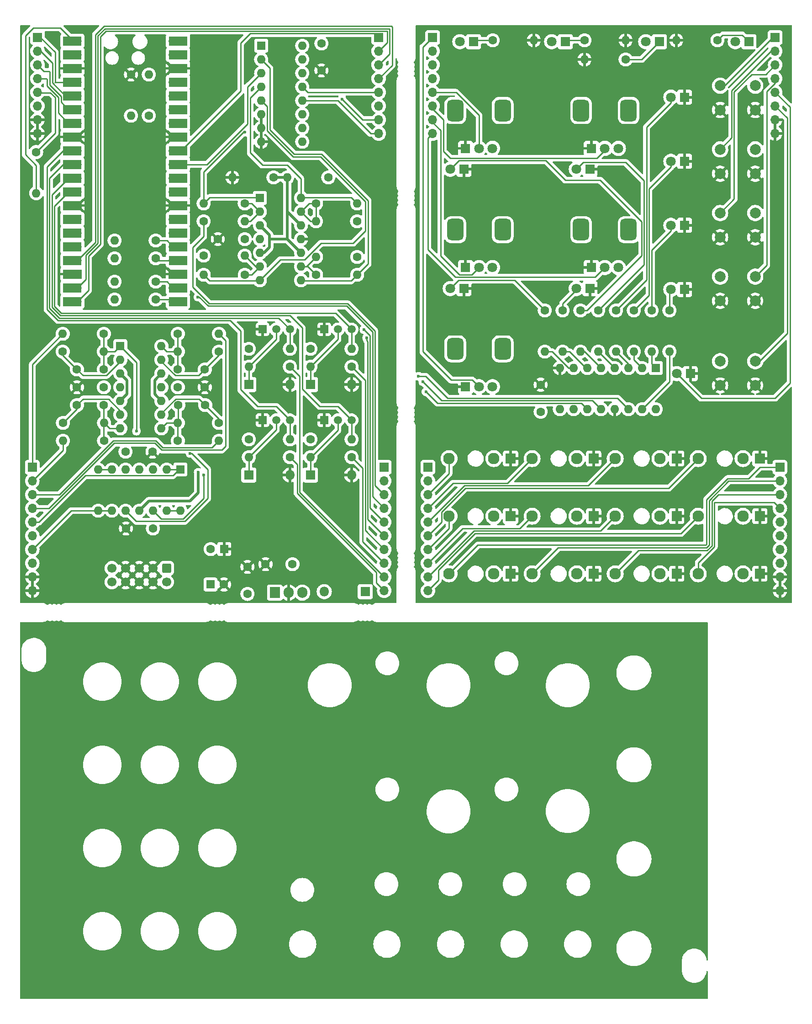
<source format=gbr>
%TF.GenerationSoftware,KiCad,Pcbnew,8.0.5*%
%TF.CreationDate,2024-12-01T23:02:52-05:00*%
%TF.ProjectId,2024.11.21_quadulator_2.0,32303234-2e31-4312-9e32-315f71756164,rev?*%
%TF.SameCoordinates,Original*%
%TF.FileFunction,Copper,L1,Top*%
%TF.FilePolarity,Positive*%
%FSLAX46Y46*%
G04 Gerber Fmt 4.6, Leading zero omitted, Abs format (unit mm)*
G04 Created by KiCad (PCBNEW 8.0.5) date 2024-12-01 23:02:52*
%MOMM*%
%LPD*%
G01*
G04 APERTURE LIST*
G04 Aperture macros list*
%AMRoundRect*
0 Rectangle with rounded corners*
0 $1 Rounding radius*
0 $2 $3 $4 $5 $6 $7 $8 $9 X,Y pos of 4 corners*
0 Add a 4 corners polygon primitive as box body*
4,1,4,$2,$3,$4,$5,$6,$7,$8,$9,$2,$3,0*
0 Add four circle primitives for the rounded corners*
1,1,$1+$1,$2,$3*
1,1,$1+$1,$4,$5*
1,1,$1+$1,$6,$7*
1,1,$1+$1,$8,$9*
0 Add four rect primitives between the rounded corners*
20,1,$1+$1,$2,$3,$4,$5,0*
20,1,$1+$1,$4,$5,$6,$7,0*
20,1,$1+$1,$6,$7,$8,$9,0*
20,1,$1+$1,$8,$9,$2,$3,0*%
G04 Aperture macros list end*
%TA.AperFunction,ComponentPad*%
%ADD10R,1.700000X1.700000*%
%TD*%
%TA.AperFunction,ComponentPad*%
%ADD11O,1.700000X1.700000*%
%TD*%
%TA.AperFunction,ComponentPad*%
%ADD12C,1.600000*%
%TD*%
%TA.AperFunction,ComponentPad*%
%ADD13O,1.600000X1.600000*%
%TD*%
%TA.AperFunction,ComponentPad*%
%ADD14R,1.800000X1.800000*%
%TD*%
%TA.AperFunction,ComponentPad*%
%ADD15C,1.800000*%
%TD*%
%TA.AperFunction,ComponentPad*%
%ADD16C,2.000000*%
%TD*%
%TA.AperFunction,ComponentPad*%
%ADD17O,1.800000X1.800000*%
%TD*%
%TA.AperFunction,ComponentPad*%
%ADD18R,1.600000X1.600000*%
%TD*%
%TA.AperFunction,ComponentPad*%
%ADD19RoundRect,0.750000X0.750000X-1.250000X0.750000X1.250000X-0.750000X1.250000X-0.750000X-1.250000X0*%
%TD*%
%TA.AperFunction,ComponentPad*%
%ADD20R,1.500000X1.500000*%
%TD*%
%TA.AperFunction,ComponentPad*%
%ADD21C,1.500000*%
%TD*%
%TA.AperFunction,ComponentPad*%
%ADD22R,1.830000X1.930000*%
%TD*%
%TA.AperFunction,ComponentPad*%
%ADD23C,2.130000*%
%TD*%
%TA.AperFunction,ComponentPad*%
%ADD24RoundRect,0.250000X-0.600000X0.600000X-0.600000X-0.600000X0.600000X-0.600000X0.600000X0.600000X0*%
%TD*%
%TA.AperFunction,ComponentPad*%
%ADD25C,1.700000*%
%TD*%
%TA.AperFunction,ComponentPad*%
%ADD26R,1.905000X2.000000*%
%TD*%
%TA.AperFunction,ComponentPad*%
%ADD27O,1.905000X2.000000*%
%TD*%
%TA.AperFunction,SMDPad,CuDef*%
%ADD28R,3.500000X1.700000*%
%TD*%
%TA.AperFunction,ViaPad*%
%ADD29C,0.600000*%
%TD*%
%TA.AperFunction,Conductor*%
%ADD30C,0.500000*%
%TD*%
%TA.AperFunction,Conductor*%
%ADD31C,0.250000*%
%TD*%
G04 APERTURE END LIST*
D10*
%TO.P,J4,1,Pin_1*%
%TO.N,OUTPUT_1_M*%
X2775000Y-82375000D03*
D11*
%TO.P,J4,2,Pin_2*%
%TO.N,OUTPUT_2_M*%
X2775000Y-84915000D03*
%TO.P,J4,3,Pin_3*%
%TO.N,OUTPUT_3_M*%
X2775000Y-87455000D03*
%TO.P,J4,4,Pin_4*%
%TO.N,OUTPUT_4_M*%
X2775000Y-89995000D03*
%TO.P,J4,5,Pin_5*%
%TO.N,LED_B_1_M*%
X2775000Y-92535000D03*
%TO.P,J4,6,Pin_6*%
%TO.N,LED_B_2_M*%
X2775000Y-95075000D03*
%TO.P,J4,7,Pin_7*%
%TO.N,LED_B_3_M*%
X2775000Y-97615000D03*
%TO.P,J4,8,Pin_8*%
%TO.N,LED_B_4_M*%
X2775000Y-100155000D03*
%TO.P,J4,9,Pin_9*%
%TO.N,GND*%
X2775000Y-102695000D03*
%TO.P,J4,10,Pin_10*%
X2775000Y-105235000D03*
%TD*%
D12*
%TO.P,R35,1*%
%TO.N,Net-(D8-A)*%
X114300000Y-53340000D03*
D13*
%TO.P,R35,2*%
%TO.N,Net-(U6-QC)*%
X114300000Y-60960000D03*
%TD*%
D14*
%TO.P,D6,1,K*%
%TO.N,GND*%
X123698000Y-49444000D03*
D15*
%TO.P,D6,2,A*%
%TO.N,Net-(D6-A)*%
X121158000Y-49444000D03*
%TD*%
D12*
%TO.P,C13,1*%
%TO.N,+12V*%
X20066000Y-79502000D03*
%TO.P,C13,2*%
%TO.N,GND*%
X25066000Y-79502000D03*
%TD*%
D16*
%TO.P,SW3,1,1*%
%TO.N,MOD_SWITCH_3_C*%
X130302000Y-35281332D03*
X136802000Y-35281332D03*
%TO.P,SW3,2,2*%
%TO.N,GND*%
X130302000Y-39781332D03*
X136802000Y-39781332D03*
%TD*%
D14*
%TO.P,D2,1,K*%
%TO.N,Net-(D2-K)*%
X54356000Y-67056000D03*
D17*
%TO.P,D2,2,A*%
%TO.N,GND*%
X61976000Y-67056000D03*
%TD*%
D18*
%TO.P,C2,1*%
%TO.N,GND*%
X38354000Y-97536000D03*
D12*
%TO.P,C2,2*%
%TO.N,-12V*%
X35854000Y-97536000D03*
%TD*%
%TO.P,R42,1*%
%TO.N,Net-(D15-KA)*%
X105156000Y-3302000D03*
D13*
%TO.P,R42,2*%
%TO.N,GND*%
X112776000Y-3302000D03*
%TD*%
D16*
%TO.P,SW2,1,1*%
%TO.N,MOD_SWITCH_2_C*%
X130302000Y-23500666D03*
X136802000Y-23500666D03*
%TO.P,SW2,2,2*%
%TO.N,GND*%
X130302000Y-28000666D03*
X136802000Y-28000666D03*
%TD*%
D12*
%TO.P,R22,1*%
%TO.N,Net-(U7D-+)*%
X29758000Y-57658000D03*
D13*
%TO.P,R22,2*%
%TO.N,OUTPUT_4_M*%
X37378000Y-57658000D03*
%TD*%
D12*
%TO.P,R18,1*%
%TO.N,PWM_3_M*%
X25654000Y-48006000D03*
D13*
%TO.P,R18,2*%
%TO.N,Net-(U5C--)*%
X18034000Y-48006000D03*
%TD*%
D14*
%TO.P,RV2,1,1*%
%TO.N,GND*%
X106426000Y-23322000D03*
D15*
%TO.P,RV2,2,2*%
%TO.N,POT_2_C*%
X108926000Y-23322000D03*
%TO.P,RV2,3,3*%
%TO.N,+3.3V*%
X111426000Y-23322000D03*
D19*
%TO.P,RV2,MP*%
%TO.N,N/C*%
X104526000Y-16322000D03*
X113326000Y-16322000D03*
%TD*%
D20*
%TO.P,Q1,1,E*%
%TO.N,GND*%
X56896000Y-56838000D03*
D21*
%TO.P,Q1,2,B*%
%TO.N,Net-(D2-K)*%
X59436000Y-56838000D03*
%TO.P,Q1,3,C*%
%TO.N,TRIG_MCU_1_M*%
X61976000Y-56838000D03*
%TD*%
D14*
%TO.P,D17,1,KA*%
%TO.N,Net-(D17-KA)*%
X135636000Y-3556000D03*
D15*
%TO.P,D17,2,AK*%
%TO.N,LED_B_4_C*%
X133096000Y-3556000D03*
%TD*%
D14*
%TO.P,RV4,1,1*%
%TO.N,GND*%
X106426000Y-45387000D03*
D15*
%TO.P,RV4,2,2*%
%TO.N,POT_4_C*%
X108926000Y-45387000D03*
%TO.P,RV4,3,3*%
%TO.N,+3.3V*%
X111426000Y-45387000D03*
D19*
%TO.P,RV4,MP*%
%TO.N,N/C*%
X104526000Y-38387000D03*
X113326000Y-38387000D03*
%TD*%
D12*
%TO.P,R8,1*%
%TO.N,CV_IN_3_M*%
X63002000Y-43429000D03*
D13*
%TO.P,R8,2*%
%TO.N,Net-(U3C--)*%
X55382000Y-43429000D03*
%TD*%
D14*
%TO.P,RV5,1,1*%
%TO.N,GND*%
X83098000Y-67452000D03*
D15*
%TO.P,RV5,2,2*%
%TO.N,POT_5_C*%
X85598000Y-67452000D03*
%TO.P,RV5,3,3*%
%TO.N,+3.3V*%
X88098000Y-67452000D03*
D19*
%TO.P,RV5,MP*%
%TO.N,N/C*%
X81198000Y-60452000D03*
X89998000Y-60452000D03*
%TD*%
D12*
%TO.P,C5,1*%
%TO.N,Net-(U5A--)*%
X11042000Y-64262000D03*
%TO.P,C5,2*%
%TO.N,Net-(U7A-+)*%
X16042000Y-64262000D03*
%TD*%
D22*
%TO.P,J15,S*%
%TO.N,GND*%
X91440000Y-80772000D03*
D23*
%TO.P,J15,T*%
%TO.N,CV_IN_1_C*%
X80040000Y-80772000D03*
%TO.P,J15,TN*%
%TO.N,unconnected-(J15-PadTN)*%
X88340000Y-80772000D03*
%TD*%
D10*
%TO.P,J9,1,Pin_1*%
%TO.N,+3.3V*%
X76115000Y-82375000D03*
D11*
%TO.P,J9,2,Pin_2*%
X76115000Y-84915000D03*
%TO.P,J9,3,Pin_3*%
%TO.N,CV_IN_1_C*%
X76115000Y-87455000D03*
%TO.P,J9,4,Pin_4*%
%TO.N,CV_IN_2_C*%
X76115000Y-89995000D03*
%TO.P,J9,5,Pin_5*%
%TO.N,CV_IN_3_C*%
X76115000Y-92535000D03*
%TO.P,J9,6,Pin_6*%
%TO.N,CV_IN_4_C*%
X76115000Y-95075000D03*
%TO.P,J9,7,Pin_7*%
%TO.N,TRIG_IN_1_C*%
X76115000Y-97615000D03*
%TO.P,J9,8,Pin_8*%
%TO.N,TRIG_IN_2_C*%
X76115000Y-100155000D03*
%TO.P,J9,9,Pin_9*%
%TO.N,TRIG_IN_3_C*%
X76115000Y-102695000D03*
%TO.P,J9,10,Pin_10*%
%TO.N,TRIG_IN_4_C*%
X76115000Y-105235000D03*
%TD*%
D10*
%TO.P,J3,1,Pin_1*%
%TO.N,POT_5_M*%
X67000000Y-2775000D03*
D11*
%TO.P,J3,2,Pin_2*%
%TO.N,HC595_SER_M*%
X67000000Y-5315000D03*
%TO.P,J3,3,Pin_3*%
%TO.N,HC595_RCLK_M*%
X67000000Y-7855000D03*
%TO.P,J3,4,Pin_4*%
%TO.N,HC595_SRCLK_M*%
X67000000Y-10395000D03*
%TO.P,J3,5,Pin_5*%
%TO.N,POT_1_M*%
X67000000Y-12935000D03*
%TO.P,J3,6,Pin_6*%
%TO.N,POT_2_M*%
X67000000Y-15475000D03*
%TO.P,J3,7,Pin_7*%
%TO.N,POT_3_M*%
X67000000Y-18015000D03*
%TO.P,J3,8,Pin_8*%
%TO.N,POT_4_M*%
X67000000Y-20555000D03*
%TD*%
D12*
%TO.P,R29,1*%
%TO.N,GND*%
X21082000Y-9652000D03*
D13*
%TO.P,R29,2*%
%TO.N,OUTPUT_REF*%
X21082000Y-17272000D03*
%TD*%
D12*
%TO.P,R26,1*%
%TO.N,TRIG_IN_3_M*%
X50546000Y-63754000D03*
D13*
%TO.P,R26,2*%
%TO.N,Net-(D4-K)*%
X42926000Y-63754000D03*
%TD*%
D12*
%TO.P,C11,1*%
%TO.N,+3.3V*%
X42174000Y-40127000D03*
%TO.P,C11,2*%
%TO.N,GND*%
X37174000Y-40127000D03*
%TD*%
D14*
%TO.P,RV1,1,1*%
%TO.N,GND*%
X83098000Y-23322000D03*
D15*
%TO.P,RV1,2,2*%
%TO.N,POT_1_C*%
X85598000Y-23322000D03*
%TO.P,RV1,3,3*%
%TO.N,+3.3V*%
X88098000Y-23322000D03*
D19*
%TO.P,RV1,MP*%
%TO.N,N/C*%
X81198000Y-16322000D03*
X89998000Y-16322000D03*
%TD*%
D14*
%TO.P,D5,1,K*%
%TO.N,Net-(D5-K)*%
X42926000Y-83820000D03*
D17*
%TO.P,D5,2,A*%
%TO.N,GND*%
X50546000Y-83820000D03*
%TD*%
D14*
%TO.P,D14,1,KA*%
%TO.N,Net-(D14-KA)*%
X84582000Y-3556000D03*
D15*
%TO.P,D14,2,AK*%
%TO.N,LED_B_1_C*%
X82042000Y-3556000D03*
%TD*%
D12*
%TO.P,R15,1*%
%TO.N,PWM_2_M*%
X25654000Y-43688000D03*
D13*
%TO.P,R15,2*%
%TO.N,Net-(U5B--)*%
X18034000Y-43688000D03*
%TD*%
D12*
%TO.P,R11,1*%
%TO.N,Net-(U5A--)*%
X8422000Y-60960000D03*
D13*
%TO.P,R11,2*%
%TO.N,Net-(U7A-+)*%
X16042000Y-60960000D03*
%TD*%
D14*
%TO.P,D4,1,K*%
%TO.N,Net-(D4-K)*%
X42926000Y-67056000D03*
D17*
%TO.P,D4,2,A*%
%TO.N,GND*%
X50546000Y-67056000D03*
%TD*%
D18*
%TO.P,U3,1*%
%TO.N,CV_IN_MUX_1_M*%
X44968000Y-32507000D03*
D13*
%TO.P,U3,2,-*%
%TO.N,Net-(U3A--)*%
X44968000Y-35047000D03*
%TO.P,U3,3,+*%
%TO.N,CV_REF*%
X44968000Y-37587000D03*
%TO.P,U3,4,V+*%
%TO.N,+3.3V*%
X44968000Y-40127000D03*
%TO.P,U3,5,+*%
%TO.N,CV_REF*%
X44968000Y-42667000D03*
%TO.P,U3,6,-*%
%TO.N,Net-(U3B--)*%
X44968000Y-45207000D03*
%TO.P,U3,7*%
%TO.N,CV_IN_MUX_2_M*%
X44968000Y-47747000D03*
%TO.P,U3,8*%
%TO.N,CV_IN_MUX_3_M*%
X52588000Y-47747000D03*
%TO.P,U3,9,-*%
%TO.N,Net-(U3C--)*%
X52588000Y-45207000D03*
%TO.P,U3,10,+*%
%TO.N,CV_REF*%
X52588000Y-42667000D03*
%TO.P,U3,11,V-*%
%TO.N,GND*%
X52588000Y-40127000D03*
%TO.P,U3,12,+*%
%TO.N,CV_REF*%
X52588000Y-37587000D03*
%TO.P,U3,13,-*%
%TO.N,Net-(U3D--)*%
X52588000Y-35047000D03*
%TO.P,U3,14*%
%TO.N,CV_IN_MUX_4_M*%
X52588000Y-32507000D03*
%TD*%
D18*
%TO.P,U4,1,X4*%
%TO.N,CV_IN_MUX_1_M*%
X45212000Y-4318000D03*
D13*
%TO.P,U4,2,X6*%
%TO.N,CV_IN_MUX_3_M*%
X45212000Y-6858000D03*
%TO.P,U4,3,X*%
%TO.N,MUX_ANALOG*%
X45212000Y-9398000D03*
%TO.P,U4,4,X7*%
%TO.N,CV_IN_MUX_4_M*%
X45212000Y-11938000D03*
%TO.P,U4,5,X5*%
%TO.N,CV_IN_MUX_2_M*%
X45212000Y-14478000D03*
%TO.P,U4,6,INH*%
%TO.N,GND*%
X45212000Y-17018000D03*
%TO.P,U4,7,VEE*%
X45212000Y-19558000D03*
%TO.P,U4,8,VSS*%
X45212000Y-22098000D03*
%TO.P,U4,9,C*%
%TO.N,MUX_DIGI_3_M*%
X52832000Y-22098000D03*
%TO.P,U4,10,B*%
%TO.N,MUX_DIGI_2_M*%
X52832000Y-19558000D03*
%TO.P,U4,11,A*%
%TO.N,MUX_DIGI_1_M*%
X52832000Y-17018000D03*
%TO.P,U4,12,X3*%
%TO.N,POT_4_M*%
X52832000Y-14478000D03*
%TO.P,U4,13,X0*%
%TO.N,POT_1_M*%
X52832000Y-11938000D03*
%TO.P,U4,14,X1*%
%TO.N,POT_2_M*%
X52832000Y-9398000D03*
%TO.P,U4,15,X2*%
%TO.N,POT_3_M*%
X52832000Y-6858000D03*
%TO.P,U4,16,VDD*%
%TO.N,+3.3V*%
X52832000Y-4318000D03*
%TD*%
D12*
%TO.P,R16,1*%
%TO.N,Net-(U7B-+)*%
X16082000Y-77470000D03*
D13*
%TO.P,R16,2*%
%TO.N,OUTPUT_2_M*%
X8462000Y-77470000D03*
%TD*%
D14*
%TO.P,D1,1,K*%
%TO.N,Net-(D1-K)*%
X64516000Y-105410000D03*
D17*
%TO.P,D1,2,A*%
%TO.N,+5V*%
X56896000Y-105410000D03*
%TD*%
D22*
%TO.P,J16,S*%
%TO.N,GND*%
X106839333Y-80772000D03*
D23*
%TO.P,J16,T*%
%TO.N,CV_IN_2_C*%
X95439333Y-80772000D03*
%TO.P,J16,TN*%
%TO.N,unconnected-(J16-PadTN)*%
X103739333Y-80772000D03*
%TD*%
D12*
%TO.P,R5,1*%
%TO.N,Net-(U3B--)*%
X42174000Y-46731000D03*
D13*
%TO.P,R5,2*%
%TO.N,CV_IN_MUX_2_M*%
X34554000Y-46731000D03*
%TD*%
D14*
%TO.P,D12,1,K*%
%TO.N,GND*%
X106167000Y-49276000D03*
D15*
%TO.P,D12,2,A*%
%TO.N,Net-(D12-A)*%
X103627000Y-49276000D03*
%TD*%
D16*
%TO.P,SW1,1,1*%
%TO.N,MOD_SWITCH_1_C*%
X130302000Y-11720000D03*
X136802000Y-11720000D03*
%TO.P,SW1,2,2*%
%TO.N,GND*%
X130302000Y-16220000D03*
X136802000Y-16220000D03*
%TD*%
D12*
%TO.P,R17,1*%
%TO.N,Net-(U5C--)*%
X37378000Y-74168000D03*
D13*
%TO.P,R17,2*%
%TO.N,Net-(U7C-+)*%
X29758000Y-74168000D03*
%TD*%
D12*
%TO.P,R2,1*%
%TO.N,TRIG_IN_1_M*%
X61976000Y-63754000D03*
D13*
%TO.P,R2,2*%
%TO.N,Net-(D2-K)*%
X54356000Y-63754000D03*
%TD*%
D12*
%TO.P,R31,1*%
%TO.N,OUTPUT_REF*%
X24384000Y-17272000D03*
D13*
%TO.P,R31,2*%
%TO.N,+3.3V*%
X24384000Y-9652000D03*
%TD*%
D14*
%TO.P,D8,1,K*%
%TO.N,GND*%
X123698000Y-25710666D03*
D15*
%TO.P,D8,2,A*%
%TO.N,Net-(D8-A)*%
X121158000Y-25710666D03*
%TD*%
D12*
%TO.P,R38,1*%
%TO.N,Net-(D11-A)*%
X104394000Y-53340000D03*
D13*
%TO.P,R38,2*%
%TO.N,Net-(U6-QF)*%
X104394000Y-60960000D03*
%TD*%
D18*
%TO.P,U7,1*%
%TO.N,LED_B_1_M*%
X30226000Y-82804000D03*
D13*
%TO.P,U7,2,-*%
X27686000Y-82804000D03*
%TO.P,U7,3,+*%
%TO.N,Net-(U7A-+)*%
X25146000Y-82804000D03*
%TO.P,U7,4,V+*%
%TO.N,+12V*%
X22606000Y-82804000D03*
%TO.P,U7,5,+*%
%TO.N,Net-(U7B-+)*%
X20066000Y-82804000D03*
%TO.P,U7,6,-*%
%TO.N,LED_B_2_M*%
X17526000Y-82804000D03*
%TO.P,U7,7*%
X14986000Y-82804000D03*
%TO.P,U7,8*%
%TO.N,LED_B_3_M*%
X14986000Y-90424000D03*
%TO.P,U7,9,-*%
X17526000Y-90424000D03*
%TO.P,U7,10,+*%
%TO.N,Net-(U7C-+)*%
X20066000Y-90424000D03*
%TO.P,U7,11,V-*%
%TO.N,-12V*%
X22606000Y-90424000D03*
%TO.P,U7,12,+*%
%TO.N,Net-(U7D-+)*%
X25146000Y-90424000D03*
%TO.P,U7,13,-*%
%TO.N,LED_B_4_M*%
X27686000Y-90424000D03*
%TO.P,U7,14*%
X30226000Y-90424000D03*
%TD*%
D12*
%TO.P,R33,1*%
%TO.N,Net-(D6-A)*%
X120904000Y-53340000D03*
D13*
%TO.P,R33,2*%
%TO.N,Net-(U6-QA)*%
X120904000Y-60960000D03*
%TD*%
D12*
%TO.P,C16,1*%
%TO.N,+12V*%
X42672000Y-105838000D03*
%TO.P,C16,2*%
%TO.N,GND*%
X42672000Y-100838000D03*
%TD*%
%TO.P,R44,1*%
%TO.N,Net-(D17-KA)*%
X129799000Y-3302000D03*
D13*
%TO.P,R44,2*%
%TO.N,GND*%
X122179000Y-3302000D03*
%TD*%
D24*
%TO.P,J1,1,Pin_1*%
%TO.N,-12V*%
X27686000Y-101092000D03*
D25*
%TO.P,J1,2,Pin_2*%
%TO.N,GND*%
X25146000Y-101092000D03*
%TO.P,J1,3,Pin_3*%
X22606000Y-101092000D03*
%TO.P,J1,4,Pin_4*%
X20066000Y-101092000D03*
%TO.P,J1,5,Pin_5*%
%TO.N,+12V*%
X17526000Y-101092000D03*
%TO.P,J1,6,Pin_6*%
X17526000Y-103632000D03*
%TO.P,J1,7,Pin_7*%
%TO.N,GND*%
X20066000Y-103632000D03*
%TO.P,J1,8,Pin_8*%
X22606000Y-103632000D03*
%TO.P,J1,9,Pin_9*%
X25146000Y-103632000D03*
%TO.P,J1,10,Pin_10*%
%TO.N,-12V*%
X27686000Y-103632000D03*
%TD*%
D14*
%TO.P,D9,1,K*%
%TO.N,GND*%
X123698000Y-13844000D03*
D15*
%TO.P,D9,2,A*%
%TO.N,Net-(D9-A)*%
X121158000Y-13844000D03*
%TD*%
D12*
%TO.P,R13,1*%
%TO.N,Net-(U7A-+)*%
X16042000Y-57658000D03*
D13*
%TO.P,R13,2*%
%TO.N,OUTPUT_1_M*%
X8422000Y-57658000D03*
%TD*%
D10*
%TO.P,J6,1,Pin_1*%
%TO.N,+3.3V*%
X68025000Y-82375000D03*
D11*
%TO.P,J6,2,Pin_2*%
X68025000Y-84915000D03*
%TO.P,J6,3,Pin_3*%
%TO.N,CV_IN_1_M*%
X68025000Y-87455000D03*
%TO.P,J6,4,Pin_4*%
%TO.N,CV_IN_2_M*%
X68025000Y-89995000D03*
%TO.P,J6,5,Pin_5*%
%TO.N,CV_IN_3_M*%
X68025000Y-92535000D03*
%TO.P,J6,6,Pin_6*%
%TO.N,CV_IN_4_M*%
X68025000Y-95075000D03*
%TO.P,J6,7,Pin_7*%
%TO.N,TRIG_IN_1_M*%
X68025000Y-97615000D03*
%TO.P,J6,8,Pin_8*%
%TO.N,TRIG_IN_2_M*%
X68025000Y-100155000D03*
%TO.P,J6,9,Pin_9*%
%TO.N,TRIG_IN_3_M*%
X68025000Y-102695000D03*
%TO.P,J6,10,Pin_10*%
%TO.N,TRIG_IN_4_M*%
X68025000Y-105235000D03*
%TD*%
D12*
%TO.P,R9,1*%
%TO.N,Net-(U3D--)*%
X55382000Y-33523000D03*
D13*
%TO.P,R9,2*%
%TO.N,CV_IN_MUX_4_M*%
X63002000Y-33523000D03*
%TD*%
D14*
%TO.P,D15,1,KA*%
%TO.N,Net-(D15-KA)*%
X101600000Y-3556000D03*
D15*
%TO.P,D15,2,AK*%
%TO.N,LED_B_2_C*%
X99060000Y-3556000D03*
%TD*%
D12*
%TO.P,R30,1*%
%TO.N,CV_REF*%
X47498000Y-28702000D03*
D13*
%TO.P,R30,2*%
%TO.N,GND*%
X39878000Y-28702000D03*
%TD*%
D12*
%TO.P,R40,1*%
%TO.N,Net-(D13-A)*%
X97790000Y-53340000D03*
D13*
%TO.P,R40,2*%
%TO.N,Net-(U6-QH)*%
X97790000Y-60960000D03*
%TD*%
D12*
%TO.P,R21,1*%
%TO.N,PWM_4_M*%
X25654000Y-51308000D03*
D13*
%TO.P,R21,2*%
%TO.N,Net-(U5D--)*%
X18034000Y-51308000D03*
%TD*%
D12*
%TO.P,R24,1*%
%TO.N,TRIG_IN_2_M*%
X61976000Y-80518000D03*
D13*
%TO.P,R24,2*%
%TO.N,Net-(D3-K)*%
X54356000Y-80518000D03*
%TD*%
D10*
%TO.P,J8,1,Pin_1*%
%TO.N,OUTPUT_1_C*%
X141365000Y-82375000D03*
D11*
%TO.P,J8,2,Pin_2*%
%TO.N,OUTPUT_2_C*%
X141365000Y-84915000D03*
%TO.P,J8,3,Pin_3*%
%TO.N,OUTPUT_3_C*%
X141365000Y-87455000D03*
%TO.P,J8,4,Pin_4*%
%TO.N,OUTPUT_4_C*%
X141365000Y-89995000D03*
%TO.P,J8,5,Pin_5*%
%TO.N,LED_B_1_C*%
X141365000Y-92535000D03*
%TO.P,J8,6,Pin_6*%
%TO.N,LED_B_2_C*%
X141365000Y-95075000D03*
%TO.P,J8,7,Pin_7*%
%TO.N,LED_B_3_C*%
X141365000Y-97615000D03*
%TO.P,J8,8,Pin_8*%
%TO.N,LED_B_4_C*%
X141365000Y-100155000D03*
%TO.P,J8,9,Pin_9*%
%TO.N,GND*%
X141365000Y-102695000D03*
%TO.P,J8,10,Pin_10*%
X141365000Y-105235000D03*
%TD*%
D14*
%TO.P,D18,1,K*%
%TO.N,GND*%
X124771000Y-65024000D03*
D15*
%TO.P,D18,2,A*%
%TO.N,MENU_LED_C*%
X122231000Y-65024000D03*
%TD*%
D18*
%TO.P,C1,1*%
%TO.N,+12V*%
X35814000Y-104086000D03*
D12*
%TO.P,C1,2*%
%TO.N,GND*%
X38314000Y-104086000D03*
%TD*%
%TO.P,R36,1*%
%TO.N,Net-(D9-A)*%
X110998000Y-53340000D03*
D13*
%TO.P,R36,2*%
%TO.N,Net-(U6-QD)*%
X110998000Y-60960000D03*
%TD*%
D26*
%TO.P,U1,1,IN*%
%TO.N,+12V*%
X47752000Y-105593000D03*
D27*
%TO.P,U1,2,GND*%
%TO.N,GND*%
X50292000Y-105593000D03*
%TO.P,U1,3,OUT*%
%TO.N,+5V*%
X52832000Y-105593000D03*
%TD*%
D20*
%TO.P,Q3,1,E*%
%TO.N,GND*%
X45456000Y-56838000D03*
D21*
%TO.P,Q3,2,B*%
%TO.N,Net-(D4-K)*%
X47996000Y-56838000D03*
%TO.P,Q3,3,C*%
%TO.N,TRIG_MCU_3_M*%
X50536000Y-56838000D03*
%TD*%
D12*
%TO.P,R37,1*%
%TO.N,Net-(D10-A)*%
X107696000Y-53340000D03*
D13*
%TO.P,R37,2*%
%TO.N,Net-(U6-QE)*%
X107696000Y-60960000D03*
%TD*%
D12*
%TO.P,C9,1*%
%TO.N,+12V*%
X16042000Y-67564000D03*
%TO.P,C9,2*%
%TO.N,GND*%
X11042000Y-67564000D03*
%TD*%
%TO.P,C12,1*%
%TO.N,GND*%
X56388000Y-8890000D03*
%TO.P,C12,2*%
%TO.N,+3.3V*%
X56388000Y-3890000D03*
%TD*%
D14*
%TO.P,D3,1,K*%
%TO.N,Net-(D3-K)*%
X54356000Y-83820000D03*
D17*
%TO.P,D3,2,A*%
%TO.N,GND*%
X61976000Y-83820000D03*
%TD*%
D12*
%TO.P,R10,1*%
%TO.N,CV_IN_4_M*%
X62992000Y-36830000D03*
D13*
%TO.P,R10,2*%
%TO.N,Net-(U3D--)*%
X55372000Y-36830000D03*
%TD*%
D10*
%TO.P,J7,1,Pin_1*%
%TO.N,POT_5_C*%
X77000000Y-2775000D03*
D11*
%TO.P,J7,2,Pin_2*%
%TO.N,HC595_SER_C*%
X77000000Y-5315000D03*
%TO.P,J7,3,Pin_3*%
%TO.N,HC595_RCLK_C*%
X77000000Y-7855000D03*
%TO.P,J7,4,Pin_4*%
%TO.N,HC595_SRCLK_C*%
X77000000Y-10395000D03*
%TO.P,J7,5,Pin_5*%
%TO.N,POT_1_C*%
X77000000Y-12935000D03*
%TO.P,J7,6,Pin_6*%
%TO.N,POT_2_C*%
X77000000Y-15475000D03*
%TO.P,J7,7,Pin_7*%
%TO.N,POT_3_C*%
X77000000Y-18015000D03*
%TO.P,J7,8,Pin_8*%
%TO.N,POT_4_C*%
X77000000Y-20555000D03*
%TD*%
D16*
%TO.P,SW4,1,1*%
%TO.N,MOD_SWITCH_4_C*%
X130302000Y-47062000D03*
X136802000Y-47062000D03*
%TO.P,SW4,2,2*%
%TO.N,GND*%
X130302000Y-51562000D03*
X136802000Y-51562000D03*
%TD*%
D12*
%TO.P,R43,1*%
%TO.N,Net-(D16-KA)*%
X112776000Y-6858000D03*
D13*
%TO.P,R43,2*%
%TO.N,GND*%
X105156000Y-6858000D03*
%TD*%
D12*
%TO.P,R14,1*%
%TO.N,Net-(U5B--)*%
X8462000Y-74168000D03*
D13*
%TO.P,R14,2*%
%TO.N,Net-(U7B-+)*%
X16082000Y-74168000D03*
%TD*%
D22*
%TO.P,J20,S*%
%TO.N,GND*%
X122238666Y-91440000D03*
D23*
%TO.P,J20,T*%
%TO.N,TRIG_IN_3_C*%
X110838666Y-91440000D03*
%TO.P,J20,TN*%
%TO.N,unconnected-(J20-PadTN)*%
X119138666Y-91440000D03*
%TD*%
D14*
%TO.P,D16,1,KA*%
%TO.N,Net-(D16-KA)*%
X119038000Y-3556000D03*
D15*
%TO.P,D16,2,AK*%
%TO.N,LED_B_3_C*%
X116498000Y-3556000D03*
%TD*%
D18*
%TO.P,U6,1,QB*%
%TO.N,Net-(U6-QB)*%
X118364000Y-64008000D03*
D13*
%TO.P,U6,2,QC*%
%TO.N,Net-(U6-QC)*%
X115824000Y-64008000D03*
%TO.P,U6,3,QD*%
%TO.N,Net-(U6-QD)*%
X113284000Y-64008000D03*
%TO.P,U6,4,QE*%
%TO.N,Net-(U6-QE)*%
X110744000Y-64008000D03*
%TO.P,U6,5,QF*%
%TO.N,Net-(U6-QF)*%
X108204000Y-64008000D03*
%TO.P,U6,6,QG*%
%TO.N,Net-(U6-QG)*%
X105664000Y-64008000D03*
%TO.P,U6,7,QH*%
%TO.N,Net-(U6-QH)*%
X103124000Y-64008000D03*
%TO.P,U6,8,GND*%
%TO.N,GND*%
X100584000Y-64008000D03*
%TO.P,U6,9,QH'*%
%TO.N,unconnected-(U6-QH'-Pad9)*%
X100584000Y-71628000D03*
%TO.P,U6,10,~{SRCLR}*%
%TO.N,+3.3V*%
X103124000Y-71628000D03*
%TO.P,U6,11,SRCLK*%
%TO.N,HC595_SRCLK_C*%
X105664000Y-71628000D03*
%TO.P,U6,12,RCLK*%
%TO.N,HC595_RCLK_C*%
X108204000Y-71628000D03*
%TO.P,U6,13,~{OE}*%
%TO.N,GND*%
X110744000Y-71628000D03*
%TO.P,U6,14,SER*%
%TO.N,HC595_SER_C*%
X113284000Y-71628000D03*
%TO.P,U6,15,QA*%
%TO.N,Net-(U6-QA)*%
X115824000Y-71628000D03*
%TO.P,U6,16,VCC*%
%TO.N,+3.3V*%
X118364000Y-71628000D03*
%TD*%
D22*
%TO.P,J18,S*%
%TO.N,GND*%
X137638000Y-80772000D03*
D23*
%TO.P,J18,T*%
%TO.N,CV_IN_4_C*%
X126238000Y-80772000D03*
%TO.P,J18,TN*%
%TO.N,unconnected-(J18-PadTN)*%
X134538000Y-80772000D03*
%TD*%
D12*
%TO.P,R34,1*%
%TO.N,Net-(D7-A)*%
X117602000Y-53340000D03*
D13*
%TO.P,R34,2*%
%TO.N,Net-(U6-QB)*%
X117602000Y-60960000D03*
%TD*%
D12*
%TO.P,C7,1*%
%TO.N,Net-(U5C--)*%
X34838000Y-70866000D03*
%TO.P,C7,2*%
%TO.N,Net-(U7C-+)*%
X29838000Y-70866000D03*
%TD*%
%TO.P,R28,1*%
%TO.N,TRIG_IN_4_M*%
X50546000Y-80518000D03*
D13*
%TO.P,R28,2*%
%TO.N,Net-(D5-K)*%
X42926000Y-80518000D03*
%TD*%
D18*
%TO.P,U5,1*%
%TO.N,Net-(U7A-+)*%
X19090000Y-59944000D03*
D13*
%TO.P,U5,2,-*%
%TO.N,Net-(U5A--)*%
X19090000Y-62484000D03*
%TO.P,U5,3,+*%
%TO.N,OUTPUT_REF*%
X19090000Y-65024000D03*
%TO.P,U5,4,V+*%
%TO.N,+12V*%
X19090000Y-67564000D03*
%TO.P,U5,5,+*%
%TO.N,OUTPUT_REF*%
X19090000Y-70104000D03*
%TO.P,U5,6,-*%
%TO.N,Net-(U5B--)*%
X19090000Y-72644000D03*
%TO.P,U5,7*%
%TO.N,Net-(U7B-+)*%
X19090000Y-75184000D03*
%TO.P,U5,8*%
%TO.N,Net-(U7C-+)*%
X26710000Y-75184000D03*
%TO.P,U5,9,-*%
%TO.N,Net-(U5C--)*%
X26710000Y-72644000D03*
%TO.P,U5,10,+*%
%TO.N,OUTPUT_REF*%
X26710000Y-70104000D03*
%TO.P,U5,11,V-*%
%TO.N,-12V*%
X26710000Y-67564000D03*
%TO.P,U5,12,+*%
%TO.N,OUTPUT_REF*%
X26710000Y-65024000D03*
%TO.P,U5,13,-*%
%TO.N,Net-(U5D--)*%
X26710000Y-62484000D03*
%TO.P,U5,14*%
%TO.N,Net-(U7D-+)*%
X26710000Y-59944000D03*
%TD*%
D22*
%TO.P,J13,S*%
%TO.N,GND*%
X122238666Y-102108000D03*
D23*
%TO.P,J13,T*%
%TO.N,OUTPUT_3_C*%
X110838666Y-102108000D03*
%TO.P,J13,TN*%
%TO.N,unconnected-(J13-PadTN)*%
X119138666Y-102108000D03*
%TD*%
D12*
%TO.P,R27,1*%
%TO.N,+3.3V*%
X42926000Y-77216000D03*
D13*
%TO.P,R27,2*%
%TO.N,TRIG_MCU_4_M*%
X50546000Y-77216000D03*
%TD*%
D20*
%TO.P,Q2,1,E*%
%TO.N,GND*%
X56896000Y-73660000D03*
D21*
%TO.P,Q2,2,B*%
%TO.N,Net-(D3-K)*%
X59436000Y-73660000D03*
%TO.P,Q2,3,C*%
%TO.N,TRIG_MCU_2_M*%
X61976000Y-73660000D03*
%TD*%
D12*
%TO.P,C14,1*%
%TO.N,GND*%
X20146000Y-93726000D03*
%TO.P,C14,2*%
%TO.N,-12V*%
X25146000Y-93726000D03*
%TD*%
%TO.P,R32,1*%
%TO.N,+3.3V*%
X57658000Y-28702000D03*
D13*
%TO.P,R32,2*%
%TO.N,CV_REF*%
X50038000Y-28702000D03*
%TD*%
D22*
%TO.P,J14,S*%
%TO.N,GND*%
X137638000Y-102108000D03*
D23*
%TO.P,J14,T*%
%TO.N,OUTPUT_4_C*%
X126238000Y-102108000D03*
%TO.P,J14,TN*%
%TO.N,unconnected-(J14-PadTN)*%
X134538000Y-102108000D03*
%TD*%
D22*
%TO.P,J19,S*%
%TO.N,GND*%
X106839333Y-91440000D03*
D23*
%TO.P,J19,T*%
%TO.N,TRIG_IN_2_C*%
X95439333Y-91440000D03*
%TO.P,J19,TN*%
%TO.N,unconnected-(J19-PadTN)*%
X103739333Y-91440000D03*
%TD*%
D12*
%TO.P,R7,1*%
%TO.N,Net-(U3C--)*%
X55382000Y-46731000D03*
D13*
%TO.P,R7,2*%
%TO.N,CV_IN_MUX_3_M*%
X63002000Y-46731000D03*
%TD*%
D12*
%TO.P,C15,1*%
%TO.N,GND*%
X97028000Y-67096000D03*
%TO.P,C15,2*%
%TO.N,+3.3V*%
X97028000Y-72096000D03*
%TD*%
D14*
%TO.P,D7,1,K*%
%TO.N,GND*%
X123698000Y-37577332D03*
D15*
%TO.P,D7,2,A*%
%TO.N,Net-(D7-A)*%
X121158000Y-37577332D03*
%TD*%
D22*
%TO.P,J10,S*%
%TO.N,GND*%
X91440000Y-102108000D03*
D23*
%TO.P,J10,T*%
%TO.N,OUTPUT_1_C*%
X80040000Y-102108000D03*
%TO.P,J10,TN*%
%TO.N,unconnected-(J10-PadTN)*%
X88340000Y-102108000D03*
%TD*%
D12*
%TO.P,R25,1*%
%TO.N,+3.3V*%
X42926000Y-60452000D03*
D13*
%TO.P,R25,2*%
%TO.N,TRIG_MCU_3_M*%
X50546000Y-60452000D03*
%TD*%
D12*
%TO.P,R6,1*%
%TO.N,CV_IN_2_M*%
X34544000Y-43180000D03*
D13*
%TO.P,R6,2*%
%TO.N,Net-(U3B--)*%
X42164000Y-43180000D03*
%TD*%
D20*
%TO.P,Q4,1,E*%
%TO.N,GND*%
X45466000Y-73660000D03*
D21*
%TO.P,Q4,2,B*%
%TO.N,Net-(D5-K)*%
X48006000Y-73660000D03*
%TO.P,Q4,3,C*%
%TO.N,TRIG_MCU_4_M*%
X50546000Y-73660000D03*
%TD*%
D12*
%TO.P,R20,1*%
%TO.N,Net-(U5D--)*%
X37378000Y-60960000D03*
D13*
%TO.P,R20,2*%
%TO.N,Net-(U7D-+)*%
X29758000Y-60960000D03*
%TD*%
D12*
%TO.P,R41,1*%
%TO.N,Net-(D14-KA)*%
X88138000Y-3302000D03*
D13*
%TO.P,R41,2*%
%TO.N,GND*%
X95758000Y-3302000D03*
%TD*%
D14*
%TO.P,D13,1,K*%
%TO.N,GND*%
X82804000Y-49276000D03*
D15*
%TO.P,D13,2,A*%
%TO.N,Net-(D13-A)*%
X80264000Y-49276000D03*
%TD*%
D12*
%TO.P,C10,1*%
%TO.N,GND*%
X34758000Y-67564000D03*
%TO.P,C10,2*%
%TO.N,-12V*%
X29758000Y-67564000D03*
%TD*%
D22*
%TO.P,J21,S*%
%TO.N,GND*%
X137638000Y-91440000D03*
D23*
%TO.P,J21,T*%
%TO.N,TRIG_IN_4_C*%
X126238000Y-91440000D03*
%TO.P,J21,TN*%
%TO.N,unconnected-(J21-PadTN)*%
X134538000Y-91440000D03*
%TD*%
D22*
%TO.P,J12,S*%
%TO.N,GND*%
X106839333Y-102108000D03*
D23*
%TO.P,J12,T*%
%TO.N,OUTPUT_2_C*%
X95439333Y-102108000D03*
%TO.P,J12,TN*%
%TO.N,unconnected-(J12-PadTN)*%
X103739333Y-102108000D03*
%TD*%
D12*
%TO.P,R3,1*%
%TO.N,Net-(U3A--)*%
X42164000Y-33523000D03*
D13*
%TO.P,R3,2*%
%TO.N,CV_IN_MUX_1_M*%
X34544000Y-33523000D03*
%TD*%
D12*
%TO.P,C6,1*%
%TO.N,Net-(U5B--)*%
X11042000Y-70866000D03*
%TO.P,C6,2*%
%TO.N,Net-(U7B-+)*%
X16042000Y-70866000D03*
%TD*%
%TO.P,C3,1*%
%TO.N,+5V*%
X51014000Y-100330000D03*
%TO.P,C3,2*%
%TO.N,GND*%
X46014000Y-100330000D03*
%TD*%
%TO.P,R45,1*%
%TO.N,MENU_LED_M*%
X3500000Y-24000000D03*
D13*
%TO.P,R45,2*%
%TO.N,Net-(U2-GPIO0)*%
X3500000Y-31620000D03*
%TD*%
D12*
%TO.P,R19,1*%
%TO.N,Net-(U7C-+)*%
X29758000Y-77470000D03*
D13*
%TO.P,R19,2*%
%TO.N,OUTPUT_3_M*%
X37378000Y-77470000D03*
%TD*%
D14*
%TO.P,D10,1,K*%
%TO.N,GND*%
X106172000Y-27178000D03*
D15*
%TO.P,D10,2,A*%
%TO.N,Net-(D10-A)*%
X103632000Y-27178000D03*
%TD*%
D12*
%TO.P,R12,1*%
%TO.N,PWM_1_M*%
X25654000Y-40386000D03*
D13*
%TO.P,R12,2*%
%TO.N,Net-(U5A--)*%
X18034000Y-40386000D03*
%TD*%
D11*
%TO.P,U2,1,GPIO0*%
%TO.N,Net-(U2-GPIO0)*%
X11107000Y-3426000D03*
D28*
X10207000Y-3426000D03*
D11*
%TO.P,U2,2,GPIO1*%
%TO.N,MENU_SWITCH_M*%
X11107000Y-5966000D03*
D28*
X10207000Y-5966000D03*
D10*
%TO.P,U2,3,GND*%
%TO.N,GND*%
X11107000Y-8506000D03*
D28*
X10207000Y-8506000D03*
D11*
%TO.P,U2,4,GPIO2*%
%TO.N,MOD_SWITCH_1_M*%
X11107000Y-11046000D03*
D28*
X10207000Y-11046000D03*
D11*
%TO.P,U2,5,GPIO3*%
%TO.N,MOD_SWITCH_2_M*%
X11107000Y-13586000D03*
D28*
X10207000Y-13586000D03*
D11*
%TO.P,U2,6,GPIO4*%
%TO.N,MOD_SWITCH_3_M*%
X11107000Y-16126000D03*
D28*
X10207000Y-16126000D03*
D11*
%TO.P,U2,7,GPIO5*%
%TO.N,MOD_SWITCH_4_M*%
X11107000Y-18666000D03*
D28*
X10207000Y-18666000D03*
D10*
%TO.P,U2,8,GND*%
%TO.N,GND*%
X11107000Y-21206000D03*
D28*
X10207000Y-21206000D03*
D11*
%TO.P,U2,9,GPIO6*%
%TO.N,TRIG_MCU_4_M*%
X11107000Y-23746000D03*
D28*
X10207000Y-23746000D03*
D11*
%TO.P,U2,10,GPIO7*%
%TO.N,TRIG_MCU_3_M*%
X11107000Y-26286000D03*
D28*
X10207000Y-26286000D03*
D11*
%TO.P,U2,11,GPIO8*%
%TO.N,TRIG_MCU_2_M*%
X11107000Y-28826000D03*
D28*
X10207000Y-28826000D03*
D11*
%TO.P,U2,12,GPIO9*%
%TO.N,TRIG_MCU_1_M*%
X11107000Y-31366000D03*
D28*
X10207000Y-31366000D03*
D10*
%TO.P,U2,13,GND*%
%TO.N,GND*%
X11107000Y-33906000D03*
D28*
X10207000Y-33906000D03*
D11*
%TO.P,U2,14,GPIO10*%
%TO.N,unconnected-(U2-GPIO10-Pad14)_1*%
X11107000Y-36446000D03*
D28*
%TO.N,unconnected-(U2-GPIO10-Pad14)*%
X10207000Y-36446000D03*
D11*
%TO.P,U2,15,GPIO11*%
%TO.N,unconnected-(U2-GPIO11-Pad15)*%
X11107000Y-38986000D03*
D28*
%TO.N,unconnected-(U2-GPIO11-Pad15)_1*%
X10207000Y-38986000D03*
D11*
%TO.P,U2,16,GPIO12*%
%TO.N,unconnected-(U2-GPIO12-Pad16)*%
X11107000Y-41526000D03*
D28*
%TO.N,unconnected-(U2-GPIO12-Pad16)_1*%
X10207000Y-41526000D03*
D11*
%TO.P,U2,17,GPIO13*%
%TO.N,HC595_SRCLK_M*%
X11107000Y-44066000D03*
D28*
X10207000Y-44066000D03*
D10*
%TO.P,U2,18,GND*%
%TO.N,GND*%
X11107000Y-46606000D03*
D28*
X10207000Y-46606000D03*
D11*
%TO.P,U2,19,GPIO14*%
%TO.N,HC595_RCLK_M*%
X11107000Y-49146000D03*
D28*
X10207000Y-49146000D03*
D11*
%TO.P,U2,20,GPIO15*%
%TO.N,HC595_SER_M*%
X11107000Y-51686000D03*
D28*
X10207000Y-51686000D03*
D11*
%TO.P,U2,21,GPIO16*%
%TO.N,PWM_4_M*%
X28887000Y-51686000D03*
D28*
X29787000Y-51686000D03*
D11*
%TO.P,U2,22,GPIO17*%
%TO.N,PWM_3_M*%
X28887000Y-49146000D03*
D28*
X29787000Y-49146000D03*
D10*
%TO.P,U2,23,GND*%
%TO.N,GND*%
X28887000Y-46606000D03*
D28*
X29787000Y-46606000D03*
D11*
%TO.P,U2,24,GPIO18*%
%TO.N,PWM_2_M*%
X28887000Y-44066000D03*
D28*
X29787000Y-44066000D03*
D11*
%TO.P,U2,25,GPIO19*%
%TO.N,PWM_1_M*%
X28887000Y-41526000D03*
D28*
X29787000Y-41526000D03*
D11*
%TO.P,U2,26,GPIO20*%
%TO.N,MUX_DIGI_3_M*%
X28887000Y-38986000D03*
D28*
X29787000Y-38986000D03*
D11*
%TO.P,U2,27,GPIO21*%
%TO.N,MUX_DIGI_2_M*%
X28887000Y-36446000D03*
D28*
X29787000Y-36446000D03*
D10*
%TO.P,U2,28,GND*%
%TO.N,GND*%
X28887000Y-33906000D03*
D28*
X29787000Y-33906000D03*
D11*
%TO.P,U2,29,GPIO22*%
%TO.N,MUX_DIGI_1_M*%
X28887000Y-31366000D03*
D28*
X29787000Y-31366000D03*
D11*
%TO.P,U2,30,RUN*%
%TO.N,unconnected-(U2-RUN-Pad30)*%
X28887000Y-28826000D03*
D28*
%TO.N,unconnected-(U2-RUN-Pad30)_1*%
X29787000Y-28826000D03*
D11*
%TO.P,U2,31,GPIO26_ADC0*%
%TO.N,MUX_ANALOG*%
X28887000Y-26286000D03*
D28*
X29787000Y-26286000D03*
D11*
%TO.P,U2,32,GPIO27_ADC1*%
%TO.N,POT_5_M*%
X28887000Y-23746000D03*
D28*
X29787000Y-23746000D03*
D10*
%TO.P,U2,33,AGND*%
%TO.N,GND*%
X28887000Y-21206000D03*
D28*
X29787000Y-21206000D03*
D11*
%TO.P,U2,34,GPIO28_ADC2*%
%TO.N,unconnected-(U2-GPIO28_ADC2-Pad34)*%
X28887000Y-18666000D03*
D28*
%TO.N,unconnected-(U2-GPIO28_ADC2-Pad34)_1*%
X29787000Y-18666000D03*
D11*
%TO.P,U2,35,ADC_VREF*%
%TO.N,unconnected-(U2-ADC_VREF-Pad35)_1*%
X28887000Y-16126000D03*
D28*
%TO.N,unconnected-(U2-ADC_VREF-Pad35)*%
X29787000Y-16126000D03*
D11*
%TO.P,U2,36,3V3*%
%TO.N,+3.3V*%
X28887000Y-13586000D03*
D28*
X29787000Y-13586000D03*
D11*
%TO.P,U2,37,3V3_EN*%
%TO.N,unconnected-(U2-3V3_EN-Pad37)_1*%
X28887000Y-11046000D03*
D28*
%TO.N,unconnected-(U2-3V3_EN-Pad37)*%
X29787000Y-11046000D03*
D10*
%TO.P,U2,38,GND*%
%TO.N,GND*%
X28887000Y-8506000D03*
D28*
X29787000Y-8506000D03*
D11*
%TO.P,U2,39,VSYS*%
%TO.N,Net-(D1-K)*%
X28887000Y-5966000D03*
D28*
X29787000Y-5966000D03*
D11*
%TO.P,U2,40,VBUS*%
%TO.N,unconnected-(U2-VBUS-Pad40)*%
X28887000Y-3426000D03*
D28*
%TO.N,unconnected-(U2-VBUS-Pad40)_1*%
X29787000Y-3426000D03*
%TD*%
D14*
%TO.P,D11,1,K*%
%TO.N,GND*%
X82804000Y-27178000D03*
D15*
%TO.P,D11,2,A*%
%TO.N,Net-(D11-A)*%
X80264000Y-27178000D03*
%TD*%
D14*
%TO.P,RV3,1,1*%
%TO.N,GND*%
X83098000Y-45387000D03*
D15*
%TO.P,RV3,2,2*%
%TO.N,POT_3_C*%
X85598000Y-45387000D03*
%TO.P,RV3,3,3*%
%TO.N,+3.3V*%
X88098000Y-45387000D03*
D19*
%TO.P,RV3,MP*%
%TO.N,N/C*%
X81198000Y-38387000D03*
X89998000Y-38387000D03*
%TD*%
D22*
%TO.P,J17,S*%
%TO.N,GND*%
X122238666Y-80772000D03*
D23*
%TO.P,J17,T*%
%TO.N,CV_IN_3_C*%
X110838666Y-80772000D03*
%TO.P,J17,TN*%
%TO.N,unconnected-(J17-PadTN)*%
X119138666Y-80772000D03*
%TD*%
D22*
%TO.P,J11,S*%
%TO.N,GND*%
X91440000Y-91440000D03*
D23*
%TO.P,J11,T*%
%TO.N,TRIG_IN_1_C*%
X80040000Y-91440000D03*
%TO.P,J11,TN*%
%TO.N,unconnected-(J11-PadTN)*%
X88340000Y-91440000D03*
%TD*%
D12*
%TO.P,R1,1*%
%TO.N,+3.3V*%
X54356000Y-60452000D03*
D13*
%TO.P,R1,2*%
%TO.N,TRIG_MCU_1_M*%
X61976000Y-60452000D03*
%TD*%
D12*
%TO.P,R23,1*%
%TO.N,+3.3V*%
X54356000Y-77216000D03*
D13*
%TO.P,R23,2*%
%TO.N,TRIG_MCU_2_M*%
X61976000Y-77216000D03*
%TD*%
D12*
%TO.P,C8,1*%
%TO.N,Net-(U5D--)*%
X34758000Y-64262000D03*
%TO.P,C8,2*%
%TO.N,Net-(U7D-+)*%
X29758000Y-64262000D03*
%TD*%
D16*
%TO.P,SW5,1,1*%
%TO.N,MENU_SWITCH_C*%
X130302000Y-62738000D03*
X136802000Y-62738000D03*
%TO.P,SW5,2,2*%
%TO.N,GND*%
X130302000Y-67238000D03*
X136802000Y-67238000D03*
%TD*%
D10*
%TO.P,J2,1,Pin_1*%
%TO.N,MOD_SWITCH_1_M*%
X3750000Y-2775000D03*
D11*
%TO.P,J2,2,Pin_2*%
%TO.N,MOD_SWITCH_2_M*%
X3750000Y-5315000D03*
%TO.P,J2,3,Pin_3*%
%TO.N,MOD_SWITCH_3_M*%
X3750000Y-7855000D03*
%TO.P,J2,4,Pin_4*%
%TO.N,MOD_SWITCH_4_M*%
X3750000Y-10395000D03*
%TO.P,J2,5,Pin_5*%
%TO.N,MENU_LED_M*%
X3750000Y-12935000D03*
%TO.P,J2,6,Pin_6*%
%TO.N,MENU_SWITCH_M*%
X3750000Y-15475000D03*
%TO.P,J2,7,Pin_7*%
%TO.N,GND*%
X3750000Y-18015000D03*
%TO.P,J2,8,Pin_8*%
X3750000Y-20555000D03*
%TD*%
D12*
%TO.P,R39,1*%
%TO.N,Net-(D12-A)*%
X101092000Y-53340000D03*
D13*
%TO.P,R39,2*%
%TO.N,Net-(U6-QG)*%
X101092000Y-60960000D03*
%TD*%
D12*
%TO.P,R4,1*%
%TO.N,CV_IN_1_M*%
X34544000Y-36830000D03*
D13*
%TO.P,R4,2*%
%TO.N,Net-(U3A--)*%
X42164000Y-36830000D03*
%TD*%
D10*
%TO.P,J5,1,Pin_1*%
%TO.N,MOD_SWITCH_1_C*%
X140500000Y-2775000D03*
D11*
%TO.P,J5,2,Pin_2*%
%TO.N,MOD_SWITCH_2_C*%
X140500000Y-5315000D03*
%TO.P,J5,3,Pin_3*%
%TO.N,MOD_SWITCH_3_C*%
X140500000Y-7855000D03*
%TO.P,J5,4,Pin_4*%
%TO.N,MOD_SWITCH_4_C*%
X140500000Y-10395000D03*
%TO.P,J5,5,Pin_5*%
%TO.N,MENU_LED_C*%
X140500000Y-12935000D03*
%TO.P,J5,6,Pin_6*%
%TO.N,MENU_SWITCH_C*%
X140500000Y-15475000D03*
%TO.P,J5,7,Pin_7*%
%TO.N,GND*%
X140500000Y-18015000D03*
%TO.P,J5,8,Pin_8*%
X140500000Y-20555000D03*
%TD*%
D29*
%TO.N,-12V*%
X33528000Y-83312000D03*
%TO.N,Net-(U7A-+)*%
X22098000Y-75692000D03*
%TO.N,Net-(U7C-+)*%
X32024000Y-79815000D03*
%TO.N,Net-(U7D-+)*%
X34544000Y-83820000D03*
%TO.N,POT_3_M*%
X60198000Y-14224000D03*
%TO.N,CV_IN_3_M*%
X64262000Y-56896000D03*
%TO.N,CV_IN_2_M*%
X33467058Y-50860942D03*
%TO.N,CV_IN_4_M*%
X64769000Y-58420000D03*
%TO.N,HC595_SER_C*%
X74375000Y-65532000D03*
%TO.N,HC595_RCLK_C*%
X75184000Y-66548000D03*
%TO.N,HC595_SRCLK_C*%
X75750000Y-68408500D03*
%TO.N,CV_IN_MUX_1_M*%
X42164000Y-20320000D03*
%TD*%
D30*
%TO.N,-12V*%
X33528000Y-83312000D02*
X33528000Y-87122000D01*
X24384000Y-88646000D02*
X22606000Y-90424000D01*
X33528000Y-87122000D02*
X32004000Y-88646000D01*
X32004000Y-88646000D02*
X24384000Y-88646000D01*
D31*
%TO.N,Net-(U5A--)*%
X19090000Y-62804991D02*
X16507991Y-65387000D01*
X12167000Y-65387000D02*
X11042000Y-64262000D01*
X19090000Y-62484000D02*
X19090000Y-62804991D01*
X16507991Y-65387000D02*
X12167000Y-65387000D01*
X8422000Y-61642000D02*
X8422000Y-60960000D01*
X11042000Y-64262000D02*
X8422000Y-61642000D01*
%TO.N,Net-(U7A-+)*%
X22098000Y-62952000D02*
X22098000Y-75692000D01*
X16042000Y-64262000D02*
X16042000Y-60960000D01*
X16042000Y-57658000D02*
X16042000Y-60960000D01*
X16042000Y-60960000D02*
X18074000Y-60960000D01*
X19090000Y-59944000D02*
X22098000Y-62952000D01*
X18074000Y-60960000D02*
X19090000Y-59944000D01*
%TO.N,Net-(U5B--)*%
X16909000Y-69741000D02*
X19090000Y-71922000D01*
X11042000Y-71588000D02*
X11042000Y-70866000D01*
X8462000Y-74168000D02*
X11042000Y-71588000D01*
X19090000Y-71922000D02*
X19090000Y-72644000D01*
X12167000Y-69741000D02*
X16909000Y-69741000D01*
X11042000Y-70866000D02*
X12167000Y-69741000D01*
%TO.N,Net-(U7B-+)*%
X17098000Y-75184000D02*
X16082000Y-74168000D01*
X19090000Y-75184000D02*
X17098000Y-75184000D01*
X16042000Y-77430000D02*
X16082000Y-77470000D01*
X16042000Y-70866000D02*
X16042000Y-77430000D01*
%TO.N,Net-(U7C-+)*%
X31046000Y-92398000D02*
X22040000Y-92398000D01*
X29838000Y-74088000D02*
X29758000Y-74168000D01*
X32024000Y-79815000D02*
X32317000Y-79815000D01*
X29758000Y-74168000D02*
X27726000Y-74168000D01*
X35306000Y-82804000D02*
X35306000Y-88138000D01*
X22040000Y-92398000D02*
X20066000Y-90424000D01*
X35306000Y-88138000D02*
X31046000Y-92398000D01*
X29758000Y-74168000D02*
X29758000Y-77470000D01*
X27726000Y-74168000D02*
X26710000Y-75184000D01*
X29838000Y-70866000D02*
X29838000Y-74088000D01*
X32317000Y-79815000D02*
X35306000Y-82804000D01*
%TO.N,Net-(U5C--)*%
X26710000Y-72644000D02*
X26710000Y-72403009D01*
X33713000Y-69741000D02*
X34838000Y-70866000D01*
X34838000Y-70866000D02*
X37378000Y-73406000D01*
X37378000Y-73406000D02*
X37378000Y-74168000D01*
X26710000Y-72403009D02*
X29372009Y-69741000D01*
X29372009Y-69741000D02*
X33713000Y-69741000D01*
%TO.N,Net-(U5D--)*%
X34758000Y-64262000D02*
X37378000Y-61642000D01*
X26710000Y-62484000D02*
X26710000Y-62804991D01*
X29292009Y-65387000D02*
X33633000Y-65387000D01*
X33633000Y-65387000D02*
X34758000Y-64262000D01*
X37378000Y-61642000D02*
X37378000Y-60960000D01*
X26710000Y-62804991D02*
X29292009Y-65387000D01*
%TO.N,Net-(U7D-+)*%
X27726000Y-60960000D02*
X26710000Y-59944000D01*
X29758000Y-57658000D02*
X29758000Y-60960000D01*
X29758000Y-60960000D02*
X29758000Y-64262000D01*
X26670000Y-91948000D02*
X25146000Y-90424000D01*
X34544000Y-88138000D02*
X30734000Y-91948000D01*
X29758000Y-60960000D02*
X27726000Y-60960000D01*
X34544000Y-83820000D02*
X34544000Y-88138000D01*
X30734000Y-91948000D02*
X26670000Y-91948000D01*
%TO.N,Net-(D2-K)*%
X59436000Y-58674000D02*
X59436000Y-56896000D01*
X54356000Y-63754000D02*
X59436000Y-58674000D01*
X54356000Y-67056000D02*
X54356000Y-63754000D01*
%TO.N,Net-(D3-K)*%
X59436000Y-75506000D02*
X59436000Y-73660000D01*
X54366000Y-83878000D02*
X54366000Y-80576000D01*
X54366000Y-80576000D02*
X59436000Y-75506000D01*
%TO.N,Net-(D4-K)*%
X48006000Y-58674000D02*
X48006000Y-56838000D01*
X42926000Y-67056000D02*
X42926000Y-63754000D01*
X42926000Y-63754000D02*
X48006000Y-58674000D01*
%TO.N,Net-(D5-K)*%
X42926000Y-80518000D02*
X48006000Y-75438000D01*
X48006000Y-75438000D02*
X48006000Y-73660000D01*
X42926000Y-80518000D02*
X42926000Y-83820000D01*
%TO.N,Net-(D6-A)*%
X120904000Y-49698000D02*
X121158000Y-49444000D01*
X120904000Y-53340000D02*
X120904000Y-49698000D01*
%TO.N,Net-(D7-A)*%
X117602000Y-53340000D02*
X117602000Y-42154332D01*
X117602000Y-42154332D02*
X121158000Y-38598332D01*
X121158000Y-38598332D02*
X121158000Y-37577332D01*
%TO.N,Net-(D8-A)*%
X114300000Y-53340000D02*
X117094000Y-50546000D01*
X121158000Y-26731666D02*
X121158000Y-25710666D01*
X117094000Y-30795666D02*
X121158000Y-26731666D01*
X117094000Y-50546000D02*
X117094000Y-30795666D01*
%TO.N,Net-(D9-A)*%
X110998000Y-53340000D02*
X116644000Y-47694000D01*
X121158000Y-14865000D02*
X121158000Y-13844000D01*
X116644000Y-47694000D02*
X116644000Y-19379000D01*
X116644000Y-19379000D02*
X121158000Y-14865000D01*
%TO.N,Net-(D10-A)*%
X112776000Y-25908000D02*
X104902000Y-25908000D01*
X104902000Y-25908000D02*
X103632000Y-27178000D01*
X116194000Y-29326000D02*
X112776000Y-25908000D01*
X116194000Y-44842000D02*
X116194000Y-29326000D01*
X107696000Y-53340000D02*
X116194000Y-44842000D01*
%TO.N,Net-(D11-A)*%
X105581412Y-53340000D02*
X115744000Y-43177412D01*
X115744000Y-43177412D02*
X115744000Y-36908718D01*
X108045282Y-29210000D02*
X101600000Y-29210000D01*
X81846000Y-25596000D02*
X80264000Y-27178000D01*
X97986000Y-25596000D02*
X81846000Y-25596000D01*
X104394000Y-53340000D02*
X105581412Y-53340000D01*
X101600000Y-29210000D02*
X97986000Y-25596000D01*
X115744000Y-36908718D02*
X108045282Y-29210000D01*
%TO.N,Net-(D12-A)*%
X101092000Y-53340000D02*
X101092000Y-52070000D01*
X103627000Y-49535000D02*
X103627000Y-49276000D01*
X101092000Y-52070000D02*
X103627000Y-49535000D01*
%TO.N,Net-(D13-A)*%
X97790000Y-53340000D02*
X92202000Y-47752000D01*
X81788000Y-47752000D02*
X80264000Y-49276000D01*
X92202000Y-47752000D02*
X81788000Y-47752000D01*
%TO.N,Net-(D14-KA)*%
X84836000Y-3302000D02*
X84582000Y-3556000D01*
X88138000Y-3302000D02*
X84836000Y-3302000D01*
%TO.N,Net-(D15-KA)*%
X105156000Y-3302000D02*
X101854000Y-3302000D01*
X101854000Y-3302000D02*
X101600000Y-3556000D01*
%TO.N,Net-(D16-KA)*%
X119038000Y-3556000D02*
X115736000Y-6858000D01*
X115736000Y-6858000D02*
X112776000Y-6858000D01*
%TO.N,Net-(D17-KA)*%
X130770000Y-2331000D02*
X129799000Y-3302000D01*
X134411000Y-2331000D02*
X130770000Y-2331000D01*
X135636000Y-3556000D02*
X134411000Y-2331000D01*
%TO.N,MENU_LED_C*%
X140462000Y-69596000D02*
X126803000Y-69596000D01*
X143256000Y-15691000D02*
X143256000Y-66802000D01*
X143256000Y-66802000D02*
X140462000Y-69596000D01*
X126803000Y-69596000D02*
X122231000Y-65024000D01*
X140500000Y-12935000D02*
X143256000Y-15691000D01*
%TO.N,MOD_SWITCH_1_M*%
X7000000Y-5500000D02*
X4275000Y-2775000D01*
X7000000Y-11028000D02*
X7000000Y-5500000D01*
X11107000Y-11046000D02*
X6982000Y-11046000D01*
X6982000Y-11046000D02*
X7000000Y-11028000D01*
X4275000Y-2775000D02*
X3750000Y-2775000D01*
%TO.N,MENU_LED_M*%
X6139208Y-13000000D02*
X3815000Y-13000000D01*
X7000000Y-20500000D02*
X7000000Y-13860792D01*
X7000000Y-13860792D02*
X6139208Y-13000000D01*
X3321000Y-12935000D02*
X3750000Y-12935000D01*
X3815000Y-13000000D02*
X3750000Y-12935000D01*
X3500000Y-24000000D02*
X7000000Y-20500000D01*
%TO.N,MOD_SWITCH_2_M*%
X8885604Y-13586000D02*
X6500000Y-11200396D01*
X4315000Y-5315000D02*
X3750000Y-5315000D01*
X11107000Y-13586000D02*
X8885604Y-13586000D01*
X6500000Y-11200396D02*
X6500000Y-7500000D01*
X6500000Y-7500000D02*
X4315000Y-5315000D01*
%TO.N,MOD_SWITCH_4_M*%
X5550000Y-11774396D02*
X5550000Y-10550000D01*
X9497000Y-18666000D02*
X7620000Y-16789000D01*
X7620000Y-16789000D02*
X7620000Y-13844396D01*
X11107000Y-18666000D02*
X9497000Y-18666000D01*
X5550000Y-10550000D02*
X5395000Y-10395000D01*
X5395000Y-10395000D02*
X3750000Y-10395000D01*
X7620000Y-13844396D02*
X5550000Y-11774396D01*
%TO.N,MOD_SWITCH_3_M*%
X6000000Y-11588000D02*
X6000000Y-9176396D01*
X8132000Y-13720000D02*
X6000000Y-11588000D01*
X11107000Y-16126000D02*
X9497000Y-16126000D01*
X5873604Y-9050000D02*
X4945000Y-9050000D01*
X4945000Y-9050000D02*
X3750000Y-7855000D01*
X8132000Y-14761000D02*
X8132000Y-13720000D01*
X9497000Y-16126000D02*
X8132000Y-14761000D01*
X6000000Y-9176396D02*
X5873604Y-9050000D01*
%TO.N,HC595_SER_M*%
X68580000Y-1600000D02*
X68580000Y-3735000D01*
X15378000Y-2656000D02*
X16434000Y-1600000D01*
X15378000Y-41067792D02*
X15378000Y-2656000D01*
X68580000Y-3735000D02*
X67000000Y-5315000D01*
X13208000Y-49585000D02*
X13208000Y-43237792D01*
X13208000Y-43237792D02*
X15378000Y-41067792D01*
X16434000Y-1600000D02*
X68580000Y-1600000D01*
X11107000Y-51686000D02*
X13208000Y-49585000D01*
%TO.N,POT_3_M*%
X67000000Y-18015000D02*
X63989000Y-18015000D01*
X63989000Y-18015000D02*
X60198000Y-14224000D01*
%TO.N,HC595_RCLK_M*%
X14928000Y-40881396D02*
X14928000Y-2469604D01*
X11107000Y-49146000D02*
X12700000Y-47553000D01*
X14928000Y-2469604D02*
X16247604Y-1150000D01*
X69030000Y-1150000D02*
X69030000Y-5825000D01*
X12700000Y-47553000D02*
X12700000Y-43109396D01*
X12700000Y-43109396D02*
X14928000Y-40881396D01*
X69030000Y-5825000D02*
X67000000Y-7855000D01*
X16247604Y-1150000D02*
X69030000Y-1150000D01*
%TO.N,POT_1_M*%
X53829000Y-12935000D02*
X52832000Y-11938000D01*
X67000000Y-12935000D02*
X53829000Y-12935000D01*
%TO.N,POT_4_M*%
X65513000Y-20555000D02*
X59436000Y-14478000D01*
X67000000Y-20555000D02*
X65513000Y-20555000D01*
X59436000Y-14478000D02*
X52832000Y-14478000D01*
%TO.N,HC595_SRCLK_M*%
X69480000Y-838000D02*
X69480000Y-7915000D01*
X69342000Y-700000D02*
X69480000Y-838000D01*
X14478000Y-40695000D02*
X14478000Y-2283208D01*
X16061208Y-700000D02*
X69342000Y-700000D01*
X11107000Y-44066000D02*
X14478000Y-40695000D01*
X69480000Y-7915000D02*
X67000000Y-10395000D01*
X14478000Y-2283208D02*
X16061208Y-700000D01*
%TO.N,CV_IN_1_M*%
X66294000Y-57150000D02*
X61214000Y-52070000D01*
X32512000Y-49022000D02*
X32512000Y-41656000D01*
X61214000Y-52070000D02*
X35560000Y-52070000D01*
X35560000Y-52070000D02*
X32512000Y-49022000D01*
X66294000Y-85724000D02*
X66294000Y-57150000D01*
X32512000Y-41656000D02*
X34544000Y-39624000D01*
X68025000Y-87455000D02*
X66294000Y-85724000D01*
X34544000Y-39624000D02*
X34544000Y-36830000D01*
%TO.N,TRIG_IN_1_M*%
X64494000Y-94084000D02*
X68025000Y-97615000D01*
X64494000Y-66272000D02*
X64494000Y-94084000D01*
X61976000Y-63754000D02*
X64494000Y-66272000D01*
%TO.N,POT_5_M*%
X28887000Y-23746000D02*
X30356000Y-23746000D01*
X43162000Y-2050000D02*
X66275000Y-2050000D01*
X41402000Y-12700000D02*
X41402000Y-3810000D01*
X66275000Y-2050000D02*
X67000000Y-2775000D01*
X41402000Y-3810000D02*
X43162000Y-2050000D01*
X30356000Y-23746000D02*
X41402000Y-12700000D01*
%TO.N,CV_IN_3_M*%
X65394000Y-89904000D02*
X68025000Y-92535000D01*
X65394000Y-58028000D02*
X65394000Y-89904000D01*
X64262000Y-56896000D02*
X65394000Y-58028000D01*
%TO.N,TRIG_IN_4_M*%
X51874000Y-81846000D02*
X51874000Y-87180396D01*
X66548000Y-103758000D02*
X68025000Y-105235000D01*
X66548000Y-101854396D02*
X66548000Y-103758000D01*
X51874000Y-87180396D02*
X66548000Y-101854396D01*
X50546000Y-80518000D02*
X51874000Y-81846000D01*
%TO.N,TRIG_IN_3_M*%
X52324000Y-65532000D02*
X52324000Y-86994000D01*
X50546000Y-63754000D02*
X52324000Y-65532000D01*
X52324000Y-86994000D02*
X68025000Y-102695000D01*
%TO.N,TRIG_IN_2_M*%
X64044000Y-96174000D02*
X68025000Y-100155000D01*
X64044000Y-82586000D02*
X64044000Y-96174000D01*
X61976000Y-80518000D02*
X64044000Y-82586000D01*
%TO.N,CV_IN_2_M*%
X33714546Y-50860942D02*
X35373604Y-52520000D01*
X61027604Y-52520000D02*
X65844000Y-57336396D01*
X65844000Y-87814000D02*
X68025000Y-89995000D01*
X65844000Y-57336396D02*
X65844000Y-87814000D01*
X35373604Y-52520000D02*
X61027604Y-52520000D01*
X33467058Y-50860942D02*
X33714546Y-50860942D01*
%TO.N,CV_IN_4_M*%
X64944000Y-59102000D02*
X64944000Y-91994000D01*
X64769000Y-58420000D02*
X64769000Y-58927000D01*
X64944000Y-91994000D02*
X68025000Y-95075000D01*
X64769000Y-58927000D02*
X64944000Y-59102000D01*
%TO.N,MOD_SWITCH_2_C*%
X132441000Y-21361666D02*
X130302000Y-23500666D01*
X140500000Y-5315000D02*
X139719000Y-5315000D01*
X139719000Y-5315000D02*
X132441000Y-12593000D01*
X132441000Y-12593000D02*
X132441000Y-21361666D01*
%TO.N,MOD_SWITCH_1_C*%
X140061000Y-2775000D02*
X131116000Y-11720000D01*
X131116000Y-11720000D02*
X130302000Y-11720000D01*
X140500000Y-2775000D02*
X140061000Y-2775000D01*
%TO.N,MENU_SWITCH_C*%
X142748000Y-17723000D02*
X142748000Y-57606000D01*
X137616000Y-62738000D02*
X136802000Y-62738000D01*
X140500000Y-15475000D02*
X142748000Y-17723000D01*
X142748000Y-57606000D02*
X137616000Y-62738000D01*
%TO.N,MOD_SWITCH_3_C*%
X132891000Y-12905000D02*
X132891000Y-32692332D01*
X140500000Y-7855000D02*
X138742167Y-9612833D01*
X136183167Y-9612833D02*
X132891000Y-12905000D01*
X132891000Y-32692332D02*
X130302000Y-35281332D01*
X138742167Y-9612833D02*
X136183167Y-9612833D01*
%TO.N,MOD_SWITCH_4_C*%
X140500000Y-11260000D02*
X138941000Y-12819000D01*
X140500000Y-10395000D02*
X140500000Y-11260000D01*
X138941000Y-12819000D02*
X138941000Y-44923000D01*
X138941000Y-44923000D02*
X136802000Y-47062000D01*
%TO.N,LED_B_4_M*%
X30226000Y-90424000D02*
X27686000Y-90424000D01*
%TO.N,LED_B_2_M*%
X14986000Y-82804000D02*
X17526000Y-82804000D01*
%TO.N,OUTPUT_1_M*%
X2775000Y-63305000D02*
X2775000Y-82375000D01*
X8422000Y-57658000D02*
X2775000Y-63305000D01*
%TO.N,OUTPUT_2_M*%
X8462000Y-79228000D02*
X2775000Y-84915000D01*
X8462000Y-77470000D02*
X8462000Y-79228000D01*
%TO.N,LED_B_3_M*%
X17526000Y-90424000D02*
X14986000Y-90424000D01*
X9966000Y-90424000D02*
X2775000Y-97615000D01*
X14986000Y-90424000D02*
X9966000Y-90424000D01*
%TO.N,LED_B_1_M*%
X12593792Y-83929000D02*
X3987792Y-92535000D01*
X29972000Y-82804000D02*
X28847000Y-83929000D01*
X28847000Y-83929000D02*
X12593792Y-83929000D01*
X3987792Y-92535000D02*
X2775000Y-92535000D01*
X30226000Y-82804000D02*
X29972000Y-82804000D01*
X27686000Y-82804000D02*
X30226000Y-82804000D01*
%TO.N,OUTPUT_3_M*%
X7795000Y-87455000D02*
X2775000Y-87455000D01*
X26924000Y-78740000D02*
X25654000Y-77470000D01*
X37378000Y-77470000D02*
X36108000Y-78740000D01*
X36108000Y-78740000D02*
X26924000Y-78740000D01*
X25654000Y-77470000D02*
X17780000Y-77470000D01*
X17780000Y-77470000D02*
X7795000Y-87455000D01*
%TO.N,OUTPUT_4_M*%
X25467604Y-77920000D02*
X26737604Y-79190000D01*
X5891396Y-89995000D02*
X17966396Y-77920000D01*
X26737604Y-79190000D02*
X37904000Y-79190000D01*
X2775000Y-89995000D02*
X5891396Y-89995000D01*
X37904000Y-79190000D02*
X38608000Y-78486000D01*
X17966396Y-77920000D02*
X25467604Y-77920000D01*
X38608000Y-58888000D02*
X37378000Y-57658000D01*
X38608000Y-78486000D02*
X38608000Y-58888000D01*
%TO.N,HC595_SER_C*%
X74375000Y-65532000D02*
X75692000Y-65532000D01*
X75692000Y-65532000D02*
X79756000Y-69596000D01*
X111252000Y-69596000D02*
X113284000Y-71628000D01*
X79756000Y-69596000D02*
X111252000Y-69596000D01*
%TO.N,POT_1_C*%
X85598000Y-17201718D02*
X85598000Y-23322000D01*
X77000000Y-12935000D02*
X81331282Y-12935000D01*
X81331282Y-12935000D02*
X85598000Y-17201718D01*
%TO.N,POT_2_C*%
X77000000Y-15475000D02*
X77000000Y-16000000D01*
X77000000Y-16000000D02*
X79000000Y-18000000D01*
X107412000Y-25146000D02*
X109302000Y-23256000D01*
X80264000Y-25146000D02*
X107412000Y-25146000D01*
X79000000Y-23882000D02*
X80264000Y-25146000D01*
X79000000Y-18000000D02*
X79000000Y-23882000D01*
%TO.N,POT_4_C*%
X77000000Y-20555000D02*
X76115000Y-21440000D01*
X81222000Y-47186000D02*
X107127000Y-47186000D01*
X76115000Y-21440000D02*
X76115000Y-42079000D01*
X76115000Y-42079000D02*
X81222000Y-47186000D01*
X107127000Y-47186000D02*
X108926000Y-45387000D01*
%TO.N,POT_3_C*%
X77000000Y-18015000D02*
X77000000Y-18500000D01*
X77000000Y-18500000D02*
X78500000Y-20000000D01*
X78500000Y-20000000D02*
X78500000Y-43239000D01*
X78500000Y-43239000D02*
X81997000Y-46736000D01*
X81997000Y-46736000D02*
X84249000Y-46736000D01*
X84249000Y-46736000D02*
X85598000Y-45387000D01*
%TO.N,HC595_RCLK_C*%
X106622000Y-70046000D02*
X108204000Y-71628000D01*
X75184000Y-66548000D02*
X78682000Y-70046000D01*
X78682000Y-70046000D02*
X106622000Y-70046000D01*
%TO.N,HC595_SRCLK_C*%
X77862000Y-70496000D02*
X104532000Y-70496000D01*
X75774500Y-68408500D02*
X77862000Y-70496000D01*
X75750000Y-68408500D02*
X75774500Y-68408500D01*
X104532000Y-70496000D02*
X105664000Y-71628000D01*
%TO.N,TRIG_IN_1_C*%
X80040000Y-93690000D02*
X80040000Y-91440000D01*
X76115000Y-97615000D02*
X80040000Y-93690000D01*
%TO.N,CV_IN_2_C*%
X80766000Y-85344000D02*
X90867333Y-85344000D01*
X90867333Y-85344000D02*
X95439333Y-80772000D01*
X76115000Y-89995000D02*
X80766000Y-85344000D01*
%TO.N,CV_IN_1_C*%
X76115000Y-87455000D02*
X80040000Y-83530000D01*
X80040000Y-83530000D02*
X80040000Y-80772000D01*
%TO.N,TRIG_IN_2_C*%
X82544000Y-93726000D02*
X93153333Y-93726000D01*
X93153333Y-93726000D02*
X95439333Y-91440000D01*
X76115000Y-100155000D02*
X82544000Y-93726000D01*
%TO.N,TRIG_IN_3_C*%
X76115000Y-102695000D02*
X84634000Y-94176000D01*
X108102666Y-94176000D02*
X110838666Y-91440000D01*
X84634000Y-94176000D02*
X108102666Y-94176000D01*
%TO.N,CV_IN_3_C*%
X76115000Y-92535000D02*
X82856000Y-85794000D01*
X82856000Y-85794000D02*
X105816666Y-85794000D01*
X105816666Y-85794000D02*
X110838666Y-80772000D01*
%TO.N,TRIG_IN_4_C*%
X78039198Y-101407198D02*
X84820396Y-94626000D01*
X76115000Y-105235000D02*
X78039198Y-103310802D01*
X78039198Y-103310802D02*
X78039198Y-101407198D01*
X123052000Y-94626000D02*
X126238000Y-91440000D01*
X84820396Y-94626000D02*
X123052000Y-94626000D01*
%TO.N,CV_IN_4_C*%
X120766000Y-86244000D02*
X126238000Y-80772000D01*
X76115000Y-95075000D02*
X78650000Y-92540000D01*
X83042396Y-86244000D02*
X120766000Y-86244000D01*
X78650000Y-90636396D02*
X83042396Y-86244000D01*
X78650000Y-92540000D02*
X78650000Y-90636396D01*
%TO.N,POT_5_C*%
X80451000Y-66227000D02*
X84373000Y-66227000D01*
X75184000Y-4572000D02*
X75184000Y-60960000D01*
X75184000Y-60960000D02*
X80451000Y-66227000D01*
X77000000Y-2775000D02*
X75203000Y-4572000D01*
X84373000Y-66227000D02*
X85598000Y-67452000D01*
X75203000Y-4572000D02*
X75184000Y-4572000D01*
%TO.N,OUTPUT_2_C*%
X141365000Y-84915000D02*
X131872604Y-84915000D01*
X131872604Y-84915000D02*
X128270000Y-88517604D01*
X127763396Y-97282000D02*
X100265333Y-97282000D01*
X100265333Y-97282000D02*
X95439333Y-102108000D01*
X128270000Y-96775396D02*
X127763396Y-97282000D01*
X128270000Y-88517604D02*
X128270000Y-96775396D01*
%TO.N,OUTPUT_4_C*%
X140270000Y-88900000D02*
X129228000Y-88900000D01*
X129228000Y-97090188D02*
X126238000Y-100080188D01*
X126238000Y-100080188D02*
X126238000Y-102108000D01*
X141365000Y-89995000D02*
X140270000Y-88900000D01*
X129228000Y-88900000D02*
X129228000Y-97090188D01*
%TO.N,OUTPUT_3_C*%
X141365000Y-87455000D02*
X129969000Y-87455000D01*
X128778000Y-88646000D02*
X128778000Y-96903792D01*
X115156666Y-97790000D02*
X110838666Y-102108000D01*
X128778000Y-96903792D02*
X127891792Y-97790000D01*
X127891792Y-97790000D02*
X115156666Y-97790000D01*
X129969000Y-87455000D02*
X128778000Y-88646000D01*
%TO.N,OUTPUT_1_C*%
X127762000Y-88389208D02*
X127762000Y-96647000D01*
X127762000Y-96647000D02*
X127635000Y-96774000D01*
X137668000Y-82375000D02*
X135578000Y-84465000D01*
X131686208Y-84465000D02*
X127762000Y-88389208D01*
X85374000Y-96774000D02*
X80040000Y-102108000D01*
X135578000Y-84465000D02*
X131686208Y-84465000D01*
X141365000Y-82375000D02*
X137668000Y-82375000D01*
X127635000Y-96774000D02*
X85374000Y-96774000D01*
%TO.N,TRIG_MCU_1_M*%
X9497000Y-31366000D02*
X11107000Y-31366000D01*
X61976000Y-56838000D02*
X58986000Y-53848000D01*
X58986000Y-53848000D02*
X8128000Y-53848000D01*
X61976000Y-56896000D02*
X61976000Y-60452000D01*
X6858000Y-52578000D02*
X6858000Y-34005000D01*
X8128000Y-53848000D02*
X6858000Y-52578000D01*
X6858000Y-34005000D02*
X9497000Y-31366000D01*
%TO.N,TRIG_MCU_2_M*%
X52832000Y-56584000D02*
X50546000Y-54298000D01*
X6408000Y-52764396D02*
X6408000Y-31915000D01*
X9497000Y-28826000D02*
X11107000Y-28826000D01*
X61976000Y-73660000D02*
X59436000Y-71120000D01*
X50546000Y-54298000D02*
X7941604Y-54298000D01*
X61986000Y-73670000D02*
X61976000Y-73660000D01*
X52832000Y-67876000D02*
X52832000Y-56584000D01*
X6408000Y-31915000D02*
X9497000Y-28826000D01*
X59436000Y-71120000D02*
X56076000Y-71120000D01*
X61986000Y-77274000D02*
X61986000Y-73670000D01*
X56076000Y-71120000D02*
X52832000Y-67876000D01*
X7941604Y-54298000D02*
X6408000Y-52764396D01*
%TO.N,TRIG_MCU_3_M*%
X5958000Y-52950792D02*
X5958000Y-28840000D01*
X50546000Y-60452000D02*
X50546000Y-56838000D01*
X7755208Y-54748000D02*
X5958000Y-52950792D01*
X50536000Y-56838000D02*
X48446000Y-54748000D01*
X48446000Y-54748000D02*
X7755208Y-54748000D01*
X5958000Y-28840000D02*
X8512000Y-26286000D01*
X8512000Y-26286000D02*
X11107000Y-26286000D01*
%TO.N,TRIG_MCU_4_M*%
X41402000Y-57150000D02*
X39450000Y-55198000D01*
X50546000Y-73660000D02*
X48006000Y-71120000D01*
X5508000Y-26750000D02*
X8512000Y-23746000D01*
X5508000Y-53137188D02*
X5508000Y-26750000D01*
X39450000Y-55198000D02*
X7568812Y-55198000D01*
X7568812Y-55198000D02*
X5508000Y-53137188D01*
X44540000Y-71120000D02*
X41402000Y-67982000D01*
X41402000Y-67982000D02*
X41402000Y-57150000D01*
X50546000Y-77216000D02*
X50546000Y-73660000D01*
X8512000Y-23746000D02*
X11107000Y-23746000D01*
X48006000Y-71120000D02*
X44540000Y-71120000D01*
%TO.N,Net-(U3A--)*%
X42164000Y-33523000D02*
X43444000Y-33523000D01*
X43185000Y-36830000D02*
X42164000Y-36830000D01*
X43444000Y-33523000D02*
X44968000Y-35047000D01*
X44968000Y-35047000D02*
X43185000Y-36830000D01*
%TO.N,CV_IN_MUX_1_M*%
X42164000Y-20320000D02*
X41910000Y-20320000D01*
X44859000Y-32398000D02*
X35669000Y-32398000D01*
X34544000Y-27686000D02*
X34544000Y-33523000D01*
X35669000Y-32398000D02*
X34544000Y-33523000D01*
X44968000Y-32507000D02*
X44859000Y-32398000D01*
X41910000Y-20320000D02*
X34544000Y-27686000D01*
%TO.N,Net-(U3B--)*%
X42164000Y-43180000D02*
X44191000Y-45207000D01*
X43444000Y-46731000D02*
X44968000Y-45207000D01*
X42174000Y-46731000D02*
X43444000Y-46731000D01*
X44191000Y-45207000D02*
X44968000Y-45207000D01*
%TO.N,CV_IN_MUX_2_M*%
X64516000Y-33148396D02*
X56259604Y-24892000D01*
X53278009Y-43942000D02*
X56326009Y-40894000D01*
X48773000Y-43942000D02*
X53278009Y-43942000D01*
X44859000Y-47856000D02*
X44968000Y-47747000D01*
X56259604Y-24892000D02*
X51179604Y-24892000D01*
X62230000Y-40894000D02*
X64516000Y-38608000D01*
X64516000Y-38608000D02*
X64516000Y-33148396D01*
X35679000Y-47856000D02*
X44859000Y-47856000D01*
X56326009Y-40894000D02*
X62230000Y-40894000D01*
X46337000Y-15603000D02*
X45212000Y-14478000D01*
X46337000Y-20049396D02*
X46337000Y-15603000D01*
X51179604Y-24892000D02*
X46337000Y-20049396D01*
X34554000Y-46731000D02*
X35679000Y-47856000D01*
X44968000Y-47747000D02*
X48773000Y-43942000D01*
%TO.N,CV_IN_MUX_3_M*%
X46787000Y-8433000D02*
X45212000Y-6858000D01*
X65024000Y-33020000D02*
X56388000Y-24384000D01*
X63002000Y-46731000D02*
X65024000Y-44709000D01*
X46787000Y-19863000D02*
X46787000Y-8433000D01*
X51308000Y-24384000D02*
X46787000Y-19863000D01*
X52697000Y-47856000D02*
X52588000Y-47747000D01*
X61877000Y-47856000D02*
X52697000Y-47856000D01*
X65024000Y-44709000D02*
X65024000Y-33020000D01*
X56388000Y-24384000D02*
X51308000Y-24384000D01*
X63002000Y-46731000D02*
X61877000Y-47856000D01*
%TO.N,Net-(U3C--)*%
X52588000Y-45207000D02*
X53858000Y-45207000D01*
X55382000Y-43429000D02*
X53604000Y-45207000D01*
X53858000Y-45207000D02*
X55382000Y-46731000D01*
X53604000Y-45207000D02*
X52588000Y-45207000D01*
%TO.N,Net-(U3D--)*%
X54112000Y-33523000D02*
X52588000Y-35047000D01*
X55382000Y-33523000D02*
X54112000Y-33523000D01*
X52588000Y-35047000D02*
X54371000Y-36830000D01*
X55382000Y-33523000D02*
X55382000Y-36820000D01*
X55382000Y-36820000D02*
X55372000Y-36830000D01*
X54371000Y-36830000D02*
X55372000Y-36830000D01*
%TO.N,CV_IN_MUX_4_M*%
X61877000Y-32398000D02*
X52697000Y-32398000D01*
X45466000Y-26416000D02*
X43180000Y-24130000D01*
X50038000Y-26416000D02*
X45466000Y-26416000D01*
X43180000Y-24130000D02*
X43180000Y-13970000D01*
X52588000Y-32507000D02*
X52588000Y-29661009D01*
X43180000Y-13970000D02*
X45212000Y-11938000D01*
X52588000Y-29661009D02*
X52578000Y-29651009D01*
X52578000Y-28956000D02*
X50038000Y-26416000D01*
X52697000Y-32398000D02*
X52588000Y-32507000D01*
X63002000Y-33523000D02*
X61877000Y-32398000D01*
X52578000Y-29651009D02*
X52578000Y-28956000D01*
%TO.N,PWM_1_M*%
X25654000Y-40386000D02*
X27747000Y-40386000D01*
X27747000Y-40386000D02*
X28887000Y-41526000D01*
%TO.N,PWM_2_M*%
X25908000Y-43688000D02*
X26286000Y-44066000D01*
X26286000Y-44066000D02*
X28887000Y-44066000D01*
X25654000Y-43688000D02*
X25908000Y-43688000D01*
%TO.N,PWM_3_M*%
X25654000Y-48006000D02*
X27747000Y-48006000D01*
X27747000Y-48006000D02*
X28887000Y-49146000D01*
%TO.N,PWM_4_M*%
X25654000Y-51308000D02*
X28509000Y-51308000D01*
X28509000Y-51308000D02*
X28887000Y-51686000D01*
D30*
%TO.N,OUTPUT_REF*%
X20340000Y-66274000D02*
X20340000Y-68854000D01*
X25460000Y-68854000D02*
X26710000Y-70104000D01*
X25460000Y-66274000D02*
X25460000Y-68854000D01*
X19090000Y-65024000D02*
X20340000Y-66274000D01*
X26710000Y-65024000D02*
X25460000Y-66274000D01*
X20340000Y-68854000D02*
X19090000Y-70104000D01*
%TO.N,CV_REF*%
X50038000Y-28702000D02*
X50038000Y-35037000D01*
X50038000Y-35037000D02*
X52588000Y-37587000D01*
X47498000Y-28702000D02*
X50038000Y-28702000D01*
X46741000Y-41656000D02*
X45730000Y-42667000D01*
X50038000Y-40117000D02*
X52588000Y-42667000D01*
X45730000Y-42667000D02*
X44968000Y-42667000D01*
X46736000Y-40117000D02*
X50038000Y-40117000D01*
X46741000Y-39360000D02*
X46736000Y-39355000D01*
X50038000Y-39370000D02*
X50038000Y-40117000D01*
X46736000Y-39355000D02*
X46736000Y-40117000D01*
X50038000Y-35037000D02*
X50038000Y-39370000D01*
X44968000Y-37587000D02*
X46736000Y-39355000D01*
X46741000Y-41656000D02*
X46741000Y-39360000D01*
D31*
%TO.N,Net-(U6-QA)*%
X120904000Y-60960000D02*
X120904000Y-66548000D01*
X120904000Y-66548000D02*
X115824000Y-71628000D01*
%TO.N,Net-(U6-QB)*%
X117602000Y-63246000D02*
X118364000Y-64008000D01*
X117602000Y-60960000D02*
X117602000Y-63246000D01*
%TO.N,Net-(U6-QC)*%
X114300000Y-60960000D02*
X114300000Y-62484000D01*
X114300000Y-62484000D02*
X115824000Y-64008000D01*
%TO.N,Net-(U6-QD)*%
X110998000Y-60960000D02*
X113284000Y-63246000D01*
X113284000Y-63246000D02*
X113284000Y-64008000D01*
%TO.N,Net-(U6-QE)*%
X107696000Y-60960000D02*
X110744000Y-64008000D01*
%TO.N,Net-(U6-QF)*%
X105156000Y-60960000D02*
X108204000Y-64008000D01*
X104394000Y-60960000D02*
X105156000Y-60960000D01*
%TO.N,Net-(U6-QG)*%
X101092000Y-60960000D02*
X102362000Y-60960000D01*
X102362000Y-60960000D02*
X105410000Y-64008000D01*
X105410000Y-64008000D02*
X105664000Y-64008000D01*
%TO.N,Net-(U6-QH)*%
X97790000Y-60960000D02*
X99126991Y-60960000D01*
X102174991Y-64008000D02*
X103124000Y-64008000D01*
X99126991Y-60960000D02*
X102174991Y-64008000D01*
%TO.N,MUX_ANALOG*%
X42672000Y-11938000D02*
X45212000Y-9398000D01*
X35182000Y-26286000D02*
X42672000Y-18796000D01*
X28887000Y-26286000D02*
X35182000Y-26286000D01*
X42672000Y-18796000D02*
X42672000Y-11938000D01*
%TO.N,Net-(U2-GPIO0)*%
X10426000Y-3426000D02*
X11107000Y-3426000D01*
X2981250Y-1000000D02*
X8000000Y-1000000D01*
X3500000Y-31620000D02*
X3500000Y-26500000D01*
X1500000Y-24500000D02*
X1500000Y-2481250D01*
X3500000Y-26500000D02*
X1500000Y-24500000D01*
X11107000Y-3426000D02*
X9497000Y-3426000D01*
X8000000Y-1000000D02*
X10426000Y-3426000D01*
X1500000Y-2481250D02*
X2981250Y-1000000D01*
%TD*%
%TA.AperFunction,Conductor*%
%TO.N,GND*%
G36*
X141615000Y-104801988D02*
G01*
X141557993Y-104769075D01*
X141430826Y-104735000D01*
X141299174Y-104735000D01*
X141172007Y-104769075D01*
X141115000Y-104801988D01*
X141115000Y-103128012D01*
X141172007Y-103160925D01*
X141299174Y-103195000D01*
X141430826Y-103195000D01*
X141557993Y-103160925D01*
X141615000Y-103128012D01*
X141615000Y-104801988D01*
G37*
%TD.AperFunction*%
%TA.AperFunction,Conductor*%
G36*
X74018652Y-66256210D02*
G01*
X74018905Y-66255489D01*
X74195745Y-66317368D01*
X74195750Y-66317369D01*
X74278583Y-66326702D01*
X74342997Y-66353768D01*
X74382552Y-66411363D01*
X74387920Y-66463804D01*
X74378435Y-66547994D01*
X74378435Y-66548000D01*
X74398630Y-66727249D01*
X74398631Y-66727254D01*
X74458211Y-66897523D01*
X74516483Y-66990261D01*
X74554184Y-67050262D01*
X74681738Y-67177816D01*
X74749991Y-67220702D01*
X74810952Y-67259007D01*
X74834478Y-67273789D01*
X75004745Y-67333368D01*
X75051823Y-67338672D01*
X75116236Y-67365737D01*
X75125621Y-67374211D01*
X75311190Y-67559780D01*
X75344675Y-67621103D01*
X75339691Y-67690795D01*
X75297819Y-67746728D01*
X75289482Y-67752454D01*
X75247739Y-67778682D01*
X75120184Y-67906237D01*
X75024211Y-68058976D01*
X74964631Y-68229245D01*
X74964630Y-68229250D01*
X74944435Y-68408496D01*
X74944435Y-68408503D01*
X74964630Y-68587749D01*
X74964631Y-68587754D01*
X75024211Y-68758023D01*
X75096368Y-68872859D01*
X75120184Y-68910762D01*
X75247738Y-69038316D01*
X75400478Y-69134289D01*
X75570745Y-69193868D01*
X75645436Y-69202283D01*
X75709847Y-69229348D01*
X75719232Y-69237822D01*
X77373016Y-70891606D01*
X77373045Y-70891637D01*
X77463264Y-70981856D01*
X77463267Y-70981858D01*
X77540190Y-71033256D01*
X77565710Y-71050309D01*
X77565713Y-71050311D01*
X77565715Y-71050312D01*
X77613865Y-71070256D01*
X77613866Y-71070257D01*
X77648615Y-71084650D01*
X77679548Y-71097463D01*
X77739971Y-71109481D01*
X77800393Y-71121500D01*
X77800394Y-71121500D01*
X95884532Y-71121500D01*
X95951571Y-71141185D01*
X95997326Y-71193989D01*
X96007270Y-71263147D01*
X95986108Y-71316621D01*
X95897432Y-71443266D01*
X95897430Y-71443269D01*
X95897430Y-71443270D01*
X95801261Y-71649502D01*
X95801258Y-71649511D01*
X95742366Y-71869302D01*
X95742364Y-71869313D01*
X95722532Y-72095998D01*
X95722532Y-72096001D01*
X95742364Y-72322686D01*
X95742366Y-72322697D01*
X95801258Y-72542488D01*
X95801261Y-72542497D01*
X95897431Y-72748732D01*
X95897432Y-72748734D01*
X96027954Y-72935141D01*
X96188858Y-73096045D01*
X96188861Y-73096047D01*
X96375266Y-73226568D01*
X96581504Y-73322739D01*
X96801308Y-73381635D01*
X96963230Y-73395801D01*
X97027998Y-73401468D01*
X97028000Y-73401468D01*
X97028002Y-73401468D01*
X97084673Y-73396509D01*
X97254692Y-73381635D01*
X97474496Y-73322739D01*
X97680734Y-73226568D01*
X97867139Y-73096047D01*
X98028047Y-72935139D01*
X98158568Y-72748734D01*
X98254739Y-72542496D01*
X98313635Y-72322692D01*
X98333468Y-72096000D01*
X98331674Y-72075500D01*
X98325134Y-72000741D01*
X98313635Y-71869308D01*
X98268916Y-71702415D01*
X98254741Y-71649511D01*
X98254738Y-71649502D01*
X98250220Y-71639814D01*
X98158568Y-71443266D01*
X98069891Y-71316621D01*
X98047565Y-71250416D01*
X98064577Y-71182649D01*
X98115525Y-71134837D01*
X98171468Y-71121500D01*
X99211739Y-71121500D01*
X99278778Y-71141185D01*
X99324533Y-71193989D01*
X99334477Y-71263147D01*
X99331514Y-71277593D01*
X99298366Y-71401302D01*
X99298364Y-71401313D01*
X99278532Y-71627998D01*
X99278532Y-71628001D01*
X99298364Y-71854686D01*
X99298366Y-71854697D01*
X99357258Y-72074488D01*
X99357261Y-72074497D01*
X99453431Y-72280732D01*
X99453432Y-72280734D01*
X99583954Y-72467141D01*
X99744858Y-72628045D01*
X99744861Y-72628047D01*
X99931266Y-72758568D01*
X100137504Y-72854739D01*
X100357308Y-72913635D01*
X100519230Y-72927801D01*
X100583998Y-72933468D01*
X100584000Y-72933468D01*
X100584002Y-72933468D01*
X100640673Y-72928509D01*
X100810692Y-72913635D01*
X101030496Y-72854739D01*
X101236734Y-72758568D01*
X101423139Y-72628047D01*
X101584047Y-72467139D01*
X101714568Y-72280734D01*
X101741618Y-72222724D01*
X101787790Y-72170285D01*
X101854983Y-72151133D01*
X101921865Y-72171348D01*
X101966382Y-72222725D01*
X101993429Y-72280728D01*
X101993432Y-72280734D01*
X102123954Y-72467141D01*
X102284858Y-72628045D01*
X102284861Y-72628047D01*
X102471266Y-72758568D01*
X102677504Y-72854739D01*
X102897308Y-72913635D01*
X103059230Y-72927801D01*
X103123998Y-72933468D01*
X103124000Y-72933468D01*
X103124002Y-72933468D01*
X103180673Y-72928509D01*
X103350692Y-72913635D01*
X103570496Y-72854739D01*
X103776734Y-72758568D01*
X103963139Y-72628047D01*
X104124047Y-72467139D01*
X104254568Y-72280734D01*
X104281618Y-72222724D01*
X104327790Y-72170285D01*
X104394983Y-72151133D01*
X104461865Y-72171348D01*
X104506382Y-72222725D01*
X104533429Y-72280728D01*
X104533432Y-72280734D01*
X104663954Y-72467141D01*
X104824858Y-72628045D01*
X104824861Y-72628047D01*
X105011266Y-72758568D01*
X105217504Y-72854739D01*
X105437308Y-72913635D01*
X105599230Y-72927801D01*
X105663998Y-72933468D01*
X105664000Y-72933468D01*
X105664002Y-72933468D01*
X105720673Y-72928509D01*
X105890692Y-72913635D01*
X106110496Y-72854739D01*
X106316734Y-72758568D01*
X106503139Y-72628047D01*
X106664047Y-72467139D01*
X106794568Y-72280734D01*
X106821618Y-72222724D01*
X106867790Y-72170285D01*
X106934983Y-72151133D01*
X107001865Y-72171348D01*
X107046382Y-72222725D01*
X107073429Y-72280728D01*
X107073432Y-72280734D01*
X107203954Y-72467141D01*
X107364858Y-72628045D01*
X107364861Y-72628047D01*
X107551266Y-72758568D01*
X107757504Y-72854739D01*
X107977308Y-72913635D01*
X108139230Y-72927801D01*
X108203998Y-72933468D01*
X108204000Y-72933468D01*
X108204002Y-72933468D01*
X108260673Y-72928509D01*
X108430692Y-72913635D01*
X108650496Y-72854739D01*
X108856734Y-72758568D01*
X109043139Y-72628047D01*
X109204047Y-72467139D01*
X109334568Y-72280734D01*
X109361895Y-72222129D01*
X109408064Y-72169695D01*
X109475257Y-72150542D01*
X109542139Y-72170757D01*
X109586657Y-72222133D01*
X109613865Y-72280482D01*
X109744342Y-72466820D01*
X109905179Y-72627657D01*
X110091517Y-72758134D01*
X110297673Y-72854265D01*
X110297682Y-72854269D01*
X110493999Y-72906872D01*
X110494000Y-72906871D01*
X110494000Y-71943686D01*
X110498394Y-71948080D01*
X110589606Y-72000741D01*
X110691339Y-72028000D01*
X110796661Y-72028000D01*
X110898394Y-72000741D01*
X110989606Y-71948080D01*
X110994000Y-71943686D01*
X110994000Y-72906872D01*
X111190317Y-72854269D01*
X111190326Y-72854265D01*
X111396482Y-72758134D01*
X111582820Y-72627657D01*
X111743657Y-72466820D01*
X111874132Y-72280484D01*
X111901341Y-72222134D01*
X111947513Y-72169695D01*
X112014707Y-72150542D01*
X112081588Y-72170757D01*
X112126106Y-72222133D01*
X112153431Y-72280732D01*
X112153432Y-72280734D01*
X112283954Y-72467141D01*
X112444858Y-72628045D01*
X112444861Y-72628047D01*
X112631266Y-72758568D01*
X112837504Y-72854739D01*
X113057308Y-72913635D01*
X113219230Y-72927801D01*
X113283998Y-72933468D01*
X113284000Y-72933468D01*
X113284002Y-72933468D01*
X113340673Y-72928509D01*
X113510692Y-72913635D01*
X113730496Y-72854739D01*
X113936734Y-72758568D01*
X114123139Y-72628047D01*
X114284047Y-72467139D01*
X114414568Y-72280734D01*
X114441618Y-72222724D01*
X114487790Y-72170285D01*
X114554983Y-72151133D01*
X114621865Y-72171348D01*
X114666382Y-72222725D01*
X114693429Y-72280728D01*
X114693432Y-72280734D01*
X114823954Y-72467141D01*
X114984858Y-72628045D01*
X114984861Y-72628047D01*
X115171266Y-72758568D01*
X115377504Y-72854739D01*
X115597308Y-72913635D01*
X115759230Y-72927801D01*
X115823998Y-72933468D01*
X115824000Y-72933468D01*
X115824002Y-72933468D01*
X115880673Y-72928509D01*
X116050692Y-72913635D01*
X116270496Y-72854739D01*
X116476734Y-72758568D01*
X116663139Y-72628047D01*
X116824047Y-72467139D01*
X116954568Y-72280734D01*
X116981618Y-72222724D01*
X117027790Y-72170285D01*
X117094983Y-72151133D01*
X117161865Y-72171348D01*
X117206382Y-72222725D01*
X117233429Y-72280728D01*
X117233432Y-72280734D01*
X117363954Y-72467141D01*
X117524858Y-72628045D01*
X117524861Y-72628047D01*
X117711266Y-72758568D01*
X117917504Y-72854739D01*
X118137308Y-72913635D01*
X118299230Y-72927801D01*
X118363998Y-72933468D01*
X118364000Y-72933468D01*
X118364002Y-72933468D01*
X118420673Y-72928509D01*
X118590692Y-72913635D01*
X118810496Y-72854739D01*
X119016734Y-72758568D01*
X119203139Y-72628047D01*
X119364047Y-72467139D01*
X119494568Y-72280734D01*
X119590739Y-72074496D01*
X119649635Y-71854692D01*
X119669468Y-71628000D01*
X119649635Y-71401308D01*
X119590739Y-71181504D01*
X119494568Y-70975266D01*
X119364047Y-70788861D01*
X119364045Y-70788858D01*
X119203141Y-70627954D01*
X119016734Y-70497432D01*
X119016732Y-70497431D01*
X118810497Y-70401261D01*
X118810488Y-70401258D01*
X118590697Y-70342366D01*
X118590693Y-70342365D01*
X118590692Y-70342365D01*
X118590691Y-70342364D01*
X118590686Y-70342364D01*
X118364002Y-70322532D01*
X118363996Y-70322532D01*
X118319894Y-70326390D01*
X118251394Y-70312623D01*
X118201212Y-70264007D01*
X118185279Y-70195978D01*
X118208655Y-70130135D01*
X118221401Y-70115187D01*
X121302729Y-67033860D01*
X121302733Y-67033858D01*
X121389858Y-66946733D01*
X121458311Y-66844286D01*
X121458312Y-66844285D01*
X121458313Y-66844282D01*
X121458315Y-66844279D01*
X121458315Y-66844277D01*
X121505463Y-66730451D01*
X121508963Y-66712858D01*
X121529500Y-66609606D01*
X121529500Y-66437577D01*
X121549185Y-66370538D01*
X121601989Y-66324783D01*
X121671147Y-66314839D01*
X121693758Y-66320294D01*
X121732262Y-66333513D01*
X121886015Y-66386297D01*
X121886017Y-66386297D01*
X121886019Y-66386298D01*
X122114951Y-66424500D01*
X122114952Y-66424500D01*
X122347048Y-66424500D01*
X122347049Y-66424500D01*
X122575981Y-66386298D01*
X122601576Y-66377510D01*
X122671371Y-66374359D01*
X122729519Y-66407109D01*
X126317141Y-69994732D01*
X126317142Y-69994733D01*
X126404266Y-70081857D01*
X126442803Y-70107607D01*
X126442802Y-70107607D01*
X126506711Y-70150309D01*
X126506714Y-70150311D01*
X126620548Y-70197463D01*
X126741388Y-70221499D01*
X126741392Y-70221500D01*
X126741393Y-70221500D01*
X140523607Y-70221500D01*
X140584029Y-70209481D01*
X140644452Y-70197463D01*
X140644455Y-70197461D01*
X140644458Y-70197461D01*
X140677787Y-70183654D01*
X140677786Y-70183654D01*
X140677792Y-70183652D01*
X140758286Y-70150312D01*
X140822198Y-70107606D01*
X140860733Y-70081858D01*
X140947858Y-69994733D01*
X140947858Y-69994731D01*
X140958066Y-69984524D01*
X140958067Y-69984521D01*
X143427821Y-67514768D01*
X143489142Y-67481285D01*
X143558834Y-67486269D01*
X143614767Y-67528141D01*
X143639184Y-67593605D01*
X143639500Y-67602451D01*
X143639500Y-107375500D01*
X143619815Y-107442539D01*
X143567011Y-107488294D01*
X143515500Y-107499500D01*
X73965521Y-107499500D01*
X73898482Y-107479815D01*
X73852727Y-107427011D01*
X73841521Y-107375298D01*
X73847351Y-103803733D01*
X73850378Y-101949774D01*
X73850500Y-101947951D01*
X73850500Y-101875463D01*
X73850521Y-101862341D01*
X73850607Y-101809925D01*
X73850606Y-101809923D01*
X73850618Y-101802904D01*
X73850500Y-101801077D01*
X73850500Y-101748017D01*
X73850500Y-101748014D01*
X73822810Y-101555422D01*
X73814357Y-101496630D01*
X73814355Y-101496624D01*
X73742803Y-101252942D01*
X73715654Y-101193493D01*
X73637305Y-101021931D01*
X73637296Y-101021915D01*
X73527238Y-100850662D01*
X73507553Y-100783622D01*
X73527237Y-100716583D01*
X73543868Y-100695945D01*
X73575500Y-100664314D01*
X73641392Y-100550186D01*
X73675500Y-100422892D01*
X73675500Y-100291108D01*
X73641392Y-100163814D01*
X73575500Y-100049686D01*
X73570495Y-100044681D01*
X73537010Y-99983358D01*
X73541994Y-99913666D01*
X73570495Y-99869319D01*
X73575500Y-99864314D01*
X73641392Y-99750186D01*
X73675500Y-99622892D01*
X73675500Y-99491108D01*
X73641392Y-99363814D01*
X73575500Y-99249686D01*
X73570495Y-99244681D01*
X73537010Y-99183358D01*
X73541994Y-99113666D01*
X73570495Y-99069319D01*
X73575500Y-99064314D01*
X73641392Y-98950186D01*
X73675500Y-98822892D01*
X73675500Y-98691108D01*
X73641392Y-98563814D01*
X73575500Y-98449686D01*
X73538395Y-98412581D01*
X73504910Y-98351258D01*
X73509894Y-98281566D01*
X73521761Y-98257860D01*
X73615048Y-98112703D01*
X73637299Y-98078080D01*
X73637302Y-98078072D01*
X73637305Y-98078068D01*
X73742800Y-97847064D01*
X73742803Y-97847058D01*
X73814356Y-97603374D01*
X73850500Y-97351986D01*
X73850500Y-97225000D01*
X73850500Y-97159108D01*
X73850500Y-84914999D01*
X74759341Y-84914999D01*
X74759341Y-84915000D01*
X74779936Y-85150403D01*
X74779938Y-85150413D01*
X74841094Y-85378655D01*
X74841096Y-85378659D01*
X74841097Y-85378663D01*
X74886884Y-85476853D01*
X74940965Y-85592830D01*
X74940967Y-85592834D01*
X74958939Y-85618500D01*
X75076501Y-85786396D01*
X75076506Y-85786402D01*
X75243597Y-85953493D01*
X75243603Y-85953498D01*
X75429158Y-86083425D01*
X75472783Y-86138002D01*
X75479977Y-86207500D01*
X75448454Y-86269855D01*
X75429158Y-86286575D01*
X75243597Y-86416505D01*
X75076505Y-86583597D01*
X74940965Y-86777169D01*
X74940964Y-86777171D01*
X74841098Y-86991335D01*
X74841094Y-86991344D01*
X74779938Y-87219586D01*
X74779936Y-87219596D01*
X74759341Y-87454999D01*
X74759341Y-87455000D01*
X74779936Y-87690403D01*
X74779938Y-87690413D01*
X74841094Y-87918655D01*
X74841096Y-87918659D01*
X74841097Y-87918663D01*
X74916563Y-88080500D01*
X74940965Y-88132830D01*
X74940967Y-88132834D01*
X75076501Y-88326395D01*
X75076506Y-88326402D01*
X75243597Y-88493493D01*
X75243603Y-88493498D01*
X75429158Y-88623425D01*
X75472783Y-88678002D01*
X75479977Y-88747500D01*
X75448454Y-88809855D01*
X75429158Y-88826575D01*
X75243597Y-88956505D01*
X75076505Y-89123597D01*
X74940965Y-89317169D01*
X74940964Y-89317171D01*
X74841098Y-89531335D01*
X74841094Y-89531344D01*
X74779938Y-89759586D01*
X74779936Y-89759596D01*
X74759341Y-89994999D01*
X74759341Y-89995000D01*
X74779936Y-90230403D01*
X74779938Y-90230413D01*
X74841094Y-90458655D01*
X74841096Y-90458659D01*
X74841097Y-90458663D01*
X74896132Y-90576685D01*
X74940965Y-90672830D01*
X74940967Y-90672834D01*
X74978951Y-90727080D01*
X75058832Y-90841162D01*
X75076501Y-90866395D01*
X75076506Y-90866402D01*
X75243597Y-91033493D01*
X75243603Y-91033498D01*
X75429158Y-91163425D01*
X75472783Y-91218002D01*
X75479977Y-91287500D01*
X75448454Y-91349855D01*
X75429158Y-91366575D01*
X75243597Y-91496505D01*
X75076505Y-91663597D01*
X74940965Y-91857169D01*
X74940964Y-91857171D01*
X74841098Y-92071335D01*
X74841094Y-92071344D01*
X74779938Y-92299586D01*
X74779936Y-92299596D01*
X74759341Y-92534999D01*
X74759341Y-92535000D01*
X74779936Y-92770403D01*
X74779938Y-92770413D01*
X74841094Y-92998655D01*
X74841096Y-92998659D01*
X74841097Y-92998663D01*
X74921779Y-93171685D01*
X74940965Y-93212830D01*
X74940967Y-93212834D01*
X75076501Y-93406395D01*
X75076506Y-93406402D01*
X75243597Y-93573493D01*
X75243603Y-93573498D01*
X75429158Y-93703425D01*
X75472783Y-93758002D01*
X75479977Y-93827500D01*
X75448454Y-93889855D01*
X75429158Y-93906575D01*
X75243597Y-94036505D01*
X75076505Y-94203597D01*
X74940965Y-94397169D01*
X74940964Y-94397171D01*
X74841098Y-94611335D01*
X74841094Y-94611344D01*
X74779938Y-94839586D01*
X74779936Y-94839596D01*
X74759341Y-95074999D01*
X74759341Y-95075000D01*
X74779936Y-95310403D01*
X74779938Y-95310413D01*
X74841094Y-95538655D01*
X74841096Y-95538659D01*
X74841097Y-95538663D01*
X74940965Y-95752830D01*
X74940967Y-95752834D01*
X75076501Y-95946395D01*
X75076506Y-95946402D01*
X75243597Y-96113493D01*
X75243603Y-96113498D01*
X75429158Y-96243425D01*
X75472783Y-96298002D01*
X75479977Y-96367500D01*
X75448454Y-96429855D01*
X75429158Y-96446575D01*
X75243597Y-96576505D01*
X75076505Y-96743597D01*
X74940965Y-96937169D01*
X74940964Y-96937171D01*
X74841098Y-97151335D01*
X74841094Y-97151344D01*
X74779938Y-97379586D01*
X74779936Y-97379596D01*
X74759341Y-97614999D01*
X74759341Y-97615000D01*
X74779936Y-97850403D01*
X74779938Y-97850413D01*
X74841094Y-98078655D01*
X74841096Y-98078659D01*
X74841097Y-98078663D01*
X74940454Y-98291735D01*
X74940965Y-98292830D01*
X74940967Y-98292834D01*
X75076501Y-98486395D01*
X75076506Y-98486402D01*
X75243597Y-98653493D01*
X75243603Y-98653498D01*
X75429158Y-98783425D01*
X75472783Y-98838002D01*
X75479977Y-98907500D01*
X75448454Y-98969855D01*
X75429158Y-98986575D01*
X75243597Y-99116505D01*
X75076505Y-99283597D01*
X74940965Y-99477169D01*
X74940964Y-99477171D01*
X74847401Y-99677816D01*
X74845707Y-99681452D01*
X74841098Y-99691335D01*
X74841094Y-99691344D01*
X74779938Y-99919586D01*
X74779936Y-99919596D01*
X74759341Y-100154999D01*
X74759341Y-100155000D01*
X74779936Y-100390403D01*
X74779938Y-100390413D01*
X74841094Y-100618655D01*
X74841096Y-100618659D01*
X74841097Y-100618663D01*
X74910559Y-100767625D01*
X74940965Y-100832830D01*
X74940967Y-100832834D01*
X74983384Y-100893411D01*
X75073367Y-101021920D01*
X75076501Y-101026395D01*
X75076506Y-101026402D01*
X75243597Y-101193493D01*
X75243603Y-101193498D01*
X75429158Y-101323425D01*
X75472783Y-101378002D01*
X75479977Y-101447500D01*
X75448454Y-101509855D01*
X75429158Y-101526575D01*
X75243597Y-101656505D01*
X75076505Y-101823597D01*
X74940965Y-102017169D01*
X74940964Y-102017171D01*
X74841098Y-102231335D01*
X74841094Y-102231344D01*
X74779938Y-102459586D01*
X74779936Y-102459596D01*
X74759341Y-102694999D01*
X74759341Y-102695000D01*
X74779936Y-102930403D01*
X74779938Y-102930413D01*
X74841094Y-103158655D01*
X74841096Y-103158659D01*
X74841097Y-103158663D01*
X74914042Y-103315093D01*
X74940965Y-103372830D01*
X74940967Y-103372834D01*
X75076501Y-103566395D01*
X75076506Y-103566402D01*
X75243597Y-103733493D01*
X75243603Y-103733498D01*
X75429158Y-103863425D01*
X75472783Y-103918002D01*
X75479977Y-103987500D01*
X75448454Y-104049855D01*
X75429158Y-104066575D01*
X75243597Y-104196505D01*
X75076505Y-104363597D01*
X74940965Y-104557169D01*
X74940964Y-104557171D01*
X74841098Y-104771335D01*
X74841094Y-104771344D01*
X74779938Y-104999586D01*
X74779936Y-104999596D01*
X74759341Y-105234999D01*
X74759341Y-105235000D01*
X74779936Y-105470403D01*
X74779938Y-105470413D01*
X74841094Y-105698655D01*
X74841096Y-105698659D01*
X74841097Y-105698663D01*
X74940847Y-105912578D01*
X74940965Y-105912830D01*
X74940967Y-105912834D01*
X75049281Y-106067521D01*
X75076505Y-106106401D01*
X75243599Y-106273495D01*
X75340384Y-106341265D01*
X75437165Y-106409032D01*
X75437167Y-106409033D01*
X75437170Y-106409035D01*
X75651337Y-106508903D01*
X75879592Y-106570063D01*
X76067918Y-106586539D01*
X76114999Y-106590659D01*
X76115000Y-106590659D01*
X76115001Y-106590659D01*
X76154234Y-106587226D01*
X76350408Y-106570063D01*
X76578663Y-106508903D01*
X76792830Y-106409035D01*
X76986401Y-106273495D01*
X77153495Y-106106401D01*
X77289035Y-105912830D01*
X77388903Y-105698663D01*
X77450063Y-105470408D01*
X77470659Y-105235000D01*
X77450063Y-104999592D01*
X77423143Y-104899125D01*
X77424806Y-104829276D01*
X77455235Y-104779353D01*
X78437927Y-103796662D01*
X78437931Y-103796660D01*
X78525056Y-103709535D01*
X78589465Y-103613141D01*
X78590667Y-103611343D01*
X78593508Y-103607090D01*
X78593508Y-103607089D01*
X78593510Y-103607087D01*
X78640661Y-103493253D01*
X78664698Y-103372409D01*
X78664698Y-103249195D01*
X78664698Y-103244353D01*
X78684383Y-103177314D01*
X78737187Y-103131559D01*
X78806345Y-103121615D01*
X78869901Y-103150640D01*
X78882981Y-103163814D01*
X78929600Y-103218398D01*
X78929601Y-103218399D01*
X79116979Y-103378435D01*
X79116981Y-103378436D01*
X79327079Y-103507184D01*
X79554735Y-103601482D01*
X79554736Y-103601482D01*
X79554738Y-103601483D01*
X79794345Y-103659007D01*
X80040000Y-103678341D01*
X80285655Y-103659007D01*
X80525262Y-103601483D01*
X80752920Y-103507184D01*
X80963023Y-103378433D01*
X81150399Y-103218399D01*
X81310433Y-103031023D01*
X81439184Y-102820920D01*
X81533483Y-102593262D01*
X81591007Y-102353655D01*
X81604967Y-102176282D01*
X83456408Y-102176282D01*
X83487750Y-102420937D01*
X83558627Y-102657184D01*
X83558628Y-102657186D01*
X83558630Y-102657191D01*
X83591845Y-102724991D01*
X83667144Y-102878697D01*
X83810374Y-103079499D01*
X83810380Y-103079506D01*
X83984487Y-103254222D01*
X83984492Y-103254226D01*
X84184791Y-103398156D01*
X84184797Y-103398159D01*
X84405918Y-103507444D01*
X84405919Y-103507444D01*
X84405921Y-103507445D01*
X84641926Y-103579149D01*
X84886474Y-103611344D01*
X84952914Y-103612967D01*
X84959995Y-103613141D01*
X84959996Y-103613140D01*
X84960000Y-103613141D01*
X85205829Y-103592930D01*
X85445055Y-103532841D01*
X85671256Y-103434486D01*
X85878355Y-103300508D01*
X86060790Y-103134504D01*
X86213664Y-102940932D01*
X86332869Y-102724992D01*
X86339299Y-102706837D01*
X86415203Y-102492491D01*
X86415203Y-102492489D01*
X86415206Y-102492482D01*
X86433818Y-102387993D01*
X86458461Y-102249648D01*
X86459284Y-102182314D01*
X86460192Y-102108000D01*
X86769659Y-102108000D01*
X86788993Y-102353658D01*
X86846517Y-102593264D01*
X86940815Y-102820920D01*
X87069563Y-103031018D01*
X87069564Y-103031020D01*
X87069567Y-103031023D01*
X87229601Y-103218399D01*
X87374648Y-103342280D01*
X87416979Y-103378435D01*
X87416981Y-103378436D01*
X87627079Y-103507184D01*
X87854735Y-103601482D01*
X87854736Y-103601482D01*
X87854738Y-103601483D01*
X88094345Y-103659007D01*
X88340000Y-103678341D01*
X88585655Y-103659007D01*
X88825262Y-103601483D01*
X89052920Y-103507184D01*
X89263023Y-103378433D01*
X89450399Y-103218399D01*
X89610433Y-103031023D01*
X89739184Y-102820920D01*
X89786439Y-102706837D01*
X89830280Y-102652434D01*
X89896574Y-102630369D01*
X89964273Y-102647648D01*
X90011884Y-102698785D01*
X90025000Y-102754290D01*
X90025000Y-103120844D01*
X90031401Y-103180372D01*
X90031403Y-103180379D01*
X90081645Y-103315086D01*
X90081649Y-103315093D01*
X90167809Y-103430187D01*
X90167812Y-103430190D01*
X90282906Y-103516350D01*
X90282913Y-103516354D01*
X90417620Y-103566596D01*
X90417627Y-103566598D01*
X90477155Y-103572999D01*
X90477172Y-103573000D01*
X91190000Y-103573000D01*
X91190000Y-102664706D01*
X91262069Y-102694558D01*
X91379920Y-102718000D01*
X91500080Y-102718000D01*
X91617931Y-102694558D01*
X91690000Y-102664706D01*
X91690000Y-103573000D01*
X92402828Y-103573000D01*
X92402844Y-103572999D01*
X92462372Y-103566598D01*
X92462379Y-103566596D01*
X92597086Y-103516354D01*
X92597093Y-103516350D01*
X92712187Y-103430190D01*
X92712190Y-103430187D01*
X92798350Y-103315093D01*
X92798354Y-103315086D01*
X92848596Y-103180379D01*
X92848598Y-103180372D01*
X92854999Y-103120844D01*
X92855000Y-103120827D01*
X92855000Y-102358000D01*
X91996706Y-102358000D01*
X92026558Y-102285931D01*
X92050000Y-102168080D01*
X92050000Y-102047920D01*
X92026558Y-101930069D01*
X91996706Y-101858000D01*
X92855000Y-101858000D01*
X92855000Y-101095172D01*
X92854999Y-101095155D01*
X92848598Y-101035627D01*
X92848596Y-101035620D01*
X92798354Y-100900913D01*
X92798350Y-100900906D01*
X92712190Y-100785812D01*
X92712187Y-100785809D01*
X92597093Y-100699649D01*
X92597086Y-100699645D01*
X92462379Y-100649403D01*
X92462372Y-100649401D01*
X92402844Y-100643000D01*
X91690000Y-100643000D01*
X91690000Y-101551293D01*
X91617931Y-101521442D01*
X91500080Y-101498000D01*
X91379920Y-101498000D01*
X91262069Y-101521442D01*
X91190000Y-101551293D01*
X91190000Y-100643000D01*
X90477155Y-100643000D01*
X90417627Y-100649401D01*
X90417620Y-100649403D01*
X90282913Y-100699645D01*
X90282906Y-100699649D01*
X90167812Y-100785809D01*
X90167809Y-100785812D01*
X90081649Y-100900906D01*
X90081645Y-100900913D01*
X90031403Y-101035620D01*
X90031401Y-101035627D01*
X90025000Y-101095155D01*
X90025000Y-101461709D01*
X90005315Y-101528748D01*
X89952511Y-101574503D01*
X89883353Y-101584447D01*
X89819797Y-101555422D01*
X89786439Y-101509162D01*
X89739184Y-101395079D01*
X89610436Y-101184981D01*
X89610435Y-101184979D01*
X89574280Y-101142648D01*
X89450399Y-100997601D01*
X89326516Y-100891795D01*
X89263020Y-100837564D01*
X89263018Y-100837563D01*
X89052920Y-100708815D01*
X88825264Y-100614517D01*
X88585658Y-100556993D01*
X88340000Y-100537659D01*
X88094341Y-100556993D01*
X87854735Y-100614517D01*
X87627079Y-100708815D01*
X87416981Y-100837563D01*
X87416979Y-100837564D01*
X87229601Y-100997601D01*
X87069564Y-101184979D01*
X87069563Y-101184981D01*
X86940815Y-101395079D01*
X86846517Y-101622735D01*
X86788993Y-101862341D01*
X86769659Y-102108000D01*
X86460192Y-102108000D01*
X86461475Y-102003007D01*
X86424165Y-101759187D01*
X86347534Y-101524734D01*
X86339947Y-101510160D01*
X86233643Y-101305951D01*
X86233641Y-101305948D01*
X86233640Y-101305946D01*
X86085542Y-101108697D01*
X85999424Y-101026401D01*
X85907220Y-100938289D01*
X85907207Y-100938279D01*
X85703452Y-100799287D01*
X85703447Y-100799285D01*
X85479731Y-100695439D01*
X85479723Y-100695436D01*
X85242039Y-100629520D01*
X85242038Y-100629519D01*
X85242035Y-100629519D01*
X85182489Y-100623155D01*
X84996774Y-100603307D01*
X84750525Y-100617507D01*
X84750520Y-100617507D01*
X84509907Y-100671731D01*
X84281363Y-100764533D01*
X84071052Y-100893412D01*
X83884619Y-101054907D01*
X83727062Y-101244685D01*
X83727054Y-101244696D01*
X83602614Y-101457650D01*
X83514624Y-101688072D01*
X83465447Y-101929785D01*
X83456408Y-102176282D01*
X81604967Y-102176282D01*
X81610341Y-102108000D01*
X81591007Y-101862345D01*
X81533483Y-101622738D01*
X81533482Y-101622735D01*
X81528979Y-101611863D01*
X81521510Y-101542394D01*
X81552785Y-101479914D01*
X81555830Y-101476758D01*
X85596771Y-97435819D01*
X85658094Y-97402334D01*
X85684452Y-97399500D01*
X98963880Y-97399500D01*
X99030919Y-97419185D01*
X99076674Y-97471989D01*
X99086618Y-97541147D01*
X99057593Y-97604703D01*
X99051561Y-97611181D01*
X96070601Y-100592140D01*
X96009278Y-100625625D01*
X95939586Y-100620641D01*
X95935468Y-100619020D01*
X95924597Y-100614517D01*
X95684991Y-100556993D01*
X95439333Y-100537659D01*
X95193674Y-100556993D01*
X94954068Y-100614517D01*
X94726412Y-100708815D01*
X94516314Y-100837563D01*
X94516312Y-100837564D01*
X94328934Y-100997601D01*
X94168897Y-101184979D01*
X94168896Y-101184981D01*
X94040148Y-101395079D01*
X93945850Y-101622735D01*
X93888326Y-101862341D01*
X93868992Y-102108000D01*
X93888326Y-102353658D01*
X93945850Y-102593264D01*
X94040148Y-102820920D01*
X94168896Y-103031018D01*
X94168897Y-103031020D01*
X94168900Y-103031023D01*
X94328934Y-103218399D01*
X94473981Y-103342280D01*
X94516312Y-103378435D01*
X94516314Y-103378436D01*
X94726412Y-103507184D01*
X94954068Y-103601482D01*
X94954069Y-103601482D01*
X94954071Y-103601483D01*
X95193678Y-103659007D01*
X95439333Y-103678341D01*
X95684988Y-103659007D01*
X95924595Y-103601483D01*
X96152253Y-103507184D01*
X96362356Y-103378433D01*
X96549732Y-103218399D01*
X96709766Y-103031023D01*
X96838517Y-102820920D01*
X96932816Y-102593262D01*
X96990340Y-102353655D01*
X97004300Y-102176282D01*
X98855741Y-102176282D01*
X98887083Y-102420937D01*
X98957960Y-102657184D01*
X98957961Y-102657186D01*
X98957963Y-102657191D01*
X98991178Y-102724991D01*
X99066477Y-102878697D01*
X99209707Y-103079499D01*
X99209713Y-103079506D01*
X99383820Y-103254222D01*
X99383825Y-103254226D01*
X99584124Y-103398156D01*
X99584130Y-103398159D01*
X99805251Y-103507444D01*
X99805252Y-103507444D01*
X99805254Y-103507445D01*
X100041259Y-103579149D01*
X100285807Y-103611344D01*
X100352247Y-103612967D01*
X100359328Y-103613141D01*
X100359329Y-103613140D01*
X100359333Y-103613141D01*
X100605162Y-103592930D01*
X100844388Y-103532841D01*
X101070589Y-103434486D01*
X101277688Y-103300508D01*
X101460123Y-103134504D01*
X101612997Y-102940932D01*
X101732202Y-102724992D01*
X101738632Y-102706837D01*
X101814536Y-102492491D01*
X101814536Y-102492489D01*
X101814539Y-102492482D01*
X101833151Y-102387993D01*
X101857794Y-102249648D01*
X101858617Y-102182314D01*
X101859525Y-102108000D01*
X102168992Y-102108000D01*
X102188326Y-102353658D01*
X102245850Y-102593264D01*
X102340148Y-102820920D01*
X102468896Y-103031018D01*
X102468897Y-103031020D01*
X102468900Y-103031023D01*
X102628934Y-103218399D01*
X102773981Y-103342280D01*
X102816312Y-103378435D01*
X102816314Y-103378436D01*
X103026412Y-103507184D01*
X103254068Y-103601482D01*
X103254069Y-103601482D01*
X103254071Y-103601483D01*
X103493678Y-103659007D01*
X103739333Y-103678341D01*
X103984988Y-103659007D01*
X104224595Y-103601483D01*
X104452253Y-103507184D01*
X104662356Y-103378433D01*
X104849732Y-103218399D01*
X105009766Y-103031023D01*
X105138517Y-102820920D01*
X105185772Y-102706837D01*
X105229613Y-102652434D01*
X105295907Y-102630369D01*
X105363606Y-102647648D01*
X105411217Y-102698785D01*
X105424333Y-102754290D01*
X105424333Y-103120844D01*
X105430734Y-103180372D01*
X105430736Y-103180379D01*
X105480978Y-103315086D01*
X105480982Y-103315093D01*
X105567142Y-103430187D01*
X105567145Y-103430190D01*
X105682239Y-103516350D01*
X105682246Y-103516354D01*
X105816953Y-103566596D01*
X105816960Y-103566598D01*
X105876488Y-103572999D01*
X105876505Y-103573000D01*
X106589333Y-103573000D01*
X106589333Y-102664706D01*
X106661402Y-102694558D01*
X106779253Y-102718000D01*
X106899413Y-102718000D01*
X107017264Y-102694558D01*
X107089333Y-102664706D01*
X107089333Y-103573000D01*
X107802161Y-103573000D01*
X107802177Y-103572999D01*
X107861705Y-103566598D01*
X107861712Y-103566596D01*
X107996419Y-103516354D01*
X107996426Y-103516350D01*
X108111520Y-103430190D01*
X108111523Y-103430187D01*
X108197683Y-103315093D01*
X108197687Y-103315086D01*
X108247929Y-103180379D01*
X108247931Y-103180372D01*
X108254332Y-103120844D01*
X108254333Y-103120827D01*
X108254333Y-102358000D01*
X107396039Y-102358000D01*
X107425891Y-102285931D01*
X107449333Y-102168080D01*
X107449333Y-102047920D01*
X107425891Y-101930069D01*
X107396039Y-101858000D01*
X108254333Y-101858000D01*
X108254333Y-101095172D01*
X108254332Y-101095155D01*
X108247931Y-101035627D01*
X108247929Y-101035620D01*
X108197687Y-100900913D01*
X108197683Y-100900906D01*
X108111523Y-100785812D01*
X108111520Y-100785809D01*
X107996426Y-100699649D01*
X107996419Y-100699645D01*
X107861712Y-100649403D01*
X107861705Y-100649401D01*
X107802177Y-100643000D01*
X107089333Y-100643000D01*
X107089333Y-101551293D01*
X107017264Y-101521442D01*
X106899413Y-101498000D01*
X106779253Y-101498000D01*
X106661402Y-101521442D01*
X106589333Y-101551293D01*
X106589333Y-100643000D01*
X105876488Y-100643000D01*
X105816960Y-100649401D01*
X105816953Y-100649403D01*
X105682246Y-100699645D01*
X105682239Y-100699649D01*
X105567145Y-100785809D01*
X105567142Y-100785812D01*
X105480982Y-100900906D01*
X105480978Y-100900913D01*
X105430736Y-101035620D01*
X105430734Y-101035627D01*
X105424333Y-101095155D01*
X105424333Y-101461709D01*
X105404648Y-101528748D01*
X105351844Y-101574503D01*
X105282686Y-101584447D01*
X105219130Y-101555422D01*
X105185772Y-101509162D01*
X105138517Y-101395079D01*
X105009769Y-101184981D01*
X105009768Y-101184979D01*
X104973613Y-101142648D01*
X104849732Y-100997601D01*
X104725849Y-100891795D01*
X104662353Y-100837564D01*
X104662351Y-100837563D01*
X104452253Y-100708815D01*
X104224597Y-100614517D01*
X103984991Y-100556993D01*
X103739333Y-100537659D01*
X103493674Y-100556993D01*
X103254068Y-100614517D01*
X103026412Y-100708815D01*
X102816314Y-100837563D01*
X102816312Y-100837564D01*
X102628934Y-100997601D01*
X102468897Y-101184979D01*
X102468896Y-101184981D01*
X102340148Y-101395079D01*
X102245850Y-101622735D01*
X102188326Y-101862341D01*
X102168992Y-102108000D01*
X101859525Y-102108000D01*
X101860808Y-102003007D01*
X101823498Y-101759187D01*
X101746867Y-101524734D01*
X101739280Y-101510160D01*
X101632976Y-101305951D01*
X101632974Y-101305948D01*
X101632973Y-101305946D01*
X101484875Y-101108697D01*
X101398757Y-101026401D01*
X101306553Y-100938289D01*
X101306540Y-100938279D01*
X101102785Y-100799287D01*
X101102780Y-100799285D01*
X100879064Y-100695439D01*
X100879056Y-100695436D01*
X100641372Y-100629520D01*
X100641371Y-100629519D01*
X100641368Y-100629519D01*
X100581822Y-100623155D01*
X100396107Y-100603307D01*
X100149858Y-100617507D01*
X100149853Y-100617507D01*
X99909240Y-100671731D01*
X99680696Y-100764533D01*
X99470385Y-100893412D01*
X99283952Y-101054907D01*
X99126395Y-101244685D01*
X99126387Y-101244696D01*
X99001947Y-101457650D01*
X98913957Y-101688072D01*
X98864780Y-101929785D01*
X98855741Y-102176282D01*
X97004300Y-102176282D01*
X97009674Y-102108000D01*
X96990340Y-101862345D01*
X96932816Y-101622738D01*
X96932815Y-101622735D01*
X96928312Y-101611863D01*
X96920843Y-101542394D01*
X96952118Y-101479914D01*
X96955163Y-101476758D01*
X100488105Y-97943819D01*
X100549428Y-97910334D01*
X100575786Y-97907500D01*
X113855214Y-97907500D01*
X113922253Y-97927185D01*
X113968008Y-97979989D01*
X113977952Y-98049147D01*
X113948927Y-98112703D01*
X113942895Y-98119181D01*
X111469934Y-100592140D01*
X111408611Y-100625625D01*
X111338919Y-100620641D01*
X111334801Y-100619020D01*
X111323930Y-100614517D01*
X111084324Y-100556993D01*
X110838666Y-100537659D01*
X110593007Y-100556993D01*
X110353401Y-100614517D01*
X110125745Y-100708815D01*
X109915647Y-100837563D01*
X109915645Y-100837564D01*
X109728267Y-100997601D01*
X109568230Y-101184979D01*
X109568229Y-101184981D01*
X109439481Y-101395079D01*
X109345183Y-101622735D01*
X109287659Y-101862341D01*
X109268325Y-102108000D01*
X109287659Y-102353658D01*
X109345183Y-102593264D01*
X109439481Y-102820920D01*
X109568229Y-103031018D01*
X109568230Y-103031020D01*
X109568233Y-103031023D01*
X109728267Y-103218399D01*
X109873314Y-103342280D01*
X109915645Y-103378435D01*
X109915647Y-103378436D01*
X110125745Y-103507184D01*
X110353401Y-103601482D01*
X110353402Y-103601482D01*
X110353404Y-103601483D01*
X110593011Y-103659007D01*
X110838666Y-103678341D01*
X111084321Y-103659007D01*
X111323928Y-103601483D01*
X111551586Y-103507184D01*
X111761689Y-103378433D01*
X111949065Y-103218399D01*
X112109099Y-103031023D01*
X112237850Y-102820920D01*
X112332149Y-102593262D01*
X112389673Y-102353655D01*
X112403633Y-102176282D01*
X114255074Y-102176282D01*
X114286416Y-102420937D01*
X114357293Y-102657184D01*
X114357294Y-102657186D01*
X114357296Y-102657191D01*
X114390511Y-102724991D01*
X114465810Y-102878697D01*
X114609040Y-103079499D01*
X114609046Y-103079506D01*
X114783153Y-103254222D01*
X114783158Y-103254226D01*
X114983457Y-103398156D01*
X114983463Y-103398159D01*
X115204584Y-103507444D01*
X115204585Y-103507444D01*
X115204587Y-103507445D01*
X115440592Y-103579149D01*
X115685140Y-103611344D01*
X115751580Y-103612967D01*
X115758661Y-103613141D01*
X115758662Y-103613140D01*
X115758666Y-103613141D01*
X116004495Y-103592930D01*
X116243721Y-103532841D01*
X116469922Y-103434486D01*
X116677021Y-103300508D01*
X116859456Y-103134504D01*
X117012330Y-102940932D01*
X117131535Y-102724992D01*
X117137965Y-102706837D01*
X117213869Y-102492491D01*
X117213869Y-102492489D01*
X117213872Y-102492482D01*
X117232484Y-102387993D01*
X117257127Y-102249648D01*
X117257950Y-102182314D01*
X117258858Y-102108000D01*
X117568325Y-102108000D01*
X117587659Y-102353658D01*
X117645183Y-102593264D01*
X117739481Y-102820920D01*
X117868229Y-103031018D01*
X117868230Y-103031020D01*
X117868233Y-103031023D01*
X118028267Y-103218399D01*
X118173314Y-103342280D01*
X118215645Y-103378435D01*
X118215647Y-103378436D01*
X118425745Y-103507184D01*
X118653401Y-103601482D01*
X118653402Y-103601482D01*
X118653404Y-103601483D01*
X118893011Y-103659007D01*
X119138666Y-103678341D01*
X119384321Y-103659007D01*
X119623928Y-103601483D01*
X119851586Y-103507184D01*
X120061689Y-103378433D01*
X120249065Y-103218399D01*
X120409099Y-103031023D01*
X120537850Y-102820920D01*
X120585105Y-102706837D01*
X120628946Y-102652434D01*
X120695240Y-102630369D01*
X120762939Y-102647648D01*
X120810550Y-102698785D01*
X120823666Y-102754290D01*
X120823666Y-103120844D01*
X120830067Y-103180372D01*
X120830069Y-103180379D01*
X120880311Y-103315086D01*
X120880315Y-103315093D01*
X120966475Y-103430187D01*
X120966478Y-103430190D01*
X121081572Y-103516350D01*
X121081579Y-103516354D01*
X121216286Y-103566596D01*
X121216293Y-103566598D01*
X121275821Y-103572999D01*
X121275838Y-103573000D01*
X121988666Y-103573000D01*
X121988666Y-102664706D01*
X122060735Y-102694558D01*
X122178586Y-102718000D01*
X122298746Y-102718000D01*
X122416597Y-102694558D01*
X122488666Y-102664706D01*
X122488666Y-103573000D01*
X123201494Y-103573000D01*
X123201510Y-103572999D01*
X123261038Y-103566598D01*
X123261045Y-103566596D01*
X123395752Y-103516354D01*
X123395759Y-103516350D01*
X123510853Y-103430190D01*
X123510856Y-103430187D01*
X123597016Y-103315093D01*
X123597020Y-103315086D01*
X123647262Y-103180379D01*
X123647264Y-103180372D01*
X123653665Y-103120844D01*
X123653666Y-103120827D01*
X123653666Y-102358000D01*
X122795372Y-102358000D01*
X122825224Y-102285931D01*
X122848666Y-102168080D01*
X122848666Y-102047920D01*
X122825224Y-101930069D01*
X122795372Y-101858000D01*
X123653666Y-101858000D01*
X123653666Y-101095172D01*
X123653665Y-101095155D01*
X123647264Y-101035627D01*
X123647262Y-101035620D01*
X123597020Y-100900913D01*
X123597016Y-100900906D01*
X123510856Y-100785812D01*
X123510853Y-100785809D01*
X123395759Y-100699649D01*
X123395752Y-100699645D01*
X123261045Y-100649403D01*
X123261038Y-100649401D01*
X123201510Y-100643000D01*
X122488666Y-100643000D01*
X122488666Y-101551293D01*
X122416597Y-101521442D01*
X122298746Y-101498000D01*
X122178586Y-101498000D01*
X122060735Y-101521442D01*
X121988666Y-101551293D01*
X121988666Y-100643000D01*
X121275821Y-100643000D01*
X121216293Y-100649401D01*
X121216286Y-100649403D01*
X121081579Y-100699645D01*
X121081572Y-100699649D01*
X120966478Y-100785809D01*
X120966475Y-100785812D01*
X120880315Y-100900906D01*
X120880311Y-100900913D01*
X120830069Y-101035620D01*
X120830067Y-101035627D01*
X120823666Y-101095155D01*
X120823666Y-101461709D01*
X120803981Y-101528748D01*
X120751177Y-101574503D01*
X120682019Y-101584447D01*
X120618463Y-101555422D01*
X120585105Y-101509162D01*
X120537850Y-101395079D01*
X120409102Y-101184981D01*
X120409101Y-101184979D01*
X120372946Y-101142648D01*
X120249065Y-100997601D01*
X120125182Y-100891795D01*
X120061686Y-100837564D01*
X120061684Y-100837563D01*
X119851586Y-100708815D01*
X119623930Y-100614517D01*
X119384324Y-100556993D01*
X119138666Y-100537659D01*
X118893007Y-100556993D01*
X118653401Y-100614517D01*
X118425745Y-100708815D01*
X118215647Y-100837563D01*
X118215645Y-100837564D01*
X118028267Y-100997601D01*
X117868230Y-101184979D01*
X117868229Y-101184981D01*
X117739481Y-101395079D01*
X117645183Y-101622735D01*
X117587659Y-101862341D01*
X117568325Y-102108000D01*
X117258858Y-102108000D01*
X117260141Y-102003007D01*
X117222831Y-101759187D01*
X117146200Y-101524734D01*
X117138613Y-101510160D01*
X117032309Y-101305951D01*
X117032307Y-101305948D01*
X117032306Y-101305946D01*
X116884208Y-101108697D01*
X116798090Y-101026401D01*
X116705886Y-100938289D01*
X116705873Y-100938279D01*
X116502118Y-100799287D01*
X116502113Y-100799285D01*
X116278397Y-100695439D01*
X116278389Y-100695436D01*
X116040705Y-100629520D01*
X116040704Y-100629519D01*
X116040701Y-100629519D01*
X115981155Y-100623155D01*
X115795440Y-100603307D01*
X115549191Y-100617507D01*
X115549186Y-100617507D01*
X115308573Y-100671731D01*
X115080029Y-100764533D01*
X114869718Y-100893412D01*
X114683285Y-101054907D01*
X114525728Y-101244685D01*
X114525720Y-101244696D01*
X114401280Y-101457650D01*
X114313290Y-101688072D01*
X114264113Y-101929785D01*
X114255074Y-102176282D01*
X112403633Y-102176282D01*
X112409007Y-102108000D01*
X112389673Y-101862345D01*
X112332149Y-101622738D01*
X112332148Y-101622735D01*
X112327645Y-101611863D01*
X112320176Y-101542394D01*
X112351451Y-101479914D01*
X112354496Y-101476758D01*
X115379437Y-98451819D01*
X115440760Y-98418334D01*
X115467118Y-98415500D01*
X126718736Y-98415500D01*
X126785775Y-98435185D01*
X126831530Y-98487989D01*
X126841474Y-98557147D01*
X126812449Y-98620703D01*
X126806419Y-98627178D01*
X126319931Y-99113666D01*
X125839269Y-99594328D01*
X125752144Y-99681452D01*
X125752138Y-99681460D01*
X125683690Y-99783896D01*
X125683688Y-99783901D01*
X125653618Y-99856498D01*
X125636538Y-99897731D01*
X125636538Y-99897733D01*
X125636537Y-99897736D01*
X125612500Y-100018582D01*
X125612500Y-100018584D01*
X125612500Y-100589751D01*
X125592815Y-100656790D01*
X125540011Y-100702545D01*
X125535958Y-100704310D01*
X125525075Y-100708818D01*
X125314981Y-100837563D01*
X125314979Y-100837564D01*
X125127601Y-100997601D01*
X124967564Y-101184979D01*
X124967563Y-101184981D01*
X124838815Y-101395079D01*
X124744517Y-101622735D01*
X124686993Y-101862341D01*
X124667659Y-102108000D01*
X124686993Y-102353658D01*
X124744517Y-102593264D01*
X124838815Y-102820920D01*
X124967563Y-103031018D01*
X124967564Y-103031020D01*
X124967567Y-103031023D01*
X125127601Y-103218399D01*
X125272648Y-103342280D01*
X125314979Y-103378435D01*
X125314981Y-103378436D01*
X125525079Y-103507184D01*
X125752735Y-103601482D01*
X125752736Y-103601482D01*
X125752738Y-103601483D01*
X125992345Y-103659007D01*
X126238000Y-103678341D01*
X126483655Y-103659007D01*
X126723262Y-103601483D01*
X126950920Y-103507184D01*
X127161023Y-103378433D01*
X127348399Y-103218399D01*
X127508433Y-103031023D01*
X127637184Y-102820920D01*
X127731483Y-102593262D01*
X127789007Y-102353655D01*
X127802967Y-102176282D01*
X129654408Y-102176282D01*
X129685750Y-102420937D01*
X129756627Y-102657184D01*
X129756628Y-102657186D01*
X129756630Y-102657191D01*
X129789845Y-102724991D01*
X129865144Y-102878697D01*
X130008374Y-103079499D01*
X130008380Y-103079506D01*
X130182487Y-103254222D01*
X130182492Y-103254226D01*
X130382791Y-103398156D01*
X130382797Y-103398159D01*
X130603918Y-103507444D01*
X130603919Y-103507444D01*
X130603921Y-103507445D01*
X130839926Y-103579149D01*
X131084474Y-103611344D01*
X131150914Y-103612967D01*
X131157995Y-103613141D01*
X131157996Y-103613140D01*
X131158000Y-103613141D01*
X131403829Y-103592930D01*
X131643055Y-103532841D01*
X131869256Y-103434486D01*
X132076355Y-103300508D01*
X132258790Y-103134504D01*
X132411664Y-102940932D01*
X132530869Y-102724992D01*
X132537299Y-102706837D01*
X132613203Y-102492491D01*
X132613203Y-102492489D01*
X132613206Y-102492482D01*
X132631818Y-102387993D01*
X132656461Y-102249648D01*
X132657284Y-102182314D01*
X132658192Y-102108000D01*
X132967659Y-102108000D01*
X132986993Y-102353658D01*
X133044517Y-102593264D01*
X133138815Y-102820920D01*
X133267563Y-103031018D01*
X133267564Y-103031020D01*
X133267567Y-103031023D01*
X133427601Y-103218399D01*
X133572648Y-103342280D01*
X133614979Y-103378435D01*
X133614981Y-103378436D01*
X133825079Y-103507184D01*
X134052735Y-103601482D01*
X134052736Y-103601482D01*
X134052738Y-103601483D01*
X134292345Y-103659007D01*
X134538000Y-103678341D01*
X134783655Y-103659007D01*
X135023262Y-103601483D01*
X135250920Y-103507184D01*
X135461023Y-103378433D01*
X135648399Y-103218399D01*
X135808433Y-103031023D01*
X135937184Y-102820920D01*
X135984439Y-102706837D01*
X136028280Y-102652434D01*
X136094574Y-102630369D01*
X136162273Y-102647648D01*
X136209884Y-102698785D01*
X136223000Y-102754290D01*
X136223000Y-103120844D01*
X136229401Y-103180372D01*
X136229403Y-103180379D01*
X136279645Y-103315086D01*
X136279649Y-103315093D01*
X136365809Y-103430187D01*
X136365812Y-103430190D01*
X136480906Y-103516350D01*
X136480913Y-103516354D01*
X136615620Y-103566596D01*
X136615627Y-103566598D01*
X136675155Y-103572999D01*
X136675172Y-103573000D01*
X137388000Y-103573000D01*
X137388000Y-102664706D01*
X137460069Y-102694558D01*
X137577920Y-102718000D01*
X137698080Y-102718000D01*
X137815931Y-102694558D01*
X137888000Y-102664706D01*
X137888000Y-103573000D01*
X138600828Y-103573000D01*
X138600844Y-103572999D01*
X138660372Y-103566598D01*
X138660379Y-103566596D01*
X138795086Y-103516354D01*
X138795093Y-103516350D01*
X138910187Y-103430190D01*
X138910190Y-103430187D01*
X138996350Y-103315093D01*
X138996354Y-103315086D01*
X139046596Y-103180379D01*
X139046598Y-103180372D01*
X139052999Y-103120844D01*
X139053000Y-103120827D01*
X139053000Y-102358000D01*
X138194706Y-102358000D01*
X138224558Y-102285931D01*
X138248000Y-102168080D01*
X138248000Y-102047920D01*
X138224558Y-101930069D01*
X138194706Y-101858000D01*
X139053000Y-101858000D01*
X139053000Y-101095172D01*
X139052999Y-101095155D01*
X139046598Y-101035627D01*
X139046596Y-101035620D01*
X138996354Y-100900913D01*
X138996350Y-100900906D01*
X138910190Y-100785812D01*
X138910187Y-100785809D01*
X138795093Y-100699649D01*
X138795086Y-100699645D01*
X138660379Y-100649403D01*
X138660372Y-100649401D01*
X138600844Y-100643000D01*
X137888000Y-100643000D01*
X137888000Y-101551293D01*
X137815931Y-101521442D01*
X137698080Y-101498000D01*
X137577920Y-101498000D01*
X137460069Y-101521442D01*
X137388000Y-101551293D01*
X137388000Y-100643000D01*
X136675155Y-100643000D01*
X136615627Y-100649401D01*
X136615620Y-100649403D01*
X136480913Y-100699645D01*
X136480906Y-100699649D01*
X136365812Y-100785809D01*
X136365809Y-100785812D01*
X136279649Y-100900906D01*
X136279645Y-100900913D01*
X136229403Y-101035620D01*
X136229401Y-101035627D01*
X136223000Y-101095155D01*
X136223000Y-101461709D01*
X136203315Y-101528748D01*
X136150511Y-101574503D01*
X136081353Y-101584447D01*
X136017797Y-101555422D01*
X135984439Y-101509162D01*
X135937184Y-101395079D01*
X135808436Y-101184981D01*
X135808435Y-101184979D01*
X135772280Y-101142648D01*
X135648399Y-100997601D01*
X135524516Y-100891795D01*
X135461020Y-100837564D01*
X135461018Y-100837563D01*
X135250920Y-100708815D01*
X135023264Y-100614517D01*
X134783658Y-100556993D01*
X134538000Y-100537659D01*
X134292341Y-100556993D01*
X134052735Y-100614517D01*
X133825079Y-100708815D01*
X133614981Y-100837563D01*
X133614979Y-100837564D01*
X133427601Y-100997601D01*
X133267564Y-101184979D01*
X133267563Y-101184981D01*
X133138815Y-101395079D01*
X133044517Y-101622735D01*
X132986993Y-101862341D01*
X132967659Y-102108000D01*
X132658192Y-102108000D01*
X132659475Y-102003007D01*
X132622165Y-101759187D01*
X132545534Y-101524734D01*
X132537947Y-101510160D01*
X132431643Y-101305951D01*
X132431641Y-101305948D01*
X132431640Y-101305946D01*
X132283542Y-101108697D01*
X132197424Y-101026401D01*
X132105220Y-100938289D01*
X132105207Y-100938279D01*
X131901452Y-100799287D01*
X131901447Y-100799285D01*
X131677731Y-100695439D01*
X131677723Y-100695436D01*
X131440039Y-100629520D01*
X131440038Y-100629519D01*
X131440035Y-100629519D01*
X131380489Y-100623155D01*
X131194774Y-100603307D01*
X130948525Y-100617507D01*
X130948520Y-100617507D01*
X130707907Y-100671731D01*
X130479363Y-100764533D01*
X130269052Y-100893412D01*
X130082619Y-101054907D01*
X129925062Y-101244685D01*
X129925054Y-101244696D01*
X129800614Y-101457650D01*
X129712624Y-101688072D01*
X129663447Y-101929785D01*
X129654408Y-102176282D01*
X127802967Y-102176282D01*
X127808341Y-102108000D01*
X127789007Y-101862345D01*
X127731483Y-101622738D01*
X127731482Y-101622735D01*
X127637184Y-101395079D01*
X127508436Y-101184981D01*
X127508435Y-101184979D01*
X127472280Y-101142648D01*
X127348399Y-100997601D01*
X127224516Y-100891795D01*
X127161020Y-100837564D01*
X127161018Y-100837563D01*
X126950924Y-100708818D01*
X126950921Y-100708817D01*
X126950920Y-100708816D01*
X126940042Y-100704310D01*
X126885640Y-100660466D01*
X126863579Y-100594171D01*
X126863500Y-100589751D01*
X126863500Y-100390640D01*
X126883185Y-100323601D01*
X126899819Y-100302959D01*
X128295279Y-98907500D01*
X129713858Y-97488921D01*
X129782312Y-97386473D01*
X129817084Y-97302525D01*
X129829463Y-97272640D01*
X129838939Y-97225000D01*
X129839855Y-97220397D01*
X129839855Y-97220394D01*
X129853501Y-97151794D01*
X129853501Y-97028581D01*
X129853501Y-97023471D01*
X129853500Y-97023445D01*
X129853500Y-92556187D01*
X129873185Y-92489148D01*
X129925989Y-92443393D01*
X129995147Y-92433449D01*
X130058703Y-92462474D01*
X130065330Y-92468656D01*
X130131443Y-92534999D01*
X130182487Y-92586222D01*
X130182492Y-92586226D01*
X130382791Y-92730156D01*
X130382797Y-92730159D01*
X130603918Y-92839444D01*
X130603919Y-92839444D01*
X130603921Y-92839445D01*
X130839926Y-92911149D01*
X131084474Y-92943344D01*
X131150914Y-92944967D01*
X131157995Y-92945141D01*
X131157996Y-92945140D01*
X131158000Y-92945141D01*
X131403829Y-92924930D01*
X131643055Y-92864841D01*
X131869256Y-92766486D01*
X132076355Y-92632508D01*
X132258790Y-92466504D01*
X132411664Y-92272932D01*
X132530869Y-92056992D01*
X132537299Y-92038837D01*
X132613203Y-91824491D01*
X132613203Y-91824489D01*
X132613206Y-91824482D01*
X132637934Y-91685658D01*
X132656461Y-91581648D01*
X132657335Y-91510090D01*
X132658192Y-91440000D01*
X132967659Y-91440000D01*
X132986993Y-91685658D01*
X133044517Y-91925264D01*
X133138815Y-92152920D01*
X133267563Y-92363018D01*
X133267564Y-92363020D01*
X133267567Y-92363023D01*
X133427601Y-92550399D01*
X133546056Y-92651569D01*
X133614979Y-92710435D01*
X133614981Y-92710436D01*
X133825079Y-92839184D01*
X134052735Y-92933482D01*
X134052736Y-92933482D01*
X134052738Y-92933483D01*
X134292345Y-92991007D01*
X134538000Y-93010341D01*
X134783655Y-92991007D01*
X135023262Y-92933483D01*
X135250920Y-92839184D01*
X135461023Y-92710433D01*
X135648399Y-92550399D01*
X135808433Y-92363023D01*
X135937184Y-92152920D01*
X135970978Y-92071335D01*
X135984439Y-92038837D01*
X136028280Y-91984434D01*
X136094574Y-91962369D01*
X136162273Y-91979648D01*
X136209884Y-92030785D01*
X136223000Y-92086290D01*
X136223000Y-92452844D01*
X136229401Y-92512372D01*
X136229403Y-92512379D01*
X136279645Y-92647086D01*
X136279649Y-92647093D01*
X136365809Y-92762187D01*
X136365812Y-92762190D01*
X136480906Y-92848350D01*
X136480913Y-92848354D01*
X136615620Y-92898596D01*
X136615627Y-92898598D01*
X136675155Y-92904999D01*
X136675172Y-92905000D01*
X137388000Y-92905000D01*
X137388000Y-91996706D01*
X137460069Y-92026558D01*
X137577920Y-92050000D01*
X137698080Y-92050000D01*
X137815931Y-92026558D01*
X137888000Y-91996706D01*
X137888000Y-92905000D01*
X138600828Y-92905000D01*
X138600844Y-92904999D01*
X138660372Y-92898598D01*
X138660379Y-92898596D01*
X138795086Y-92848354D01*
X138795093Y-92848350D01*
X138910187Y-92762190D01*
X138910190Y-92762187D01*
X138996350Y-92647093D01*
X138996354Y-92647086D01*
X139046596Y-92512379D01*
X139046598Y-92512372D01*
X139052999Y-92452844D01*
X139053000Y-92452827D01*
X139053000Y-91690000D01*
X138194706Y-91690000D01*
X138224558Y-91617931D01*
X138248000Y-91500080D01*
X138248000Y-91379920D01*
X138224558Y-91262069D01*
X138194706Y-91190000D01*
X139053000Y-91190000D01*
X139053000Y-90427172D01*
X139052999Y-90427155D01*
X139046598Y-90367627D01*
X139046596Y-90367620D01*
X138996354Y-90232913D01*
X138996350Y-90232906D01*
X138910190Y-90117812D01*
X138910187Y-90117809D01*
X138795093Y-90031649D01*
X138795086Y-90031645D01*
X138660379Y-89981403D01*
X138660372Y-89981401D01*
X138600844Y-89975000D01*
X137888000Y-89975000D01*
X137888000Y-90883293D01*
X137815931Y-90853442D01*
X137698080Y-90830000D01*
X137577920Y-90830000D01*
X137460069Y-90853442D01*
X137388000Y-90883293D01*
X137388000Y-89975000D01*
X136675155Y-89975000D01*
X136615627Y-89981401D01*
X136615620Y-89981403D01*
X136480913Y-90031645D01*
X136480906Y-90031649D01*
X136365812Y-90117809D01*
X136365809Y-90117812D01*
X136279649Y-90232906D01*
X136279645Y-90232913D01*
X136229403Y-90367620D01*
X136229401Y-90367627D01*
X136223000Y-90427155D01*
X136223000Y-90793709D01*
X136203315Y-90860748D01*
X136150511Y-90906503D01*
X136081353Y-90916447D01*
X136017797Y-90887422D01*
X135984439Y-90841162D01*
X135937184Y-90727079D01*
X135808436Y-90516981D01*
X135808435Y-90516979D01*
X135758621Y-90458655D01*
X135648399Y-90329601D01*
X135524516Y-90223795D01*
X135461020Y-90169564D01*
X135461018Y-90169563D01*
X135250920Y-90040815D01*
X135023264Y-89946517D01*
X134783658Y-89888993D01*
X134538000Y-89869659D01*
X134292341Y-89888993D01*
X134052735Y-89946517D01*
X133825079Y-90040815D01*
X133614981Y-90169563D01*
X133614979Y-90169564D01*
X133427601Y-90329601D01*
X133267564Y-90516979D01*
X133267563Y-90516981D01*
X133138815Y-90727079D01*
X133044517Y-90954735D01*
X132986993Y-91194341D01*
X132967659Y-91440000D01*
X132658192Y-91440000D01*
X132659475Y-91335007D01*
X132622165Y-91091187D01*
X132545534Y-90856734D01*
X132510612Y-90789650D01*
X132431643Y-90637951D01*
X132431641Y-90637948D01*
X132431640Y-90637946D01*
X132283542Y-90440697D01*
X132177784Y-90339633D01*
X132105220Y-90270289D01*
X132105207Y-90270279D01*
X131901452Y-90131287D01*
X131901447Y-90131285D01*
X131677731Y-90027439D01*
X131677723Y-90027436D01*
X131440039Y-89961520D01*
X131440038Y-89961519D01*
X131440035Y-89961519D01*
X131380489Y-89955155D01*
X131194774Y-89935307D01*
X130948525Y-89949507D01*
X130948520Y-89949507D01*
X130707907Y-90003731D01*
X130479363Y-90096533D01*
X130269052Y-90225412D01*
X130082619Y-90386907D01*
X130082618Y-90386908D01*
X130072904Y-90398608D01*
X130014938Y-90437613D01*
X129945083Y-90439088D01*
X129885521Y-90402562D01*
X129855162Y-90339633D01*
X129853500Y-90319400D01*
X129853500Y-89649500D01*
X129873185Y-89582461D01*
X129925989Y-89536706D01*
X129977500Y-89525500D01*
X139931061Y-89525500D01*
X139998100Y-89545185D01*
X140043855Y-89597989D01*
X140053799Y-89667147D01*
X140050836Y-89681592D01*
X140029939Y-89759583D01*
X140029936Y-89759596D01*
X140009341Y-89994999D01*
X140009341Y-89995000D01*
X140029936Y-90230403D01*
X140029938Y-90230413D01*
X140091094Y-90458655D01*
X140091096Y-90458659D01*
X140091097Y-90458663D01*
X140146132Y-90576685D01*
X140190965Y-90672830D01*
X140190967Y-90672834D01*
X140228951Y-90727080D01*
X140308832Y-90841162D01*
X140326501Y-90866395D01*
X140326506Y-90866402D01*
X140493597Y-91033493D01*
X140493603Y-91033498D01*
X140679158Y-91163425D01*
X140722783Y-91218002D01*
X140729977Y-91287500D01*
X140698454Y-91349855D01*
X140679158Y-91366575D01*
X140493597Y-91496505D01*
X140326505Y-91663597D01*
X140190965Y-91857169D01*
X140190964Y-91857171D01*
X140091098Y-92071335D01*
X140091094Y-92071344D01*
X140029938Y-92299586D01*
X140029936Y-92299596D01*
X140009341Y-92534999D01*
X140009341Y-92535000D01*
X140029936Y-92770403D01*
X140029938Y-92770413D01*
X140091094Y-92998655D01*
X140091096Y-92998659D01*
X140091097Y-92998663D01*
X140171779Y-93171685D01*
X140190965Y-93212830D01*
X140190967Y-93212834D01*
X140326501Y-93406395D01*
X140326506Y-93406402D01*
X140493597Y-93573493D01*
X140493603Y-93573498D01*
X140679158Y-93703425D01*
X140722783Y-93758002D01*
X140729977Y-93827500D01*
X140698454Y-93889855D01*
X140679158Y-93906575D01*
X140493597Y-94036505D01*
X140326505Y-94203597D01*
X140190965Y-94397169D01*
X140190964Y-94397171D01*
X140091098Y-94611335D01*
X140091094Y-94611344D01*
X140029938Y-94839586D01*
X140029936Y-94839596D01*
X140009341Y-95074999D01*
X140009341Y-95075000D01*
X140029936Y-95310403D01*
X140029938Y-95310413D01*
X140091094Y-95538655D01*
X140091096Y-95538659D01*
X140091097Y-95538663D01*
X140190965Y-95752830D01*
X140190967Y-95752834D01*
X140326501Y-95946395D01*
X140326506Y-95946402D01*
X140493597Y-96113493D01*
X140493603Y-96113498D01*
X140679158Y-96243425D01*
X140722783Y-96298002D01*
X140729977Y-96367500D01*
X140698454Y-96429855D01*
X140679158Y-96446575D01*
X140493597Y-96576505D01*
X140326505Y-96743597D01*
X140190965Y-96937169D01*
X140190964Y-96937171D01*
X140091098Y-97151335D01*
X140091094Y-97151344D01*
X140029938Y-97379586D01*
X140029936Y-97379596D01*
X140009341Y-97614999D01*
X140009341Y-97615000D01*
X140029936Y-97850403D01*
X140029938Y-97850413D01*
X140091094Y-98078655D01*
X140091096Y-98078659D01*
X140091097Y-98078663D01*
X140190454Y-98291735D01*
X140190965Y-98292830D01*
X140190967Y-98292834D01*
X140326501Y-98486395D01*
X140326506Y-98486402D01*
X140493597Y-98653493D01*
X140493603Y-98653498D01*
X140679158Y-98783425D01*
X140722783Y-98838002D01*
X140729977Y-98907500D01*
X140698454Y-98969855D01*
X140679158Y-98986575D01*
X140493597Y-99116505D01*
X140326505Y-99283597D01*
X140190965Y-99477169D01*
X140190964Y-99477171D01*
X140097401Y-99677816D01*
X140095707Y-99681452D01*
X140091098Y-99691335D01*
X140091094Y-99691344D01*
X140029938Y-99919586D01*
X140029936Y-99919596D01*
X140009341Y-100154999D01*
X140009341Y-100155000D01*
X140029936Y-100390403D01*
X140029938Y-100390413D01*
X140091094Y-100618655D01*
X140091096Y-100618659D01*
X140091097Y-100618663D01*
X140160559Y-100767625D01*
X140190965Y-100832830D01*
X140190967Y-100832834D01*
X140233384Y-100893411D01*
X140323367Y-101021920D01*
X140326501Y-101026395D01*
X140326506Y-101026402D01*
X140493597Y-101193493D01*
X140493603Y-101193498D01*
X140578488Y-101252935D01*
X140654198Y-101305948D01*
X140679594Y-101323730D01*
X140723219Y-101378307D01*
X140730413Y-101447805D01*
X140698890Y-101510160D01*
X140679595Y-101526880D01*
X140493922Y-101656890D01*
X140493920Y-101656891D01*
X140326891Y-101823920D01*
X140326886Y-101823926D01*
X140191400Y-102017420D01*
X140191399Y-102017422D01*
X140091570Y-102231507D01*
X140091567Y-102231513D01*
X140034364Y-102444999D01*
X140034364Y-102445000D01*
X140931988Y-102445000D01*
X140899075Y-102502007D01*
X140865000Y-102629174D01*
X140865000Y-102760826D01*
X140899075Y-102887993D01*
X140931988Y-102945000D01*
X140034364Y-102945000D01*
X140091567Y-103158486D01*
X140091570Y-103158492D01*
X140191399Y-103372578D01*
X140326894Y-103566082D01*
X140493917Y-103733105D01*
X140680031Y-103863425D01*
X140723656Y-103918003D01*
X140730848Y-103987501D01*
X140699326Y-104049856D01*
X140680031Y-104066575D01*
X140493922Y-104196890D01*
X140493920Y-104196891D01*
X140326891Y-104363920D01*
X140326886Y-104363926D01*
X140191400Y-104557420D01*
X140191399Y-104557422D01*
X140091570Y-104771507D01*
X140091567Y-104771513D01*
X140034364Y-104984999D01*
X140034364Y-104985000D01*
X140931988Y-104985000D01*
X140899075Y-105042007D01*
X140865000Y-105169174D01*
X140865000Y-105300826D01*
X140899075Y-105427993D01*
X140931988Y-105485000D01*
X140034364Y-105485000D01*
X140091567Y-105698486D01*
X140091570Y-105698492D01*
X140191399Y-105912578D01*
X140326894Y-106106082D01*
X140493917Y-106273105D01*
X140687421Y-106408600D01*
X140901507Y-106508429D01*
X140901516Y-106508433D01*
X141115000Y-106565634D01*
X141115000Y-105668012D01*
X141172007Y-105700925D01*
X141299174Y-105735000D01*
X141430826Y-105735000D01*
X141557993Y-105700925D01*
X141615000Y-105668012D01*
X141615000Y-106565633D01*
X141828483Y-106508433D01*
X141828492Y-106508429D01*
X142042578Y-106408600D01*
X142236082Y-106273105D01*
X142403105Y-106106082D01*
X142538600Y-105912578D01*
X142638429Y-105698492D01*
X142638432Y-105698486D01*
X142695636Y-105485000D01*
X141798012Y-105485000D01*
X141830925Y-105427993D01*
X141865000Y-105300826D01*
X141865000Y-105169174D01*
X141830925Y-105042007D01*
X141798012Y-104985000D01*
X142695636Y-104985000D01*
X142695635Y-104984999D01*
X142638432Y-104771513D01*
X142638429Y-104771507D01*
X142538600Y-104557422D01*
X142538599Y-104557420D01*
X142403113Y-104363926D01*
X142403108Y-104363920D01*
X142236082Y-104196894D01*
X142049968Y-104066575D01*
X142006344Y-104011998D01*
X141999151Y-103942499D01*
X142030673Y-103880145D01*
X142049968Y-103863425D01*
X142236082Y-103733105D01*
X142403105Y-103566082D01*
X142538600Y-103372578D01*
X142638429Y-103158492D01*
X142638432Y-103158486D01*
X142695636Y-102945000D01*
X141798012Y-102945000D01*
X141830925Y-102887993D01*
X141865000Y-102760826D01*
X141865000Y-102629174D01*
X141830925Y-102502007D01*
X141798012Y-102445000D01*
X142695636Y-102445000D01*
X142695635Y-102444999D01*
X142638432Y-102231513D01*
X142638429Y-102231507D01*
X142538600Y-102017422D01*
X142538599Y-102017420D01*
X142403113Y-101823926D01*
X142403108Y-101823920D01*
X142236078Y-101656890D01*
X142050405Y-101526879D01*
X142006780Y-101472302D01*
X141999588Y-101402804D01*
X142031110Y-101340449D01*
X142050406Y-101323730D01*
X142075797Y-101305951D01*
X142236401Y-101193495D01*
X142403495Y-101026401D01*
X142539035Y-100832830D01*
X142638903Y-100618663D01*
X142700063Y-100390408D01*
X142720659Y-100155000D01*
X142700063Y-99919592D01*
X142638903Y-99691337D01*
X142539035Y-99477171D01*
X142403495Y-99283599D01*
X142403494Y-99283597D01*
X142236402Y-99116506D01*
X142236396Y-99116501D01*
X142050842Y-98986575D01*
X142007217Y-98931998D01*
X142000023Y-98862500D01*
X142031546Y-98800145D01*
X142050842Y-98783425D01*
X142182684Y-98691108D01*
X142236401Y-98653495D01*
X142403495Y-98486401D01*
X142539035Y-98292830D01*
X142638903Y-98078663D01*
X142700063Y-97850408D01*
X142720659Y-97615000D01*
X142700063Y-97379592D01*
X142640985Y-97159108D01*
X142638905Y-97151344D01*
X142638904Y-97151343D01*
X142638903Y-97151337D01*
X142539035Y-96937171D01*
X142460143Y-96824500D01*
X142403494Y-96743597D01*
X142236402Y-96576506D01*
X142236396Y-96576501D01*
X142050842Y-96446575D01*
X142007217Y-96391998D01*
X142000023Y-96322500D01*
X142031546Y-96260145D01*
X142050842Y-96243425D01*
X142084742Y-96219688D01*
X142236401Y-96113495D01*
X142403495Y-95946401D01*
X142539035Y-95752830D01*
X142638903Y-95538663D01*
X142700063Y-95310408D01*
X142720659Y-95075000D01*
X142700063Y-94839592D01*
X142638903Y-94611337D01*
X142539035Y-94397171D01*
X142520840Y-94371185D01*
X142403494Y-94203597D01*
X142236402Y-94036506D01*
X142236396Y-94036501D01*
X142050842Y-93906575D01*
X142007217Y-93851998D01*
X142000023Y-93782500D01*
X142031546Y-93720145D01*
X142050842Y-93703425D01*
X142073026Y-93687891D01*
X142236401Y-93573495D01*
X142403495Y-93406401D01*
X142539035Y-93212830D01*
X142638903Y-92998663D01*
X142700063Y-92770408D01*
X142720659Y-92535000D01*
X142700063Y-92299592D01*
X142638903Y-92071337D01*
X142539035Y-91857171D01*
X142516153Y-91824491D01*
X142403494Y-91663597D01*
X142236402Y-91496506D01*
X142236396Y-91496501D01*
X142050842Y-91366575D01*
X142007217Y-91311998D01*
X142000023Y-91242500D01*
X142031546Y-91180145D01*
X142050842Y-91163425D01*
X142211191Y-91051147D01*
X142236401Y-91033495D01*
X142403495Y-90866401D01*
X142539035Y-90672830D01*
X142638903Y-90458663D01*
X142700063Y-90230408D01*
X142720659Y-89995000D01*
X142700063Y-89759592D01*
X142638903Y-89531337D01*
X142539035Y-89317171D01*
X142403495Y-89123599D01*
X142403494Y-89123597D01*
X142236402Y-88956506D01*
X142236396Y-88956501D01*
X142050842Y-88826575D01*
X142007217Y-88771998D01*
X142000023Y-88702500D01*
X142031546Y-88640145D01*
X142050842Y-88623425D01*
X142073026Y-88607891D01*
X142236401Y-88493495D01*
X142403495Y-88326401D01*
X142539035Y-88132830D01*
X142638903Y-87918663D01*
X142700063Y-87690408D01*
X142720659Y-87455000D01*
X142700063Y-87219592D01*
X142638903Y-86991337D01*
X142539035Y-86777171D01*
X142538652Y-86776623D01*
X142403494Y-86583597D01*
X142236402Y-86416506D01*
X142236396Y-86416501D01*
X142050842Y-86286575D01*
X142007217Y-86231998D01*
X142000023Y-86162500D01*
X142031546Y-86100145D01*
X142050842Y-86083425D01*
X142073026Y-86067891D01*
X142236401Y-85953495D01*
X142403495Y-85786401D01*
X142539035Y-85592830D01*
X142638903Y-85378663D01*
X142700063Y-85150408D01*
X142720659Y-84915000D01*
X142700063Y-84679592D01*
X142638903Y-84451337D01*
X142539035Y-84237171D01*
X142538651Y-84236623D01*
X142403496Y-84043600D01*
X142375754Y-84015858D01*
X142281567Y-83921671D01*
X142248084Y-83860351D01*
X142253068Y-83790659D01*
X142294939Y-83734725D01*
X142325915Y-83717810D01*
X142457331Y-83668796D01*
X142572546Y-83582546D01*
X142658796Y-83467331D01*
X142709091Y-83332483D01*
X142715500Y-83272873D01*
X142715499Y-81477128D01*
X142709091Y-81417517D01*
X142702587Y-81400080D01*
X142658797Y-81282671D01*
X142658793Y-81282664D01*
X142572547Y-81167455D01*
X142572544Y-81167452D01*
X142457335Y-81081206D01*
X142457328Y-81081202D01*
X142322482Y-81030908D01*
X142322483Y-81030908D01*
X142262883Y-81024501D01*
X142262881Y-81024500D01*
X142262873Y-81024500D01*
X142262864Y-81024500D01*
X140467129Y-81024500D01*
X140467123Y-81024501D01*
X140407516Y-81030908D01*
X140272671Y-81081202D01*
X140272664Y-81081206D01*
X140157455Y-81167452D01*
X140157452Y-81167455D01*
X140071206Y-81282664D01*
X140071202Y-81282671D01*
X140020908Y-81417517D01*
X140014501Y-81477116D01*
X140014501Y-81477123D01*
X140014500Y-81477135D01*
X140014500Y-81625500D01*
X139994815Y-81692539D01*
X139942011Y-81738294D01*
X139890500Y-81749500D01*
X139177000Y-81749500D01*
X139109961Y-81729815D01*
X139064206Y-81677011D01*
X139053000Y-81625500D01*
X139053000Y-81022000D01*
X138194706Y-81022000D01*
X138224558Y-80949931D01*
X138248000Y-80832080D01*
X138248000Y-80711920D01*
X138224558Y-80594069D01*
X138194706Y-80522000D01*
X139053000Y-80522000D01*
X139053000Y-79759172D01*
X139052999Y-79759155D01*
X139046598Y-79699627D01*
X139046596Y-79699620D01*
X138996354Y-79564913D01*
X138996350Y-79564906D01*
X138910190Y-79449812D01*
X138910187Y-79449809D01*
X138795093Y-79363649D01*
X138795086Y-79363645D01*
X138660379Y-79313403D01*
X138660372Y-79313401D01*
X138600844Y-79307000D01*
X137888000Y-79307000D01*
X137888000Y-80215293D01*
X137815931Y-80185442D01*
X137698080Y-80162000D01*
X137577920Y-80162000D01*
X137460069Y-80185442D01*
X137388000Y-80215293D01*
X137388000Y-79307000D01*
X136675155Y-79307000D01*
X136615627Y-79313401D01*
X136615620Y-79313403D01*
X136480913Y-79363645D01*
X136480906Y-79363649D01*
X136365812Y-79449809D01*
X136365809Y-79449812D01*
X136279649Y-79564906D01*
X136279645Y-79564913D01*
X136229403Y-79699620D01*
X136229401Y-79699627D01*
X136223000Y-79759155D01*
X136223000Y-80125709D01*
X136203315Y-80192748D01*
X136150511Y-80238503D01*
X136081353Y-80248447D01*
X136017797Y-80219422D01*
X135984439Y-80173162D01*
X135937184Y-80059079D01*
X135808436Y-79848981D01*
X135808435Y-79848979D01*
X135772280Y-79806648D01*
X135648399Y-79661601D01*
X135524516Y-79555795D01*
X135461020Y-79501564D01*
X135461018Y-79501563D01*
X135250920Y-79372815D01*
X135023264Y-79278517D01*
X134783658Y-79220993D01*
X134538000Y-79201659D01*
X134292341Y-79220993D01*
X134052735Y-79278517D01*
X133825079Y-79372815D01*
X133614981Y-79501563D01*
X133614979Y-79501564D01*
X133427601Y-79661601D01*
X133267564Y-79848979D01*
X133267563Y-79848981D01*
X133138815Y-80059079D01*
X133044517Y-80286735D01*
X132986993Y-80526341D01*
X132967659Y-80772000D01*
X132986993Y-81017658D01*
X133044517Y-81257264D01*
X133138815Y-81484920D01*
X133267563Y-81695018D01*
X133267564Y-81695020D01*
X133267567Y-81695023D01*
X133427601Y-81882399D01*
X133572648Y-82006280D01*
X133614979Y-82042435D01*
X133614981Y-82042436D01*
X133825079Y-82171184D01*
X134052735Y-82265482D01*
X134052736Y-82265482D01*
X134052738Y-82265483D01*
X134292345Y-82323007D01*
X134538000Y-82342341D01*
X134783655Y-82323007D01*
X135023262Y-82265483D01*
X135250920Y-82171184D01*
X135461023Y-82042433D01*
X135648399Y-81882399D01*
X135808433Y-81695023D01*
X135937184Y-81484920D01*
X135984439Y-81370837D01*
X136028280Y-81316434D01*
X136094574Y-81294369D01*
X136162273Y-81311648D01*
X136209884Y-81362785D01*
X136223000Y-81418290D01*
X136223000Y-81784844D01*
X136229401Y-81844372D01*
X136229403Y-81844379D01*
X136279645Y-81979086D01*
X136279649Y-81979093D01*
X136365809Y-82094187D01*
X136365812Y-82094190D01*
X136480906Y-82180350D01*
X136480913Y-82180354D01*
X136615620Y-82230596D01*
X136615627Y-82230598D01*
X136639814Y-82233199D01*
X136704365Y-82259937D01*
X136744213Y-82317330D01*
X136746706Y-82387155D01*
X136714239Y-82444169D01*
X135355229Y-83803181D01*
X135293906Y-83836666D01*
X135267548Y-83839500D01*
X131624597Y-83839500D01*
X131564179Y-83851518D01*
X131520951Y-83860116D01*
X131503754Y-83863537D01*
X131389924Y-83910687D01*
X131389915Y-83910692D01*
X131287476Y-83979140D01*
X131250759Y-84015858D01*
X131200350Y-84066267D01*
X127276143Y-87990473D01*
X127276141Y-87990475D01*
X127263559Y-88009308D01*
X127263556Y-88009312D01*
X127207690Y-88092918D01*
X127207685Y-88092927D01*
X127196940Y-88118870D01*
X127160538Y-88206752D01*
X127160535Y-88206764D01*
X127136500Y-88327597D01*
X127136500Y-89933121D01*
X127116815Y-90000160D01*
X127064011Y-90045915D01*
X126994853Y-90055859D01*
X126955880Y-90041804D01*
X126955258Y-90043026D01*
X126950920Y-90040816D01*
X126723264Y-89946517D01*
X126483658Y-89888993D01*
X126238000Y-89869659D01*
X125992341Y-89888993D01*
X125752735Y-89946517D01*
X125525079Y-90040815D01*
X125314981Y-90169563D01*
X125314979Y-90169564D01*
X125127601Y-90329601D01*
X124967564Y-90516979D01*
X124967563Y-90516981D01*
X124838815Y-90727079D01*
X124744517Y-90954735D01*
X124686993Y-91194341D01*
X124667659Y-91440000D01*
X124686993Y-91685658D01*
X124744516Y-91925262D01*
X124749019Y-91936131D01*
X124756489Y-92005601D01*
X124725215Y-92068080D01*
X124722140Y-92071267D01*
X122829229Y-93964181D01*
X122767906Y-93997666D01*
X122741548Y-94000500D01*
X109462118Y-94000500D01*
X109395079Y-93980815D01*
X109349324Y-93928011D01*
X109339380Y-93858853D01*
X109368405Y-93795297D01*
X109374437Y-93788819D01*
X109502811Y-93660444D01*
X110207397Y-92955857D01*
X110268718Y-92922374D01*
X110338409Y-92927358D01*
X110342529Y-92928979D01*
X110353401Y-92933482D01*
X110353402Y-92933482D01*
X110353404Y-92933483D01*
X110593011Y-92991007D01*
X110838666Y-93010341D01*
X111084321Y-92991007D01*
X111323928Y-92933483D01*
X111551586Y-92839184D01*
X111761689Y-92710433D01*
X111949065Y-92550399D01*
X112109099Y-92363023D01*
X112237850Y-92152920D01*
X112332149Y-91925262D01*
X112389673Y-91685655D01*
X112403633Y-91508282D01*
X114255074Y-91508282D01*
X114286416Y-91752937D01*
X114357293Y-91989184D01*
X114357294Y-91989186D01*
X114357296Y-91989191D01*
X114397505Y-92071268D01*
X114465810Y-92210697D01*
X114609040Y-92411499D01*
X114609046Y-92411506D01*
X114783153Y-92586222D01*
X114783158Y-92586226D01*
X114983457Y-92730156D01*
X114983463Y-92730159D01*
X115204584Y-92839444D01*
X115204585Y-92839444D01*
X115204587Y-92839445D01*
X115440592Y-92911149D01*
X115685140Y-92943344D01*
X115751580Y-92944967D01*
X115758661Y-92945141D01*
X115758662Y-92945140D01*
X115758666Y-92945141D01*
X116004495Y-92924930D01*
X116243721Y-92864841D01*
X116469922Y-92766486D01*
X116677021Y-92632508D01*
X116859456Y-92466504D01*
X117012330Y-92272932D01*
X117131535Y-92056992D01*
X117137965Y-92038837D01*
X117213869Y-91824491D01*
X117213869Y-91824489D01*
X117213872Y-91824482D01*
X117238600Y-91685658D01*
X117257127Y-91581648D01*
X117258001Y-91510090D01*
X117258858Y-91440000D01*
X117568325Y-91440000D01*
X117587659Y-91685658D01*
X117645183Y-91925264D01*
X117739481Y-92152920D01*
X117868229Y-92363018D01*
X117868230Y-92363020D01*
X117868233Y-92363023D01*
X118028267Y-92550399D01*
X118146722Y-92651569D01*
X118215645Y-92710435D01*
X118215647Y-92710436D01*
X118425745Y-92839184D01*
X118653401Y-92933482D01*
X118653402Y-92933482D01*
X118653404Y-92933483D01*
X118893011Y-92991007D01*
X119138666Y-93010341D01*
X119384321Y-92991007D01*
X119623928Y-92933483D01*
X119851586Y-92839184D01*
X120061689Y-92710433D01*
X120249065Y-92550399D01*
X120409099Y-92363023D01*
X120537850Y-92152920D01*
X120571644Y-92071335D01*
X120585105Y-92038837D01*
X120628946Y-91984434D01*
X120695240Y-91962369D01*
X120762939Y-91979648D01*
X120810550Y-92030785D01*
X120823666Y-92086290D01*
X120823666Y-92452844D01*
X120830067Y-92512372D01*
X120830069Y-92512379D01*
X120880311Y-92647086D01*
X120880315Y-92647093D01*
X120966475Y-92762187D01*
X120966478Y-92762190D01*
X121081572Y-92848350D01*
X121081579Y-92848354D01*
X121216286Y-92898596D01*
X121216293Y-92898598D01*
X121275821Y-92904999D01*
X121275838Y-92905000D01*
X121988666Y-92905000D01*
X121988666Y-91996706D01*
X122060735Y-92026558D01*
X122178586Y-92050000D01*
X122298746Y-92050000D01*
X122416597Y-92026558D01*
X122488666Y-91996706D01*
X122488666Y-92905000D01*
X123201494Y-92905000D01*
X123201510Y-92904999D01*
X123261038Y-92898598D01*
X123261045Y-92898596D01*
X123395752Y-92848354D01*
X123395759Y-92848350D01*
X123510853Y-92762190D01*
X123510856Y-92762187D01*
X123597016Y-92647093D01*
X123597020Y-92647086D01*
X123647262Y-92512379D01*
X123647264Y-92512372D01*
X123653665Y-92452844D01*
X123653666Y-92452827D01*
X123653666Y-91690000D01*
X122795372Y-91690000D01*
X122825224Y-91617931D01*
X122848666Y-91500080D01*
X122848666Y-91379920D01*
X122825224Y-91262069D01*
X122795372Y-91190000D01*
X123653666Y-91190000D01*
X123653666Y-90427172D01*
X123653665Y-90427155D01*
X123647264Y-90367627D01*
X123647262Y-90367620D01*
X123597020Y-90232913D01*
X123597016Y-90232906D01*
X123510856Y-90117812D01*
X123510853Y-90117809D01*
X123395759Y-90031649D01*
X123395752Y-90031645D01*
X123261045Y-89981403D01*
X123261038Y-89981401D01*
X123201510Y-89975000D01*
X122488666Y-89975000D01*
X122488666Y-90883293D01*
X122416597Y-90853442D01*
X122298746Y-90830000D01*
X122178586Y-90830000D01*
X122060735Y-90853442D01*
X121988666Y-90883293D01*
X121988666Y-89975000D01*
X121275821Y-89975000D01*
X121216293Y-89981401D01*
X121216286Y-89981403D01*
X121081579Y-90031645D01*
X121081572Y-90031649D01*
X120966478Y-90117809D01*
X120966475Y-90117812D01*
X120880315Y-90232906D01*
X120880311Y-90232913D01*
X120830069Y-90367620D01*
X120830067Y-90367627D01*
X120823666Y-90427155D01*
X120823666Y-90793709D01*
X120803981Y-90860748D01*
X120751177Y-90906503D01*
X120682019Y-90916447D01*
X120618463Y-90887422D01*
X120585105Y-90841162D01*
X120537850Y-90727079D01*
X120409102Y-90516981D01*
X120409101Y-90516979D01*
X120359287Y-90458655D01*
X120249065Y-90329601D01*
X120125182Y-90223795D01*
X120061686Y-90169564D01*
X120061684Y-90169563D01*
X119851586Y-90040815D01*
X119623930Y-89946517D01*
X119384324Y-89888993D01*
X119138666Y-89869659D01*
X118893007Y-89888993D01*
X118653401Y-89946517D01*
X118425745Y-90040815D01*
X118215647Y-90169563D01*
X118215645Y-90169564D01*
X118028267Y-90329601D01*
X117868230Y-90516979D01*
X117868229Y-90516981D01*
X117739481Y-90727079D01*
X117645183Y-90954735D01*
X117587659Y-91194341D01*
X117568325Y-91440000D01*
X117258858Y-91440000D01*
X117260141Y-91335007D01*
X117222831Y-91091187D01*
X117146200Y-90856734D01*
X117111278Y-90789650D01*
X117032309Y-90637951D01*
X117032307Y-90637948D01*
X117032306Y-90637946D01*
X116884208Y-90440697D01*
X116778450Y-90339633D01*
X116705886Y-90270289D01*
X116705873Y-90270279D01*
X116502118Y-90131287D01*
X116502113Y-90131285D01*
X116278397Y-90027439D01*
X116278389Y-90027436D01*
X116040705Y-89961520D01*
X116040704Y-89961519D01*
X116040701Y-89961519D01*
X115981155Y-89955155D01*
X115795440Y-89935307D01*
X115549191Y-89949507D01*
X115549186Y-89949507D01*
X115308573Y-90003731D01*
X115080029Y-90096533D01*
X114869718Y-90225412D01*
X114683285Y-90386907D01*
X114525728Y-90576685D01*
X114525720Y-90576696D01*
X114401280Y-90789650D01*
X114313290Y-91020072D01*
X114264113Y-91261785D01*
X114255074Y-91508282D01*
X112403633Y-91508282D01*
X112409007Y-91440000D01*
X112389673Y-91194345D01*
X112332149Y-90954738D01*
X112332148Y-90954735D01*
X112237850Y-90727079D01*
X112109102Y-90516981D01*
X112109101Y-90516979D01*
X112059287Y-90458655D01*
X111949065Y-90329601D01*
X111825182Y-90223795D01*
X111761686Y-90169564D01*
X111761684Y-90169563D01*
X111551586Y-90040815D01*
X111323930Y-89946517D01*
X111084324Y-89888993D01*
X110838666Y-89869659D01*
X110593007Y-89888993D01*
X110353401Y-89946517D01*
X110125745Y-90040815D01*
X109915647Y-90169563D01*
X109915645Y-90169564D01*
X109728267Y-90329601D01*
X109568230Y-90516979D01*
X109568229Y-90516981D01*
X109439481Y-90727079D01*
X109345183Y-90954735D01*
X109287659Y-91194341D01*
X109268325Y-91440000D01*
X109287659Y-91685658D01*
X109345183Y-91925263D01*
X109345183Y-91925265D01*
X109349686Y-91936135D01*
X109357155Y-92005604D01*
X109325879Y-92068083D01*
X109322806Y-92071268D01*
X107879895Y-93514181D01*
X107818572Y-93547666D01*
X107792214Y-93550500D01*
X94512785Y-93550500D01*
X94445746Y-93530815D01*
X94399991Y-93478011D01*
X94390047Y-93408853D01*
X94419072Y-93345297D01*
X94425104Y-93338819D01*
X94512884Y-93251038D01*
X94808064Y-92955857D01*
X94869385Y-92922374D01*
X94939076Y-92927358D01*
X94943196Y-92928979D01*
X94954068Y-92933482D01*
X94954069Y-92933482D01*
X94954071Y-92933483D01*
X95193678Y-92991007D01*
X95439333Y-93010341D01*
X95684988Y-92991007D01*
X95924595Y-92933483D01*
X96152253Y-92839184D01*
X96362356Y-92710433D01*
X96549732Y-92550399D01*
X96709766Y-92363023D01*
X96838517Y-92152920D01*
X96932816Y-91925262D01*
X96990340Y-91685655D01*
X97004300Y-91508282D01*
X98855741Y-91508282D01*
X98887083Y-91752937D01*
X98957960Y-91989184D01*
X98957961Y-91989186D01*
X98957963Y-91989191D01*
X98998172Y-92071268D01*
X99066477Y-92210697D01*
X99209707Y-92411499D01*
X99209713Y-92411506D01*
X99383820Y-92586222D01*
X99383825Y-92586226D01*
X99584124Y-92730156D01*
X99584130Y-92730159D01*
X99805251Y-92839444D01*
X99805252Y-92839444D01*
X99805254Y-92839445D01*
X100041259Y-92911149D01*
X100285807Y-92943344D01*
X100352247Y-92944967D01*
X100359328Y-92945141D01*
X100359329Y-92945140D01*
X100359333Y-92945141D01*
X100605162Y-92924930D01*
X100844388Y-92864841D01*
X101070589Y-92766486D01*
X101277688Y-92632508D01*
X101460123Y-92466504D01*
X101612997Y-92272932D01*
X101732202Y-92056992D01*
X101738632Y-92038837D01*
X101814536Y-91824491D01*
X101814536Y-91824489D01*
X101814539Y-91824482D01*
X101839267Y-91685658D01*
X101857794Y-91581648D01*
X101858668Y-91510090D01*
X101859525Y-91440000D01*
X102168992Y-91440000D01*
X102188326Y-91685658D01*
X102245850Y-91925264D01*
X102340148Y-92152920D01*
X102468896Y-92363018D01*
X102468897Y-92363020D01*
X102468900Y-92363023D01*
X102628934Y-92550399D01*
X102747389Y-92651569D01*
X102816312Y-92710435D01*
X102816314Y-92710436D01*
X103026412Y-92839184D01*
X103254068Y-92933482D01*
X103254069Y-92933482D01*
X103254071Y-92933483D01*
X103493678Y-92991007D01*
X103739333Y-93010341D01*
X103984988Y-92991007D01*
X104224595Y-92933483D01*
X104452253Y-92839184D01*
X104662356Y-92710433D01*
X104849732Y-92550399D01*
X105009766Y-92363023D01*
X105138517Y-92152920D01*
X105172311Y-92071335D01*
X105185772Y-92038837D01*
X105229613Y-91984434D01*
X105295907Y-91962369D01*
X105363606Y-91979648D01*
X105411217Y-92030785D01*
X105424333Y-92086290D01*
X105424333Y-92452844D01*
X105430734Y-92512372D01*
X105430736Y-92512379D01*
X105480978Y-92647086D01*
X105480982Y-92647093D01*
X105567142Y-92762187D01*
X105567145Y-92762190D01*
X105682239Y-92848350D01*
X105682246Y-92848354D01*
X105816953Y-92898596D01*
X105816960Y-92898598D01*
X105876488Y-92904999D01*
X105876505Y-92905000D01*
X106589333Y-92905000D01*
X106589333Y-91996706D01*
X106661402Y-92026558D01*
X106779253Y-92050000D01*
X106899413Y-92050000D01*
X107017264Y-92026558D01*
X107089333Y-91996706D01*
X107089333Y-92905000D01*
X107802161Y-92905000D01*
X107802177Y-92904999D01*
X107861705Y-92898598D01*
X107861712Y-92898596D01*
X107996419Y-92848354D01*
X107996426Y-92848350D01*
X108111520Y-92762190D01*
X108111523Y-92762187D01*
X108197683Y-92647093D01*
X108197687Y-92647086D01*
X108247929Y-92512379D01*
X108247931Y-92512372D01*
X108254332Y-92452844D01*
X108254333Y-92452827D01*
X108254333Y-91690000D01*
X107396039Y-91690000D01*
X107425891Y-91617931D01*
X107449333Y-91500080D01*
X107449333Y-91379920D01*
X107425891Y-91262069D01*
X107396039Y-91190000D01*
X108254333Y-91190000D01*
X108254333Y-90427172D01*
X108254332Y-90427155D01*
X108247931Y-90367627D01*
X108247929Y-90367620D01*
X108197687Y-90232913D01*
X108197683Y-90232906D01*
X108111523Y-90117812D01*
X108111520Y-90117809D01*
X107996426Y-90031649D01*
X107996419Y-90031645D01*
X107861712Y-89981403D01*
X107861705Y-89981401D01*
X107802177Y-89975000D01*
X107089333Y-89975000D01*
X107089333Y-90883293D01*
X107017264Y-90853442D01*
X106899413Y-90830000D01*
X106779253Y-90830000D01*
X106661402Y-90853442D01*
X106589333Y-90883293D01*
X106589333Y-89975000D01*
X105876488Y-89975000D01*
X105816960Y-89981401D01*
X105816953Y-89981403D01*
X105682246Y-90031645D01*
X105682239Y-90031649D01*
X105567145Y-90117809D01*
X105567142Y-90117812D01*
X105480982Y-90232906D01*
X105480978Y-90232913D01*
X105430736Y-90367620D01*
X105430734Y-90367627D01*
X105424333Y-90427155D01*
X105424333Y-90793709D01*
X105404648Y-90860748D01*
X105351844Y-90906503D01*
X105282686Y-90916447D01*
X105219130Y-90887422D01*
X105185772Y-90841162D01*
X105138517Y-90727079D01*
X105009769Y-90516981D01*
X105009768Y-90516979D01*
X104959954Y-90458655D01*
X104849732Y-90329601D01*
X104725849Y-90223795D01*
X104662353Y-90169564D01*
X104662351Y-90169563D01*
X104452253Y-90040815D01*
X104224597Y-89946517D01*
X103984991Y-89888993D01*
X103739333Y-89869659D01*
X103493674Y-89888993D01*
X103254068Y-89946517D01*
X103026412Y-90040815D01*
X102816314Y-90169563D01*
X102816312Y-90169564D01*
X102628934Y-90329601D01*
X102468897Y-90516979D01*
X102468896Y-90516981D01*
X102340148Y-90727079D01*
X102245850Y-90954735D01*
X102188326Y-91194341D01*
X102168992Y-91440000D01*
X101859525Y-91440000D01*
X101860808Y-91335007D01*
X101823498Y-91091187D01*
X101746867Y-90856734D01*
X101711945Y-90789650D01*
X101632976Y-90637951D01*
X101632974Y-90637948D01*
X101632973Y-90637946D01*
X101484875Y-90440697D01*
X101379117Y-90339633D01*
X101306553Y-90270289D01*
X101306540Y-90270279D01*
X101102785Y-90131287D01*
X101102780Y-90131285D01*
X100879064Y-90027439D01*
X100879056Y-90027436D01*
X100641372Y-89961520D01*
X100641371Y-89961519D01*
X100641368Y-89961519D01*
X100581822Y-89955155D01*
X100396107Y-89935307D01*
X100149858Y-89949507D01*
X100149853Y-89949507D01*
X99909240Y-90003731D01*
X99680696Y-90096533D01*
X99470385Y-90225412D01*
X99283952Y-90386907D01*
X99126395Y-90576685D01*
X99126387Y-90576696D01*
X99001947Y-90789650D01*
X98913957Y-91020072D01*
X98864780Y-91261785D01*
X98855741Y-91508282D01*
X97004300Y-91508282D01*
X97009674Y-91440000D01*
X96990340Y-91194345D01*
X96932816Y-90954738D01*
X96932815Y-90954735D01*
X96838517Y-90727079D01*
X96709769Y-90516981D01*
X96709768Y-90516979D01*
X96659954Y-90458655D01*
X96549732Y-90329601D01*
X96425849Y-90223795D01*
X96362353Y-90169564D01*
X96362351Y-90169563D01*
X96152253Y-90040815D01*
X95924597Y-89946517D01*
X95684991Y-89888993D01*
X95439333Y-89869659D01*
X95193674Y-89888993D01*
X94954068Y-89946517D01*
X94726412Y-90040815D01*
X94516314Y-90169563D01*
X94516312Y-90169564D01*
X94328934Y-90329601D01*
X94168897Y-90516979D01*
X94168896Y-90516981D01*
X94040148Y-90727079D01*
X93945850Y-90954735D01*
X93888326Y-91194341D01*
X93868992Y-91440000D01*
X93888326Y-91685658D01*
X93945850Y-91925263D01*
X93945850Y-91925265D01*
X93950353Y-91936135D01*
X93957822Y-92005604D01*
X93926546Y-92068083D01*
X93923473Y-92071268D01*
X92930562Y-93064181D01*
X92869239Y-93097666D01*
X92842881Y-93100500D01*
X92608343Y-93100500D01*
X92541304Y-93080815D01*
X92495549Y-93028011D01*
X92485605Y-92958853D01*
X92514630Y-92895297D01*
X92565010Y-92860318D01*
X92597086Y-92848354D01*
X92597093Y-92848350D01*
X92712187Y-92762190D01*
X92712190Y-92762187D01*
X92798350Y-92647093D01*
X92798354Y-92647086D01*
X92848596Y-92512379D01*
X92848598Y-92512372D01*
X92854999Y-92452844D01*
X92855000Y-92452827D01*
X92855000Y-91690000D01*
X91996706Y-91690000D01*
X92026558Y-91617931D01*
X92050000Y-91500080D01*
X92050000Y-91379920D01*
X92026558Y-91262069D01*
X91996706Y-91190000D01*
X92855000Y-91190000D01*
X92855000Y-90427172D01*
X92854999Y-90427155D01*
X92848598Y-90367627D01*
X92848596Y-90367620D01*
X92798354Y-90232913D01*
X92798350Y-90232906D01*
X92712190Y-90117812D01*
X92712187Y-90117809D01*
X92597093Y-90031649D01*
X92597086Y-90031645D01*
X92462379Y-89981403D01*
X92462372Y-89981401D01*
X92402844Y-89975000D01*
X91690000Y-89975000D01*
X91690000Y-90883293D01*
X91617931Y-90853442D01*
X91500080Y-90830000D01*
X91379920Y-90830000D01*
X91262069Y-90853442D01*
X91190000Y-90883293D01*
X91190000Y-89975000D01*
X90477155Y-89975000D01*
X90417627Y-89981401D01*
X90417620Y-89981403D01*
X90282913Y-90031645D01*
X90282906Y-90031649D01*
X90167812Y-90117809D01*
X90167809Y-90117812D01*
X90081649Y-90232906D01*
X90081645Y-90232913D01*
X90031403Y-90367620D01*
X90031401Y-90367627D01*
X90025000Y-90427155D01*
X90025000Y-90793709D01*
X90005315Y-90860748D01*
X89952511Y-90906503D01*
X89883353Y-90916447D01*
X89819797Y-90887422D01*
X89786439Y-90841162D01*
X89739184Y-90727079D01*
X89610436Y-90516981D01*
X89610435Y-90516979D01*
X89560621Y-90458655D01*
X89450399Y-90329601D01*
X89326516Y-90223795D01*
X89263020Y-90169564D01*
X89263018Y-90169563D01*
X89052920Y-90040815D01*
X88825264Y-89946517D01*
X88585658Y-89888993D01*
X88340000Y-89869659D01*
X88094341Y-89888993D01*
X87854735Y-89946517D01*
X87627079Y-90040815D01*
X87416981Y-90169563D01*
X87416979Y-90169564D01*
X87229601Y-90329601D01*
X87069564Y-90516979D01*
X87069563Y-90516981D01*
X86940815Y-90727079D01*
X86846517Y-90954735D01*
X86788993Y-91194341D01*
X86769659Y-91440000D01*
X86788993Y-91685658D01*
X86846517Y-91925264D01*
X86940815Y-92152920D01*
X87069563Y-92363018D01*
X87069564Y-92363020D01*
X87069567Y-92363023D01*
X87229601Y-92550399D01*
X87348056Y-92651569D01*
X87416979Y-92710435D01*
X87416981Y-92710436D01*
X87627080Y-92839184D01*
X87627079Y-92839184D01*
X87682014Y-92861939D01*
X87736417Y-92905780D01*
X87758482Y-92972075D01*
X87741203Y-93039774D01*
X87690065Y-93087384D01*
X87634561Y-93100500D01*
X85499230Y-93100500D01*
X85432191Y-93080815D01*
X85386436Y-93028011D01*
X85376492Y-92958853D01*
X85405517Y-92895297D01*
X85449785Y-92862785D01*
X85601535Y-92796801D01*
X85671256Y-92766486D01*
X85878355Y-92632508D01*
X86060790Y-92466504D01*
X86213664Y-92272932D01*
X86332869Y-92056992D01*
X86339299Y-92038837D01*
X86415203Y-91824491D01*
X86415203Y-91824489D01*
X86415206Y-91824482D01*
X86439934Y-91685658D01*
X86458461Y-91581648D01*
X86459335Y-91510090D01*
X86461475Y-91335007D01*
X86424165Y-91091187D01*
X86347534Y-90856734D01*
X86312612Y-90789650D01*
X86233643Y-90637951D01*
X86233641Y-90637948D01*
X86233640Y-90637946D01*
X86085542Y-90440697D01*
X85979784Y-90339633D01*
X85907220Y-90270289D01*
X85907207Y-90270279D01*
X85703452Y-90131287D01*
X85703447Y-90131285D01*
X85479731Y-90027439D01*
X85479723Y-90027436D01*
X85242039Y-89961520D01*
X85242038Y-89961519D01*
X85242035Y-89961519D01*
X85182489Y-89955155D01*
X84996774Y-89935307D01*
X84750525Y-89949507D01*
X84750520Y-89949507D01*
X84509907Y-90003731D01*
X84281363Y-90096533D01*
X84071052Y-90225412D01*
X83884619Y-90386907D01*
X83727062Y-90576685D01*
X83727054Y-90576696D01*
X83602614Y-90789650D01*
X83514624Y-91020072D01*
X83465447Y-91261785D01*
X83456408Y-91508282D01*
X83487750Y-91752937D01*
X83558627Y-91989184D01*
X83558628Y-91989186D01*
X83558630Y-91989191D01*
X83598839Y-92071268D01*
X83667144Y-92210697D01*
X83810374Y-92411499D01*
X83810380Y-92411506D01*
X83984487Y-92586222D01*
X83984492Y-92586226D01*
X84184791Y-92730156D01*
X84184797Y-92730159D01*
X84405918Y-92839444D01*
X84405919Y-92839444D01*
X84405921Y-92839445D01*
X84459139Y-92855614D01*
X84466515Y-92857855D01*
X84524937Y-92896178D01*
X84553366Y-92960002D01*
X84542775Y-93029065D01*
X84496528Y-93081438D01*
X84430468Y-93100500D01*
X82482389Y-93100500D01*
X82421971Y-93112518D01*
X82378743Y-93121116D01*
X82361546Y-93124537D01*
X82334625Y-93135689D01*
X82334624Y-93135689D01*
X82247718Y-93171685D01*
X82247717Y-93171686D01*
X82199143Y-93204143D01*
X82145268Y-93240140D01*
X82101705Y-93283703D01*
X82058142Y-93327267D01*
X77682340Y-97703069D01*
X77621017Y-97736554D01*
X77551325Y-97731570D01*
X77495392Y-97689698D01*
X77470975Y-97624234D01*
X77470659Y-97615388D01*
X77470659Y-97614999D01*
X77464099Y-97540018D01*
X77450063Y-97379592D01*
X77423143Y-97279125D01*
X77424806Y-97209276D01*
X77455235Y-97159353D01*
X80438729Y-94175860D01*
X80438733Y-94175858D01*
X80525858Y-94088733D01*
X80594311Y-93986286D01*
X80641463Y-93872452D01*
X80665500Y-93751606D01*
X80665500Y-92958248D01*
X80685185Y-92891209D01*
X80737989Y-92845454D01*
X80742023Y-92843697D01*
X80752920Y-92839184D01*
X80963023Y-92710433D01*
X81150399Y-92550399D01*
X81310433Y-92363023D01*
X81439184Y-92152920D01*
X81533483Y-91925262D01*
X81591007Y-91685655D01*
X81610341Y-91440000D01*
X81591007Y-91194345D01*
X81533483Y-90954738D01*
X81533482Y-90954735D01*
X81439184Y-90727079D01*
X81310436Y-90516981D01*
X81310435Y-90516979D01*
X81260621Y-90458655D01*
X81150399Y-90329601D01*
X81026516Y-90223795D01*
X80963020Y-90169564D01*
X80963018Y-90169563D01*
X80752920Y-90040815D01*
X80525264Y-89946517D01*
X80498001Y-89939972D01*
X80437409Y-89905181D01*
X80405245Y-89843155D01*
X80411721Y-89773586D01*
X80439264Y-89731720D01*
X83265167Y-86905819D01*
X83326490Y-86872334D01*
X83352848Y-86869500D01*
X120827608Y-86869500D01*
X120827608Y-86869499D01*
X120907860Y-86853537D01*
X120907861Y-86853537D01*
X120921514Y-86850821D01*
X120948452Y-86845463D01*
X120986990Y-86829500D01*
X121062286Y-86798312D01*
X121113509Y-86764084D01*
X121164733Y-86729858D01*
X121251858Y-86642733D01*
X121251858Y-86642731D01*
X121262066Y-86632524D01*
X121262067Y-86632521D01*
X125606733Y-82287856D01*
X125668054Y-82254373D01*
X125737746Y-82259357D01*
X125741808Y-82260955D01*
X125752738Y-82265483D01*
X125752740Y-82265483D01*
X125752744Y-82265485D01*
X125968698Y-82317330D01*
X125992345Y-82323007D01*
X126238000Y-82342341D01*
X126483655Y-82323007D01*
X126723262Y-82265483D01*
X126950920Y-82171184D01*
X127161023Y-82042433D01*
X127348399Y-81882399D01*
X127508433Y-81695023D01*
X127637184Y-81484920D01*
X127731483Y-81257262D01*
X127789007Y-81017655D01*
X127802967Y-80840282D01*
X129654408Y-80840282D01*
X129685750Y-81084937D01*
X129756627Y-81321184D01*
X129756628Y-81321186D01*
X129756630Y-81321191D01*
X129833020Y-81477123D01*
X129865144Y-81542697D01*
X130008374Y-81743499D01*
X130008380Y-81743506D01*
X130182487Y-81918222D01*
X130182492Y-81918226D01*
X130382791Y-82062156D01*
X130382797Y-82062159D01*
X130603918Y-82171444D01*
X130603919Y-82171444D01*
X130603921Y-82171445D01*
X130839926Y-82243149D01*
X131084474Y-82275344D01*
X131150914Y-82276967D01*
X131157995Y-82277141D01*
X131157996Y-82277140D01*
X131158000Y-82277141D01*
X131403829Y-82256930D01*
X131643055Y-82196841D01*
X131869256Y-82098486D01*
X132076355Y-81964508D01*
X132258790Y-81798504D01*
X132411664Y-81604932D01*
X132530869Y-81388992D01*
X132537299Y-81370837D01*
X132613203Y-81156491D01*
X132613203Y-81156489D01*
X132613206Y-81156482D01*
X132625950Y-81084936D01*
X132656461Y-80913648D01*
X132656652Y-80898000D01*
X132659475Y-80667007D01*
X132622165Y-80423187D01*
X132545534Y-80188734D01*
X132510612Y-80121650D01*
X132431643Y-79969951D01*
X132431641Y-79969948D01*
X132431640Y-79969946D01*
X132283542Y-79772697D01*
X132207071Y-79699620D01*
X132105220Y-79602289D01*
X132105207Y-79602279D01*
X131901452Y-79463287D01*
X131901447Y-79463285D01*
X131677731Y-79359439D01*
X131677723Y-79359436D01*
X131440039Y-79293520D01*
X131440038Y-79293519D01*
X131440035Y-79293519D01*
X131380489Y-79287155D01*
X131194774Y-79267307D01*
X130948525Y-79281507D01*
X130948520Y-79281507D01*
X130707907Y-79335731D01*
X130479363Y-79428533D01*
X130269052Y-79557412D01*
X130082619Y-79718907D01*
X129925062Y-79908685D01*
X129925054Y-79908696D01*
X129800614Y-80121650D01*
X129712624Y-80352072D01*
X129663447Y-80593785D01*
X129654408Y-80840282D01*
X127802967Y-80840282D01*
X127808341Y-80772000D01*
X127789007Y-80526345D01*
X127731483Y-80286738D01*
X127731482Y-80286735D01*
X127637184Y-80059079D01*
X127508436Y-79848981D01*
X127508435Y-79848979D01*
X127472280Y-79806648D01*
X127348399Y-79661601D01*
X127224516Y-79555795D01*
X127161020Y-79501564D01*
X127161018Y-79501563D01*
X126950920Y-79372815D01*
X126723264Y-79278517D01*
X126483658Y-79220993D01*
X126238000Y-79201659D01*
X125992341Y-79220993D01*
X125752735Y-79278517D01*
X125525079Y-79372815D01*
X125314981Y-79501563D01*
X125314979Y-79501564D01*
X125127601Y-79661601D01*
X124967564Y-79848979D01*
X124967563Y-79848981D01*
X124838815Y-80059079D01*
X124744517Y-80286735D01*
X124686993Y-80526341D01*
X124667659Y-80772000D01*
X124686993Y-81017658D01*
X124744516Y-81257262D01*
X124749019Y-81268131D01*
X124756489Y-81337601D01*
X124725215Y-81400080D01*
X124722140Y-81403267D01*
X120543229Y-85582181D01*
X120481906Y-85615666D01*
X120455548Y-85618500D01*
X107176118Y-85618500D01*
X107109079Y-85598815D01*
X107063324Y-85546011D01*
X107053380Y-85476853D01*
X107082405Y-85413297D01*
X107088437Y-85406819D01*
X108643738Y-83851518D01*
X110207399Y-82287856D01*
X110268720Y-82254373D01*
X110338412Y-82259357D01*
X110342474Y-82260955D01*
X110353404Y-82265483D01*
X110353406Y-82265483D01*
X110353410Y-82265485D01*
X110569364Y-82317330D01*
X110593011Y-82323007D01*
X110838666Y-82342341D01*
X111084321Y-82323007D01*
X111323928Y-82265483D01*
X111551586Y-82171184D01*
X111761689Y-82042433D01*
X111949065Y-81882399D01*
X112109099Y-81695023D01*
X112237850Y-81484920D01*
X112332149Y-81257262D01*
X112389673Y-81017655D01*
X112403633Y-80840282D01*
X114255074Y-80840282D01*
X114286416Y-81084937D01*
X114357293Y-81321184D01*
X114357294Y-81321186D01*
X114357296Y-81321191D01*
X114433686Y-81477123D01*
X114465810Y-81542697D01*
X114609040Y-81743499D01*
X114609046Y-81743506D01*
X114783153Y-81918222D01*
X114783158Y-81918226D01*
X114983457Y-82062156D01*
X114983463Y-82062159D01*
X115204584Y-82171444D01*
X115204585Y-82171444D01*
X115204587Y-82171445D01*
X115440592Y-82243149D01*
X115685140Y-82275344D01*
X115751580Y-82276967D01*
X115758661Y-82277141D01*
X115758662Y-82277140D01*
X115758666Y-82277141D01*
X116004495Y-82256930D01*
X116243721Y-82196841D01*
X116469922Y-82098486D01*
X116677021Y-81964508D01*
X116859456Y-81798504D01*
X117012330Y-81604932D01*
X117131535Y-81388992D01*
X117137965Y-81370837D01*
X117213869Y-81156491D01*
X117213869Y-81156489D01*
X117213872Y-81156482D01*
X117226616Y-81084936D01*
X117257127Y-80913648D01*
X117257318Y-80898000D01*
X117258858Y-80772000D01*
X117568325Y-80772000D01*
X117587659Y-81017658D01*
X117645183Y-81257264D01*
X117739481Y-81484920D01*
X117868229Y-81695018D01*
X117868230Y-81695020D01*
X117868233Y-81695023D01*
X118028267Y-81882399D01*
X118173314Y-82006280D01*
X118215645Y-82042435D01*
X118215647Y-82042436D01*
X118425745Y-82171184D01*
X118653401Y-82265482D01*
X118653402Y-82265482D01*
X118653404Y-82265483D01*
X118893011Y-82323007D01*
X119138666Y-82342341D01*
X119384321Y-82323007D01*
X119623928Y-82265483D01*
X119851586Y-82171184D01*
X120061689Y-82042433D01*
X120249065Y-81882399D01*
X120409099Y-81695023D01*
X120537850Y-81484920D01*
X120585105Y-81370837D01*
X120628946Y-81316434D01*
X120695240Y-81294369D01*
X120762939Y-81311648D01*
X120810550Y-81362785D01*
X120823666Y-81418290D01*
X120823666Y-81784844D01*
X120830067Y-81844372D01*
X120830069Y-81844379D01*
X120880311Y-81979086D01*
X120880315Y-81979093D01*
X120966475Y-82094187D01*
X120966478Y-82094190D01*
X121081572Y-82180350D01*
X121081579Y-82180354D01*
X121216286Y-82230596D01*
X121216293Y-82230598D01*
X121275821Y-82236999D01*
X121275838Y-82237000D01*
X121988666Y-82237000D01*
X121988666Y-81328706D01*
X122060735Y-81358558D01*
X122178586Y-81382000D01*
X122298746Y-81382000D01*
X122416597Y-81358558D01*
X122488666Y-81328706D01*
X122488666Y-82237000D01*
X123201494Y-82237000D01*
X123201510Y-82236999D01*
X123261038Y-82230598D01*
X123261045Y-82230596D01*
X123395752Y-82180354D01*
X123395759Y-82180350D01*
X123510853Y-82094190D01*
X123510856Y-82094187D01*
X123597016Y-81979093D01*
X123597020Y-81979086D01*
X123647262Y-81844379D01*
X123647264Y-81844372D01*
X123653665Y-81784844D01*
X123653666Y-81784827D01*
X123653666Y-81022000D01*
X122795372Y-81022000D01*
X122825224Y-80949931D01*
X122848666Y-80832080D01*
X122848666Y-80711920D01*
X122825224Y-80594069D01*
X122795372Y-80522000D01*
X123653666Y-80522000D01*
X123653666Y-79759172D01*
X123653665Y-79759155D01*
X123647264Y-79699627D01*
X123647262Y-79699620D01*
X123597020Y-79564913D01*
X123597016Y-79564906D01*
X123510856Y-79449812D01*
X123510853Y-79449809D01*
X123395759Y-79363649D01*
X123395752Y-79363645D01*
X123261045Y-79313403D01*
X123261038Y-79313401D01*
X123201510Y-79307000D01*
X122488666Y-79307000D01*
X122488666Y-80215293D01*
X122416597Y-80185442D01*
X122298746Y-80162000D01*
X122178586Y-80162000D01*
X122060735Y-80185442D01*
X121988666Y-80215293D01*
X121988666Y-79307000D01*
X121275821Y-79307000D01*
X121216293Y-79313401D01*
X121216286Y-79313403D01*
X121081579Y-79363645D01*
X121081572Y-79363649D01*
X120966478Y-79449809D01*
X120966475Y-79449812D01*
X120880315Y-79564906D01*
X120880311Y-79564913D01*
X120830069Y-79699620D01*
X120830067Y-79699627D01*
X120823666Y-79759155D01*
X120823666Y-80125709D01*
X120803981Y-80192748D01*
X120751177Y-80238503D01*
X120682019Y-80248447D01*
X120618463Y-80219422D01*
X120585105Y-80173162D01*
X120537850Y-80059079D01*
X120409102Y-79848981D01*
X120409101Y-79848979D01*
X120372946Y-79806648D01*
X120249065Y-79661601D01*
X120125182Y-79555795D01*
X120061686Y-79501564D01*
X120061684Y-79501563D01*
X119851586Y-79372815D01*
X119623930Y-79278517D01*
X119384324Y-79220993D01*
X119138666Y-79201659D01*
X118893007Y-79220993D01*
X118653401Y-79278517D01*
X118425745Y-79372815D01*
X118215647Y-79501563D01*
X118215645Y-79501564D01*
X118028267Y-79661601D01*
X117868230Y-79848979D01*
X117868229Y-79848981D01*
X117739481Y-80059079D01*
X117645183Y-80286735D01*
X117587659Y-80526341D01*
X117568325Y-80772000D01*
X117258858Y-80772000D01*
X117260141Y-80667007D01*
X117222831Y-80423187D01*
X117146200Y-80188734D01*
X117111278Y-80121650D01*
X117032309Y-79969951D01*
X117032307Y-79969948D01*
X117032306Y-79969946D01*
X116884208Y-79772697D01*
X116807737Y-79699620D01*
X116705886Y-79602289D01*
X116705873Y-79602279D01*
X116502118Y-79463287D01*
X116502113Y-79463285D01*
X116278397Y-79359439D01*
X116278389Y-79359436D01*
X116040705Y-79293520D01*
X116040704Y-79293519D01*
X116040701Y-79293519D01*
X115981155Y-79287155D01*
X115795440Y-79267307D01*
X115549191Y-79281507D01*
X115549186Y-79281507D01*
X115308573Y-79335731D01*
X115080029Y-79428533D01*
X114869718Y-79557412D01*
X114683285Y-79718907D01*
X114525728Y-79908685D01*
X114525720Y-79908696D01*
X114401280Y-80121650D01*
X114313290Y-80352072D01*
X114264113Y-80593785D01*
X114255074Y-80840282D01*
X112403633Y-80840282D01*
X112409007Y-80772000D01*
X112389673Y-80526345D01*
X112332149Y-80286738D01*
X112332148Y-80286735D01*
X112237850Y-80059079D01*
X112109102Y-79848981D01*
X112109101Y-79848979D01*
X112072946Y-79806648D01*
X111949065Y-79661601D01*
X111825182Y-79555795D01*
X111761686Y-79501564D01*
X111761684Y-79501563D01*
X111551586Y-79372815D01*
X111323930Y-79278517D01*
X111084324Y-79220993D01*
X110838666Y-79201659D01*
X110593007Y-79220993D01*
X110353401Y-79278517D01*
X110125745Y-79372815D01*
X109915647Y-79501563D01*
X109915645Y-79501564D01*
X109728267Y-79661601D01*
X109568230Y-79848979D01*
X109568229Y-79848981D01*
X109439481Y-80059079D01*
X109345183Y-80286735D01*
X109287659Y-80526341D01*
X109268325Y-80772000D01*
X109287659Y-81017658D01*
X109345182Y-81257262D01*
X109349685Y-81268131D01*
X109357155Y-81337601D01*
X109325881Y-81400080D01*
X109322806Y-81403267D01*
X105593895Y-85132181D01*
X105532572Y-85165666D01*
X105506214Y-85168500D01*
X92226785Y-85168500D01*
X92159746Y-85148815D01*
X92113991Y-85096011D01*
X92104047Y-85026853D01*
X92133072Y-84963297D01*
X92139104Y-84956819D01*
X93427130Y-83668793D01*
X94808066Y-82287856D01*
X94869387Y-82254373D01*
X94939079Y-82259357D01*
X94943141Y-82260955D01*
X94954071Y-82265483D01*
X94954073Y-82265483D01*
X94954077Y-82265485D01*
X95170031Y-82317330D01*
X95193678Y-82323007D01*
X95439333Y-82342341D01*
X95684988Y-82323007D01*
X95924595Y-82265483D01*
X96152253Y-82171184D01*
X96362356Y-82042433D01*
X96549732Y-81882399D01*
X96709766Y-81695023D01*
X96838517Y-81484920D01*
X96932816Y-81257262D01*
X96990340Y-81017655D01*
X97004300Y-80840282D01*
X98855741Y-80840282D01*
X98887083Y-81084937D01*
X98957960Y-81321184D01*
X98957961Y-81321186D01*
X98957963Y-81321191D01*
X99034353Y-81477123D01*
X99066477Y-81542697D01*
X99209707Y-81743499D01*
X99209713Y-81743506D01*
X99383820Y-81918222D01*
X99383825Y-81918226D01*
X99584124Y-82062156D01*
X99584130Y-82062159D01*
X99805251Y-82171444D01*
X99805252Y-82171444D01*
X99805254Y-82171445D01*
X100041259Y-82243149D01*
X100285807Y-82275344D01*
X100352247Y-82276967D01*
X100359328Y-82277141D01*
X100359329Y-82277140D01*
X100359333Y-82277141D01*
X100605162Y-82256930D01*
X100844388Y-82196841D01*
X101070589Y-82098486D01*
X101277688Y-81964508D01*
X101460123Y-81798504D01*
X101612997Y-81604932D01*
X101732202Y-81388992D01*
X101738632Y-81370837D01*
X101814536Y-81156491D01*
X101814536Y-81156489D01*
X101814539Y-81156482D01*
X101827283Y-81084936D01*
X101857794Y-80913648D01*
X101857985Y-80898000D01*
X101859525Y-80772000D01*
X102168992Y-80772000D01*
X102188326Y-81017658D01*
X102245850Y-81257264D01*
X102340148Y-81484920D01*
X102468896Y-81695018D01*
X102468897Y-81695020D01*
X102468900Y-81695023D01*
X102628934Y-81882399D01*
X102773981Y-82006280D01*
X102816312Y-82042435D01*
X102816314Y-82042436D01*
X103026412Y-82171184D01*
X103254068Y-82265482D01*
X103254069Y-82265482D01*
X103254071Y-82265483D01*
X103493678Y-82323007D01*
X103739333Y-82342341D01*
X103984988Y-82323007D01*
X104224595Y-82265483D01*
X104452253Y-82171184D01*
X104662356Y-82042433D01*
X104849732Y-81882399D01*
X105009766Y-81695023D01*
X105138517Y-81484920D01*
X105185772Y-81370837D01*
X105229613Y-81316434D01*
X105295907Y-81294369D01*
X105363606Y-81311648D01*
X105411217Y-81362785D01*
X105424333Y-81418290D01*
X105424333Y-81784844D01*
X105430734Y-81844372D01*
X105430736Y-81844379D01*
X105480978Y-81979086D01*
X105480982Y-81979093D01*
X105567142Y-82094187D01*
X105567145Y-82094190D01*
X105682239Y-82180350D01*
X105682246Y-82180354D01*
X105816953Y-82230596D01*
X105816960Y-82230598D01*
X105876488Y-82236999D01*
X105876505Y-82237000D01*
X106589333Y-82237000D01*
X106589333Y-81328706D01*
X106661402Y-81358558D01*
X106779253Y-81382000D01*
X106899413Y-81382000D01*
X107017264Y-81358558D01*
X107089333Y-81328706D01*
X107089333Y-82237000D01*
X107802161Y-82237000D01*
X107802177Y-82236999D01*
X107861705Y-82230598D01*
X107861712Y-82230596D01*
X107996419Y-82180354D01*
X107996426Y-82180350D01*
X108111520Y-82094190D01*
X108111523Y-82094187D01*
X108197683Y-81979093D01*
X108197687Y-81979086D01*
X108247929Y-81844379D01*
X108247931Y-81844372D01*
X108254332Y-81784844D01*
X108254333Y-81784827D01*
X108254333Y-81022000D01*
X107396039Y-81022000D01*
X107425891Y-80949931D01*
X107449333Y-80832080D01*
X107449333Y-80711920D01*
X107425891Y-80594069D01*
X107396039Y-80522000D01*
X108254333Y-80522000D01*
X108254333Y-79759172D01*
X108254332Y-79759155D01*
X108247931Y-79699627D01*
X108247929Y-79699620D01*
X108197687Y-79564913D01*
X108197683Y-79564906D01*
X108111523Y-79449812D01*
X108111520Y-79449809D01*
X107996426Y-79363649D01*
X107996419Y-79363645D01*
X107861712Y-79313403D01*
X107861705Y-79313401D01*
X107802177Y-79307000D01*
X107089333Y-79307000D01*
X107089333Y-80215293D01*
X107017264Y-80185442D01*
X106899413Y-80162000D01*
X106779253Y-80162000D01*
X106661402Y-80185442D01*
X106589333Y-80215293D01*
X106589333Y-79307000D01*
X105876488Y-79307000D01*
X105816960Y-79313401D01*
X105816953Y-79313403D01*
X105682246Y-79363645D01*
X105682239Y-79363649D01*
X105567145Y-79449809D01*
X105567142Y-79449812D01*
X105480982Y-79564906D01*
X105480978Y-79564913D01*
X105430736Y-79699620D01*
X105430734Y-79699627D01*
X105424333Y-79759155D01*
X105424333Y-80125709D01*
X105404648Y-80192748D01*
X105351844Y-80238503D01*
X105282686Y-80248447D01*
X105219130Y-80219422D01*
X105185772Y-80173162D01*
X105138517Y-80059079D01*
X105009769Y-79848981D01*
X105009768Y-79848979D01*
X104973613Y-79806648D01*
X104849732Y-79661601D01*
X104725849Y-79555795D01*
X104662353Y-79501564D01*
X104662351Y-79501563D01*
X104452253Y-79372815D01*
X104224597Y-79278517D01*
X103984991Y-79220993D01*
X103739333Y-79201659D01*
X103493674Y-79220993D01*
X103254068Y-79278517D01*
X103026412Y-79372815D01*
X102816314Y-79501563D01*
X102816312Y-79501564D01*
X102628934Y-79661601D01*
X102468897Y-79848979D01*
X102468896Y-79848981D01*
X102340148Y-80059079D01*
X102245850Y-80286735D01*
X102188326Y-80526341D01*
X102168992Y-80772000D01*
X101859525Y-80772000D01*
X101860808Y-80667007D01*
X101823498Y-80423187D01*
X101746867Y-80188734D01*
X101711945Y-80121650D01*
X101632976Y-79969951D01*
X101632974Y-79969948D01*
X101632973Y-79969946D01*
X101484875Y-79772697D01*
X101408404Y-79699620D01*
X101306553Y-79602289D01*
X101306540Y-79602279D01*
X101102785Y-79463287D01*
X101102780Y-79463285D01*
X100879064Y-79359439D01*
X100879056Y-79359436D01*
X100641372Y-79293520D01*
X100641371Y-79293519D01*
X100641368Y-79293519D01*
X100581822Y-79287155D01*
X100396107Y-79267307D01*
X100149858Y-79281507D01*
X100149853Y-79281507D01*
X99909240Y-79335731D01*
X99680696Y-79428533D01*
X99470385Y-79557412D01*
X99283952Y-79718907D01*
X99126395Y-79908685D01*
X99126387Y-79908696D01*
X99001947Y-80121650D01*
X98913957Y-80352072D01*
X98864780Y-80593785D01*
X98855741Y-80840282D01*
X97004300Y-80840282D01*
X97009674Y-80772000D01*
X96990340Y-80526345D01*
X96932816Y-80286738D01*
X96932815Y-80286735D01*
X96838517Y-80059079D01*
X96709769Y-79848981D01*
X96709768Y-79848979D01*
X96673613Y-79806648D01*
X96549732Y-79661601D01*
X96425849Y-79555795D01*
X96362353Y-79501564D01*
X96362351Y-79501563D01*
X96152253Y-79372815D01*
X95924597Y-79278517D01*
X95684991Y-79220993D01*
X95439333Y-79201659D01*
X95193674Y-79220993D01*
X94954068Y-79278517D01*
X94726412Y-79372815D01*
X94516314Y-79501563D01*
X94516312Y-79501564D01*
X94328934Y-79661601D01*
X94168897Y-79848979D01*
X94168896Y-79848981D01*
X94040148Y-80059079D01*
X93945850Y-80286735D01*
X93888326Y-80526341D01*
X93868992Y-80772000D01*
X93888326Y-81017658D01*
X93945849Y-81257262D01*
X93950352Y-81268131D01*
X93957822Y-81337601D01*
X93926548Y-81400080D01*
X93923473Y-81403267D01*
X90644562Y-84682181D01*
X90583239Y-84715666D01*
X90556881Y-84718500D01*
X80704389Y-84718500D01*
X80643971Y-84730518D01*
X80600743Y-84739116D01*
X80583546Y-84742537D01*
X80469716Y-84789687D01*
X80469707Y-84789692D01*
X80367268Y-84858140D01*
X80323705Y-84901703D01*
X80280142Y-84945267D01*
X77682340Y-87543069D01*
X77621017Y-87576554D01*
X77551325Y-87571570D01*
X77495392Y-87529698D01*
X77470975Y-87464234D01*
X77470659Y-87455388D01*
X77470659Y-87454999D01*
X77450063Y-87219596D01*
X77450063Y-87219592D01*
X77423143Y-87119125D01*
X77424806Y-87049276D01*
X77455235Y-86999353D01*
X80438729Y-84015860D01*
X80438733Y-84015858D01*
X80525858Y-83928733D01*
X80594311Y-83826286D01*
X80641463Y-83712452D01*
X80665500Y-83591606D01*
X80665500Y-82290248D01*
X80685185Y-82223209D01*
X80737989Y-82177454D01*
X80742023Y-82175697D01*
X80752920Y-82171184D01*
X80963023Y-82042433D01*
X81150399Y-81882399D01*
X81310433Y-81695023D01*
X81439184Y-81484920D01*
X81533483Y-81257262D01*
X81591007Y-81017655D01*
X81604967Y-80840282D01*
X83456408Y-80840282D01*
X83487750Y-81084937D01*
X83558627Y-81321184D01*
X83558628Y-81321186D01*
X83558630Y-81321191D01*
X83635020Y-81477123D01*
X83667144Y-81542697D01*
X83810374Y-81743499D01*
X83810380Y-81743506D01*
X83984487Y-81918222D01*
X83984492Y-81918226D01*
X84184791Y-82062156D01*
X84184797Y-82062159D01*
X84405918Y-82171444D01*
X84405919Y-82171444D01*
X84405921Y-82171445D01*
X84641926Y-82243149D01*
X84886474Y-82275344D01*
X84952914Y-82276967D01*
X84959995Y-82277141D01*
X84959996Y-82277140D01*
X84960000Y-82277141D01*
X85205829Y-82256930D01*
X85445055Y-82196841D01*
X85671256Y-82098486D01*
X85878355Y-81964508D01*
X86060790Y-81798504D01*
X86213664Y-81604932D01*
X86332869Y-81388992D01*
X86339299Y-81370837D01*
X86415203Y-81156491D01*
X86415203Y-81156489D01*
X86415206Y-81156482D01*
X86427950Y-81084936D01*
X86458461Y-80913648D01*
X86458652Y-80898000D01*
X86460192Y-80772000D01*
X86769659Y-80772000D01*
X86788993Y-81017658D01*
X86846517Y-81257264D01*
X86940815Y-81484920D01*
X87069563Y-81695018D01*
X87069564Y-81695020D01*
X87069567Y-81695023D01*
X87229601Y-81882399D01*
X87374648Y-82006280D01*
X87416979Y-82042435D01*
X87416981Y-82042436D01*
X87627079Y-82171184D01*
X87854735Y-82265482D01*
X87854736Y-82265482D01*
X87854738Y-82265483D01*
X88094345Y-82323007D01*
X88340000Y-82342341D01*
X88585655Y-82323007D01*
X88825262Y-82265483D01*
X89052920Y-82171184D01*
X89263023Y-82042433D01*
X89450399Y-81882399D01*
X89610433Y-81695023D01*
X89739184Y-81484920D01*
X89786439Y-81370837D01*
X89830280Y-81316434D01*
X89896574Y-81294369D01*
X89964273Y-81311648D01*
X90011884Y-81362785D01*
X90025000Y-81418290D01*
X90025000Y-81784844D01*
X90031401Y-81844372D01*
X90031403Y-81844379D01*
X90081645Y-81979086D01*
X90081649Y-81979093D01*
X90167809Y-82094187D01*
X90167812Y-82094190D01*
X90282906Y-82180350D01*
X90282913Y-82180354D01*
X90417620Y-82230596D01*
X90417627Y-82230598D01*
X90477155Y-82236999D01*
X90477172Y-82237000D01*
X91190000Y-82237000D01*
X91190000Y-81328706D01*
X91262069Y-81358558D01*
X91379920Y-81382000D01*
X91500080Y-81382000D01*
X91617931Y-81358558D01*
X91690000Y-81328706D01*
X91690000Y-82237000D01*
X92402828Y-82237000D01*
X92402844Y-82236999D01*
X92462372Y-82230598D01*
X92462379Y-82230596D01*
X92597086Y-82180354D01*
X92597093Y-82180350D01*
X92712187Y-82094190D01*
X92712190Y-82094187D01*
X92798350Y-81979093D01*
X92798354Y-81979086D01*
X92848596Y-81844379D01*
X92848598Y-81844372D01*
X92854999Y-81784844D01*
X92855000Y-81784827D01*
X92855000Y-81022000D01*
X91996706Y-81022000D01*
X92026558Y-80949931D01*
X92050000Y-80832080D01*
X92050000Y-80711920D01*
X92026558Y-80594069D01*
X91996706Y-80522000D01*
X92855000Y-80522000D01*
X92855000Y-79759172D01*
X92854999Y-79759155D01*
X92848598Y-79699627D01*
X92848596Y-79699620D01*
X92798354Y-79564913D01*
X92798350Y-79564906D01*
X92712190Y-79449812D01*
X92712187Y-79449809D01*
X92597093Y-79363649D01*
X92597086Y-79363645D01*
X92462379Y-79313403D01*
X92462372Y-79313401D01*
X92402844Y-79307000D01*
X91690000Y-79307000D01*
X91690000Y-80215293D01*
X91617931Y-80185442D01*
X91500080Y-80162000D01*
X91379920Y-80162000D01*
X91262069Y-80185442D01*
X91190000Y-80215293D01*
X91190000Y-79307000D01*
X90477155Y-79307000D01*
X90417627Y-79313401D01*
X90417620Y-79313403D01*
X90282913Y-79363645D01*
X90282906Y-79363649D01*
X90167812Y-79449809D01*
X90167809Y-79449812D01*
X90081649Y-79564906D01*
X90081645Y-79564913D01*
X90031403Y-79699620D01*
X90031401Y-79699627D01*
X90025000Y-79759155D01*
X90025000Y-80125709D01*
X90005315Y-80192748D01*
X89952511Y-80238503D01*
X89883353Y-80248447D01*
X89819797Y-80219422D01*
X89786439Y-80173162D01*
X89739184Y-80059079D01*
X89610436Y-79848981D01*
X89610435Y-79848979D01*
X89574280Y-79806648D01*
X89450399Y-79661601D01*
X89326516Y-79555795D01*
X89263020Y-79501564D01*
X89263018Y-79501563D01*
X89052920Y-79372815D01*
X88825264Y-79278517D01*
X88585658Y-79220993D01*
X88340000Y-79201659D01*
X88094341Y-79220993D01*
X87854735Y-79278517D01*
X87627079Y-79372815D01*
X87416981Y-79501563D01*
X87416979Y-79501564D01*
X87229601Y-79661601D01*
X87069564Y-79848979D01*
X87069563Y-79848981D01*
X86940815Y-80059079D01*
X86846517Y-80286735D01*
X86788993Y-80526341D01*
X86769659Y-80772000D01*
X86460192Y-80772000D01*
X86461475Y-80667007D01*
X86424165Y-80423187D01*
X86347534Y-80188734D01*
X86312612Y-80121650D01*
X86233643Y-79969951D01*
X86233641Y-79969948D01*
X86233640Y-79969946D01*
X86085542Y-79772697D01*
X86009071Y-79699620D01*
X85907220Y-79602289D01*
X85907207Y-79602279D01*
X85703452Y-79463287D01*
X85703447Y-79463285D01*
X85479731Y-79359439D01*
X85479723Y-79359436D01*
X85242039Y-79293520D01*
X85242038Y-79293519D01*
X85242035Y-79293519D01*
X85182489Y-79287155D01*
X84996774Y-79267307D01*
X84750525Y-79281507D01*
X84750520Y-79281507D01*
X84509907Y-79335731D01*
X84281363Y-79428533D01*
X84071052Y-79557412D01*
X83884619Y-79718907D01*
X83727062Y-79908685D01*
X83727054Y-79908696D01*
X83602614Y-80121650D01*
X83514624Y-80352072D01*
X83465447Y-80593785D01*
X83456408Y-80840282D01*
X81604967Y-80840282D01*
X81610341Y-80772000D01*
X81591007Y-80526345D01*
X81533483Y-80286738D01*
X81533482Y-80286735D01*
X81439184Y-80059079D01*
X81310436Y-79848981D01*
X81310435Y-79848979D01*
X81274280Y-79806648D01*
X81150399Y-79661601D01*
X81026516Y-79555795D01*
X80963020Y-79501564D01*
X80963018Y-79501563D01*
X80752920Y-79372815D01*
X80525264Y-79278517D01*
X80285658Y-79220993D01*
X80040000Y-79201659D01*
X79794341Y-79220993D01*
X79554735Y-79278517D01*
X79327079Y-79372815D01*
X79116981Y-79501563D01*
X79116979Y-79501564D01*
X78929601Y-79661601D01*
X78769564Y-79848979D01*
X78769563Y-79848981D01*
X78640815Y-80059079D01*
X78546517Y-80286735D01*
X78488993Y-80526341D01*
X78469659Y-80772000D01*
X78488993Y-81017658D01*
X78546517Y-81257264D01*
X78640815Y-81484920D01*
X78769563Y-81695018D01*
X78769564Y-81695020D01*
X78769567Y-81695023D01*
X78929601Y-81882399D01*
X79074648Y-82006280D01*
X79116979Y-82042435D01*
X79116981Y-82042436D01*
X79327073Y-82171180D01*
X79327080Y-82171184D01*
X79337949Y-82175686D01*
X79392353Y-82219524D01*
X79414421Y-82285817D01*
X79414500Y-82290248D01*
X79414500Y-83219547D01*
X79394815Y-83286586D01*
X79378181Y-83307228D01*
X77682340Y-85003069D01*
X77621017Y-85036554D01*
X77551325Y-85031570D01*
X77495392Y-84989698D01*
X77470975Y-84924234D01*
X77470659Y-84915388D01*
X77470659Y-84914999D01*
X77455570Y-84742537D01*
X77450063Y-84679592D01*
X77388903Y-84451337D01*
X77289035Y-84237171D01*
X77288651Y-84236623D01*
X77153496Y-84043600D01*
X77125754Y-84015858D01*
X77031567Y-83921671D01*
X76998084Y-83860351D01*
X77003068Y-83790659D01*
X77044939Y-83734725D01*
X77075915Y-83717810D01*
X77207331Y-83668796D01*
X77322546Y-83582546D01*
X77408796Y-83467331D01*
X77459091Y-83332483D01*
X77465500Y-83272873D01*
X77465499Y-81477128D01*
X77459091Y-81417517D01*
X77452587Y-81400080D01*
X77408797Y-81282671D01*
X77408793Y-81282664D01*
X77322547Y-81167455D01*
X77322544Y-81167452D01*
X77207335Y-81081206D01*
X77207328Y-81081202D01*
X77072482Y-81030908D01*
X77072483Y-81030908D01*
X77012883Y-81024501D01*
X77012881Y-81024500D01*
X77012873Y-81024500D01*
X77012864Y-81024500D01*
X75217129Y-81024500D01*
X75217123Y-81024501D01*
X75157516Y-81030908D01*
X75022671Y-81081202D01*
X75022664Y-81081206D01*
X74907455Y-81167452D01*
X74907452Y-81167455D01*
X74821206Y-81282664D01*
X74821202Y-81282671D01*
X74770908Y-81417517D01*
X74764501Y-81477116D01*
X74764501Y-81477123D01*
X74764500Y-81477135D01*
X74764500Y-83272870D01*
X74764501Y-83272876D01*
X74770908Y-83332483D01*
X74821202Y-83467328D01*
X74821206Y-83467335D01*
X74907452Y-83582544D01*
X74907455Y-83582547D01*
X75022664Y-83668793D01*
X75022671Y-83668797D01*
X75154081Y-83717810D01*
X75210015Y-83759681D01*
X75234432Y-83825145D01*
X75219580Y-83893418D01*
X75198430Y-83921673D01*
X75076503Y-84043600D01*
X74940965Y-84237169D01*
X74940964Y-84237171D01*
X74841098Y-84451335D01*
X74841094Y-84451344D01*
X74779938Y-84679586D01*
X74779936Y-84679596D01*
X74759341Y-84914999D01*
X73850500Y-84914999D01*
X73850500Y-74884108D01*
X73850500Y-74823014D01*
X73814356Y-74571626D01*
X73742803Y-74327942D01*
X73690497Y-74213407D01*
X73637305Y-74096931D01*
X73637296Y-74096915D01*
X73527629Y-73926271D01*
X73507944Y-73859231D01*
X73527628Y-73792192D01*
X73544259Y-73771554D01*
X73575500Y-73740314D01*
X73641392Y-73626186D01*
X73675500Y-73498892D01*
X73675500Y-73367108D01*
X73641392Y-73239814D01*
X73575500Y-73125686D01*
X73570495Y-73120681D01*
X73537010Y-73059358D01*
X73541994Y-72989666D01*
X73570495Y-72945319D01*
X73575500Y-72940314D01*
X73641392Y-72826186D01*
X73675500Y-72698892D01*
X73675500Y-72567108D01*
X73641392Y-72439814D01*
X73575500Y-72325686D01*
X73570495Y-72320681D01*
X73537010Y-72259358D01*
X73541994Y-72189666D01*
X73570495Y-72145319D01*
X73575500Y-72140314D01*
X73641392Y-72026186D01*
X73675500Y-71898892D01*
X73675500Y-71767108D01*
X73641392Y-71639814D01*
X73575500Y-71525686D01*
X73575496Y-71525682D01*
X73538003Y-71488188D01*
X73504518Y-71426865D01*
X73509504Y-71357173D01*
X73521370Y-71333468D01*
X73570603Y-71256861D01*
X73637299Y-71153080D01*
X73637302Y-71153072D01*
X73637305Y-71153068D01*
X73742800Y-70922064D01*
X73742803Y-70922058D01*
X73814356Y-70678374D01*
X73850500Y-70426986D01*
X73850500Y-70300000D01*
X73850500Y-70234108D01*
X73850500Y-66370869D01*
X73870185Y-66303830D01*
X73922989Y-66258075D01*
X73992147Y-66248131D01*
X74018652Y-66256210D01*
G37*
%TD.AperFunction*%
%TA.AperFunction,Conductor*%
G36*
X143582539Y-520185D02*
G01*
X143628294Y-572989D01*
X143639500Y-624500D01*
X143639500Y-14890547D01*
X143619815Y-14957586D01*
X143567011Y-15003341D01*
X143497853Y-15013285D01*
X143434297Y-14984260D01*
X143427819Y-14978228D01*
X141840237Y-13390647D01*
X141806752Y-13329324D01*
X141808143Y-13270872D01*
X141835063Y-13170408D01*
X141855659Y-12935000D01*
X141835063Y-12699592D01*
X141773903Y-12471337D01*
X141674035Y-12257171D01*
X141673652Y-12256623D01*
X141538494Y-12063597D01*
X141371402Y-11896506D01*
X141371396Y-11896501D01*
X141185842Y-11766575D01*
X141142217Y-11711998D01*
X141135023Y-11642500D01*
X141166546Y-11580145D01*
X141185842Y-11563425D01*
X141316143Y-11472187D01*
X141371401Y-11433495D01*
X141538495Y-11266401D01*
X141674035Y-11072830D01*
X141773903Y-10858663D01*
X141835063Y-10630408D01*
X141855659Y-10395000D01*
X141835063Y-10159592D01*
X141773903Y-9931337D01*
X141674035Y-9717171D01*
X141604726Y-9618186D01*
X141538494Y-9523597D01*
X141371402Y-9356506D01*
X141371396Y-9356501D01*
X141185842Y-9226575D01*
X141142217Y-9171998D01*
X141135023Y-9102500D01*
X141166546Y-9040145D01*
X141185842Y-9023425D01*
X141208026Y-9007891D01*
X141371401Y-8893495D01*
X141538495Y-8726401D01*
X141674035Y-8532830D01*
X141773903Y-8318663D01*
X141835063Y-8090408D01*
X141855659Y-7855000D01*
X141835063Y-7619592D01*
X141782789Y-7424500D01*
X141773905Y-7391344D01*
X141773904Y-7391343D01*
X141773903Y-7391337D01*
X141674035Y-7177171D01*
X141639662Y-7128080D01*
X141538494Y-6983597D01*
X141371402Y-6816506D01*
X141371396Y-6816501D01*
X141185842Y-6686575D01*
X141142217Y-6631998D01*
X141135023Y-6562500D01*
X141166546Y-6500145D01*
X141185842Y-6483425D01*
X141208026Y-6467891D01*
X141371401Y-6353495D01*
X141538495Y-6186401D01*
X141674035Y-5992830D01*
X141773903Y-5778663D01*
X141835063Y-5550408D01*
X141855659Y-5315000D01*
X141835063Y-5079592D01*
X141773903Y-4851337D01*
X141674035Y-4637171D01*
X141648074Y-4600095D01*
X141538496Y-4443600D01*
X141484441Y-4389545D01*
X141416567Y-4321671D01*
X141383084Y-4260351D01*
X141388068Y-4190659D01*
X141429939Y-4134725D01*
X141460915Y-4117810D01*
X141592331Y-4068796D01*
X141707546Y-3982546D01*
X141793796Y-3867331D01*
X141844091Y-3732483D01*
X141850500Y-3672873D01*
X141850499Y-1877128D01*
X141844091Y-1817517D01*
X141828046Y-1774499D01*
X141793797Y-1682671D01*
X141793793Y-1682664D01*
X141707547Y-1567455D01*
X141707544Y-1567452D01*
X141592335Y-1481206D01*
X141592328Y-1481202D01*
X141457482Y-1430908D01*
X141457483Y-1430908D01*
X141397883Y-1424501D01*
X141397881Y-1424500D01*
X141397873Y-1424500D01*
X141397864Y-1424500D01*
X139602129Y-1424500D01*
X139602123Y-1424501D01*
X139542516Y-1430908D01*
X139407671Y-1481202D01*
X139407664Y-1481206D01*
X139292455Y-1567452D01*
X139292452Y-1567455D01*
X139206206Y-1682664D01*
X139206202Y-1682671D01*
X139155908Y-1817517D01*
X139149501Y-1877116D01*
X139149501Y-1877123D01*
X139149500Y-1877135D01*
X139149500Y-2750547D01*
X139129815Y-2817586D01*
X139113181Y-2838228D01*
X137220298Y-4731110D01*
X137158975Y-4764595D01*
X137089283Y-4759611D01*
X137033350Y-4717739D01*
X137008933Y-4652275D01*
X137016434Y-4600097D01*
X137030091Y-4563483D01*
X137036500Y-4503873D01*
X137036499Y-2608128D01*
X137030091Y-2548517D01*
X137020233Y-2522087D01*
X136979797Y-2413671D01*
X136979793Y-2413664D01*
X136893547Y-2298455D01*
X136893544Y-2298452D01*
X136778335Y-2212206D01*
X136778328Y-2212202D01*
X136643482Y-2161908D01*
X136643483Y-2161908D01*
X136583883Y-2155501D01*
X136583881Y-2155500D01*
X136583873Y-2155500D01*
X136583865Y-2155500D01*
X135171453Y-2155500D01*
X135104414Y-2135815D01*
X135083772Y-2119181D01*
X134903928Y-1939338D01*
X134903925Y-1939334D01*
X134903925Y-1939335D01*
X134896858Y-1932268D01*
X134896858Y-1932267D01*
X134809733Y-1845142D01*
X134809732Y-1845141D01*
X134809731Y-1845140D01*
X134758509Y-1810915D01*
X134707287Y-1776689D01*
X134707286Y-1776688D01*
X134707283Y-1776686D01*
X134707280Y-1776685D01*
X134626792Y-1743347D01*
X134593453Y-1729537D01*
X134583427Y-1727543D01*
X134533029Y-1717518D01*
X134472610Y-1705500D01*
X134472607Y-1705500D01*
X134472606Y-1705500D01*
X130831606Y-1705500D01*
X130708393Y-1705500D01*
X130708389Y-1705500D01*
X130647971Y-1717518D01*
X130604743Y-1726116D01*
X130587546Y-1729537D01*
X130479001Y-1774499D01*
X130478998Y-1774500D01*
X130473718Y-1776686D01*
X130473713Y-1776689D01*
X130371266Y-1845142D01*
X130213821Y-2002587D01*
X130152498Y-2036071D01*
X130094048Y-2034680D01*
X130025697Y-2016366D01*
X130025693Y-2016365D01*
X130025692Y-2016365D01*
X129868209Y-2002587D01*
X129799001Y-1996532D01*
X129798998Y-1996532D01*
X129572313Y-2016364D01*
X129572302Y-2016366D01*
X129352511Y-2075258D01*
X129352502Y-2075261D01*
X129146267Y-2171431D01*
X129146265Y-2171432D01*
X128959858Y-2301954D01*
X128798954Y-2462858D01*
X128668432Y-2649265D01*
X128668431Y-2649267D01*
X128572261Y-2855502D01*
X128572258Y-2855511D01*
X128513366Y-3075302D01*
X128513364Y-3075313D01*
X128493532Y-3301998D01*
X128493532Y-3302001D01*
X128513364Y-3528686D01*
X128513366Y-3528697D01*
X128572258Y-3748488D01*
X128572261Y-3748497D01*
X128668431Y-3954732D01*
X128668432Y-3954734D01*
X128798954Y-4141141D01*
X128959858Y-4302045D01*
X129006693Y-4334839D01*
X129146266Y-4432568D01*
X129352504Y-4528739D01*
X129572308Y-4587635D01*
X129734230Y-4601801D01*
X129798998Y-4607468D01*
X129799000Y-4607468D01*
X129799002Y-4607468D01*
X129855673Y-4602509D01*
X130025692Y-4587635D01*
X130245496Y-4528739D01*
X130451734Y-4432568D01*
X130638139Y-4302047D01*
X130799047Y-4141139D01*
X130929568Y-3954734D01*
X131025739Y-3748496D01*
X131084635Y-3528692D01*
X131104468Y-3302000D01*
X131094630Y-3189547D01*
X131086035Y-3091307D01*
X131099802Y-3022807D01*
X131148417Y-2972624D01*
X131209563Y-2956500D01*
X131643791Y-2956500D01*
X131710830Y-2976185D01*
X131756585Y-3028989D01*
X131766529Y-3098147D01*
X131763996Y-3110941D01*
X131709868Y-3324682D01*
X131709864Y-3324702D01*
X131690700Y-3555993D01*
X131690700Y-3556006D01*
X131709864Y-3787297D01*
X131709866Y-3787308D01*
X131766842Y-4012300D01*
X131860075Y-4224848D01*
X131987016Y-4419147D01*
X131987019Y-4419151D01*
X131987021Y-4419153D01*
X132144216Y-4589913D01*
X132144219Y-4589915D01*
X132144222Y-4589918D01*
X132327365Y-4732464D01*
X132327371Y-4732468D01*
X132327374Y-4732470D01*
X132531497Y-4842936D01*
X132645487Y-4882068D01*
X132751015Y-4918297D01*
X132751017Y-4918297D01*
X132751019Y-4918298D01*
X132979951Y-4956500D01*
X132979952Y-4956500D01*
X133212048Y-4956500D01*
X133212049Y-4956500D01*
X133440981Y-4918298D01*
X133660503Y-4842936D01*
X133864626Y-4732470D01*
X133866374Y-4731110D01*
X133967661Y-4652275D01*
X134047784Y-4589913D01*
X134056130Y-4580846D01*
X134116010Y-4544854D01*
X134185849Y-4546949D01*
X134243468Y-4586469D01*
X134263544Y-4621491D01*
X134292203Y-4698330D01*
X134292206Y-4698335D01*
X134378452Y-4813544D01*
X134378455Y-4813547D01*
X134493664Y-4899793D01*
X134493671Y-4899797D01*
X134628517Y-4950091D01*
X134628516Y-4950091D01*
X134635444Y-4950835D01*
X134688127Y-4956500D01*
X136583872Y-4956499D01*
X136643483Y-4950091D01*
X136680097Y-4936434D01*
X136749787Y-4931451D01*
X136811110Y-4964935D01*
X136844595Y-5026258D01*
X136839611Y-5095950D01*
X136811110Y-5140298D01*
X131408960Y-10542448D01*
X131347637Y-10575933D01*
X131277945Y-10570949D01*
X131245117Y-10552621D01*
X131232047Y-10542448D01*
X131125509Y-10459526D01*
X131125507Y-10459525D01*
X131125506Y-10459524D01*
X130906811Y-10341172D01*
X130906802Y-10341169D01*
X130671616Y-10260429D01*
X130426335Y-10219500D01*
X130177665Y-10219500D01*
X129932383Y-10260429D01*
X129697197Y-10341169D01*
X129697188Y-10341172D01*
X129478493Y-10459524D01*
X129282257Y-10612261D01*
X129113833Y-10795217D01*
X128977826Y-11003393D01*
X128877936Y-11231118D01*
X128816892Y-11472175D01*
X128816890Y-11472187D01*
X128796357Y-11719994D01*
X128796357Y-11720005D01*
X128816890Y-11967812D01*
X128816892Y-11967824D01*
X128877936Y-12208881D01*
X128977826Y-12436606D01*
X129113833Y-12644782D01*
X129113836Y-12644785D01*
X129282256Y-12827738D01*
X129478491Y-12980474D01*
X129697190Y-13098828D01*
X129932386Y-13179571D01*
X130177665Y-13220500D01*
X130426335Y-13220500D01*
X130671614Y-13179571D01*
X130906810Y-13098828D01*
X131125509Y-12980474D01*
X131321744Y-12827738D01*
X131490164Y-12644785D01*
X131495546Y-12636548D01*
X131517328Y-12603207D01*
X131587691Y-12495507D01*
X131640837Y-12450151D01*
X131710068Y-12440727D01*
X131773404Y-12470229D01*
X131810736Y-12529289D01*
X131815500Y-12563329D01*
X131815500Y-15377585D01*
X131795815Y-15444624D01*
X131743011Y-15490379D01*
X131673853Y-15500323D01*
X131610297Y-15471298D01*
X131587692Y-15445407D01*
X131525434Y-15350116D01*
X130825787Y-16049764D01*
X130814518Y-16007708D01*
X130742110Y-15882292D01*
X130639708Y-15779890D01*
X130514292Y-15707482D01*
X130472235Y-15696212D01*
X131172057Y-14996390D01*
X131172056Y-14996389D01*
X131125229Y-14959943D01*
X130906614Y-14841635D01*
X130906603Y-14841630D01*
X130671493Y-14760916D01*
X130426293Y-14720000D01*
X130177707Y-14720000D01*
X129932506Y-14760916D01*
X129697396Y-14841630D01*
X129697390Y-14841632D01*
X129478761Y-14959949D01*
X129431942Y-14996388D01*
X129431942Y-14996390D01*
X130131765Y-15696212D01*
X130089708Y-15707482D01*
X129964292Y-15779890D01*
X129861890Y-15882292D01*
X129789482Y-16007708D01*
X129778212Y-16049764D01*
X129078564Y-15350116D01*
X128978267Y-15503632D01*
X128878412Y-15731282D01*
X128817387Y-15972261D01*
X128817385Y-15972270D01*
X128796859Y-16219994D01*
X128796859Y-16220005D01*
X128817385Y-16467729D01*
X128817387Y-16467738D01*
X128878412Y-16708717D01*
X128978266Y-16936364D01*
X129078564Y-17089882D01*
X129778212Y-16390234D01*
X129789482Y-16432292D01*
X129861890Y-16557708D01*
X129964292Y-16660110D01*
X130089708Y-16732518D01*
X130131765Y-16743787D01*
X129431942Y-17443609D01*
X129478768Y-17480055D01*
X129478770Y-17480056D01*
X129697385Y-17598364D01*
X129697396Y-17598369D01*
X129932506Y-17679083D01*
X130177707Y-17720000D01*
X130426293Y-17720000D01*
X130671493Y-17679083D01*
X130906603Y-17598369D01*
X130906614Y-17598364D01*
X131125228Y-17480057D01*
X131125231Y-17480055D01*
X131172056Y-17443609D01*
X130472234Y-16743787D01*
X130514292Y-16732518D01*
X130639708Y-16660110D01*
X130742110Y-16557708D01*
X130814518Y-16432292D01*
X130825787Y-16390235D01*
X131525434Y-17089882D01*
X131587692Y-16994592D01*
X131640838Y-16949235D01*
X131710070Y-16939812D01*
X131773405Y-16969315D01*
X131810737Y-17028375D01*
X131815500Y-17062414D01*
X131815500Y-21051213D01*
X131795815Y-21118252D01*
X131779181Y-21138894D01*
X130879229Y-22038845D01*
X130817906Y-22072330D01*
X130751286Y-22068446D01*
X130671613Y-22041094D01*
X130426335Y-22000166D01*
X130177665Y-22000166D01*
X129932383Y-22041095D01*
X129697197Y-22121835D01*
X129697188Y-22121838D01*
X129478493Y-22240190D01*
X129282257Y-22392927D01*
X129113833Y-22575883D01*
X128977826Y-22784059D01*
X128877936Y-23011784D01*
X128816892Y-23252841D01*
X128816890Y-23252853D01*
X128796357Y-23500660D01*
X128796357Y-23500671D01*
X128816890Y-23748478D01*
X128816892Y-23748490D01*
X128877936Y-23989547D01*
X128977826Y-24217272D01*
X129113833Y-24425448D01*
X129113836Y-24425451D01*
X129282256Y-24608404D01*
X129478491Y-24761140D01*
X129478493Y-24761141D01*
X129638103Y-24847518D01*
X129697190Y-24879494D01*
X129932386Y-24960237D01*
X130177665Y-25001166D01*
X130426335Y-25001166D01*
X130671614Y-24960237D01*
X130906810Y-24879494D01*
X131125509Y-24761140D01*
X131321744Y-24608404D01*
X131490164Y-24425451D01*
X131626173Y-24217273D01*
X131726063Y-23989547D01*
X131787108Y-23748487D01*
X131794504Y-23659229D01*
X131807643Y-23500671D01*
X131807643Y-23500660D01*
X131787109Y-23252853D01*
X131787108Y-23252849D01*
X131787108Y-23252845D01*
X131733136Y-23039715D01*
X131735760Y-22969896D01*
X131765658Y-22921596D01*
X132053820Y-22633435D01*
X132115142Y-22599951D01*
X132184834Y-22604935D01*
X132240767Y-22646807D01*
X132265184Y-22712271D01*
X132265500Y-22721117D01*
X132265500Y-32381879D01*
X132245815Y-32448918D01*
X132229181Y-32469560D01*
X130879229Y-33819511D01*
X130817906Y-33852996D01*
X130751286Y-33849112D01*
X130671613Y-33821760D01*
X130426335Y-33780832D01*
X130177665Y-33780832D01*
X129932383Y-33821761D01*
X129697197Y-33902501D01*
X129697188Y-33902504D01*
X129478493Y-34020856D01*
X129282257Y-34173593D01*
X129113833Y-34356549D01*
X128977826Y-34564725D01*
X128877936Y-34792450D01*
X128816892Y-35033507D01*
X128816890Y-35033519D01*
X128796357Y-35281326D01*
X128796357Y-35281337D01*
X128816890Y-35529144D01*
X128816892Y-35529156D01*
X128877936Y-35770213D01*
X128977826Y-35997938D01*
X129113833Y-36206114D01*
X129139483Y-36233977D01*
X129282256Y-36389070D01*
X129478491Y-36541806D01*
X129697190Y-36660160D01*
X129932386Y-36740903D01*
X130177665Y-36781832D01*
X130426335Y-36781832D01*
X130671614Y-36740903D01*
X130906810Y-36660160D01*
X131125509Y-36541806D01*
X131321744Y-36389070D01*
X131490164Y-36206117D01*
X131626173Y-35997939D01*
X131726063Y-35770213D01*
X131787108Y-35529153D01*
X131787109Y-35529144D01*
X131807643Y-35281337D01*
X131807643Y-35281326D01*
X131787109Y-35033519D01*
X131787108Y-35033515D01*
X131787108Y-35033511D01*
X131733136Y-34820381D01*
X131735760Y-34750562D01*
X131765658Y-34702262D01*
X133289729Y-33178192D01*
X133289733Y-33178190D01*
X133376858Y-33091065D01*
X133445311Y-32988618D01*
X133445312Y-32988617D01*
X133445313Y-32988614D01*
X133445315Y-32988611D01*
X133455672Y-32963604D01*
X133492463Y-32874783D01*
X133516500Y-32753939D01*
X133516500Y-32630725D01*
X133516500Y-13215451D01*
X133536185Y-13148412D01*
X133552814Y-13127775D01*
X135087503Y-11593085D01*
X135148824Y-11559602D01*
X135218516Y-11564586D01*
X135274449Y-11606458D01*
X135298866Y-11671922D01*
X135298759Y-11691005D01*
X135297020Y-11711998D01*
X135296358Y-11719994D01*
X135296357Y-11720001D01*
X135296357Y-11720005D01*
X135316890Y-11967812D01*
X135316892Y-11967824D01*
X135377936Y-12208881D01*
X135477826Y-12436606D01*
X135613833Y-12644782D01*
X135613836Y-12644785D01*
X135782256Y-12827738D01*
X135978491Y-12980474D01*
X136197190Y-13098828D01*
X136432386Y-13179571D01*
X136677665Y-13220500D01*
X136926335Y-13220500D01*
X137171614Y-13179571D01*
X137406810Y-13098828D01*
X137625509Y-12980474D01*
X137821744Y-12827738D01*
X137990164Y-12644785D01*
X138126173Y-12436607D01*
X138226063Y-12208881D01*
X138287108Y-11967821D01*
X138287109Y-11967812D01*
X138307643Y-11720005D01*
X138307643Y-11719994D01*
X138287109Y-11472187D01*
X138287107Y-11472175D01*
X138226063Y-11231118D01*
X138126173Y-11003393D01*
X137990166Y-10795217D01*
X137968557Y-10771744D01*
X137821744Y-10612262D01*
X137626355Y-10460184D01*
X137585544Y-10403476D01*
X137581869Y-10333703D01*
X137616500Y-10273020D01*
X137678442Y-10240693D01*
X137702519Y-10238333D01*
X138803774Y-10238333D01*
X138864196Y-10226314D01*
X138924619Y-10214296D01*
X138924622Y-10214294D01*
X138924625Y-10214294D01*
X138957958Y-10200486D01*
X138957962Y-10200483D01*
X138980222Y-10191264D01*
X139049692Y-10183798D01*
X139112169Y-10215076D01*
X139147819Y-10275167D01*
X139151197Y-10316634D01*
X139144341Y-10394998D01*
X139144341Y-10395000D01*
X139164936Y-10630403D01*
X139164938Y-10630413D01*
X139226094Y-10858655D01*
X139226096Y-10858659D01*
X139226097Y-10858663D01*
X139268688Y-10950000D01*
X139325964Y-11072829D01*
X139325965Y-11072830D01*
X139461505Y-11266401D01*
X139461507Y-11266403D01*
X139462573Y-11267925D01*
X139484900Y-11334131D01*
X139467890Y-11401899D01*
X139448679Y-11426730D01*
X138978908Y-11896501D01*
X138542270Y-12333139D01*
X138542267Y-12333142D01*
X138498704Y-12376704D01*
X138455142Y-12420266D01*
X138435847Y-12449144D01*
X138435846Y-12449145D01*
X138386690Y-12522709D01*
X138386685Y-12522718D01*
X138360139Y-12586809D01*
X138353347Y-12603207D01*
X138347823Y-12616543D01*
X138339537Y-12636545D01*
X138339535Y-12636553D01*
X138315500Y-12757389D01*
X138315500Y-15377585D01*
X138295815Y-15444624D01*
X138243011Y-15490379D01*
X138173853Y-15500323D01*
X138110297Y-15471298D01*
X138087692Y-15445407D01*
X138025434Y-15350116D01*
X137325787Y-16049764D01*
X137314518Y-16007708D01*
X137242110Y-15882292D01*
X137139708Y-15779890D01*
X137014292Y-15707482D01*
X136972235Y-15696212D01*
X137672057Y-14996390D01*
X137672056Y-14996389D01*
X137625229Y-14959943D01*
X137406614Y-14841635D01*
X137406603Y-14841630D01*
X137171493Y-14760916D01*
X136926293Y-14720000D01*
X136677707Y-14720000D01*
X136432506Y-14760916D01*
X136197396Y-14841630D01*
X136197390Y-14841632D01*
X135978761Y-14959949D01*
X135931942Y-14996388D01*
X135931942Y-14996390D01*
X136631765Y-15696212D01*
X136589708Y-15707482D01*
X136464292Y-15779890D01*
X136361890Y-15882292D01*
X136289482Y-16007708D01*
X136278212Y-16049764D01*
X135578564Y-15350116D01*
X135478267Y-15503632D01*
X135378412Y-15731282D01*
X135317387Y-15972261D01*
X135317385Y-15972270D01*
X135296859Y-16219994D01*
X135296859Y-16220005D01*
X135317385Y-16467729D01*
X135317387Y-16467738D01*
X135378412Y-16708717D01*
X135478266Y-16936364D01*
X135578564Y-17089882D01*
X136278212Y-16390234D01*
X136289482Y-16432292D01*
X136361890Y-16557708D01*
X136464292Y-16660110D01*
X136589708Y-16732518D01*
X136631765Y-16743787D01*
X135931942Y-17443609D01*
X135978768Y-17480055D01*
X135978770Y-17480056D01*
X136197385Y-17598364D01*
X136197396Y-17598369D01*
X136432506Y-17679083D01*
X136677707Y-17720000D01*
X136926293Y-17720000D01*
X137171493Y-17679083D01*
X137406603Y-17598369D01*
X137406614Y-17598364D01*
X137625228Y-17480057D01*
X137625231Y-17480055D01*
X137672056Y-17443609D01*
X136972234Y-16743787D01*
X137014292Y-16732518D01*
X137139708Y-16660110D01*
X137242110Y-16557708D01*
X137314518Y-16432292D01*
X137325787Y-16390235D01*
X138025434Y-17089882D01*
X138087692Y-16994592D01*
X138140838Y-16949235D01*
X138210070Y-16939812D01*
X138273405Y-16969315D01*
X138310737Y-17028375D01*
X138315500Y-17062414D01*
X138315500Y-22657336D01*
X138295815Y-22724375D01*
X138243011Y-22770130D01*
X138173853Y-22780074D01*
X138110297Y-22751049D01*
X138087691Y-22725157D01*
X137990166Y-22575883D01*
X137934859Y-22515804D01*
X137821744Y-22392928D01*
X137625509Y-22240192D01*
X137625507Y-22240191D01*
X137625506Y-22240190D01*
X137406811Y-22121838D01*
X137406802Y-22121835D01*
X137171616Y-22041095D01*
X136926335Y-22000166D01*
X136677665Y-22000166D01*
X136432383Y-22041095D01*
X136197197Y-22121835D01*
X136197188Y-22121838D01*
X135978493Y-22240190D01*
X135782257Y-22392927D01*
X135613833Y-22575883D01*
X135477826Y-22784059D01*
X135377936Y-23011784D01*
X135316892Y-23252841D01*
X135316890Y-23252853D01*
X135296357Y-23500660D01*
X135296357Y-23500671D01*
X135316890Y-23748478D01*
X135316892Y-23748490D01*
X135377936Y-23989547D01*
X135477826Y-24217272D01*
X135613833Y-24425448D01*
X135613836Y-24425451D01*
X135782256Y-24608404D01*
X135978491Y-24761140D01*
X135978493Y-24761141D01*
X136138103Y-24847518D01*
X136197190Y-24879494D01*
X136432386Y-24960237D01*
X136677665Y-25001166D01*
X136926335Y-25001166D01*
X137171614Y-24960237D01*
X137406810Y-24879494D01*
X137625509Y-24761140D01*
X137821744Y-24608404D01*
X137990164Y-24425451D01*
X138087691Y-24276173D01*
X138140837Y-24230817D01*
X138210068Y-24221393D01*
X138273404Y-24250895D01*
X138310736Y-24309955D01*
X138315500Y-24343995D01*
X138315500Y-27158251D01*
X138295815Y-27225290D01*
X138243011Y-27271045D01*
X138173853Y-27280989D01*
X138110297Y-27251964D01*
X138087692Y-27226073D01*
X138025434Y-27130782D01*
X137325787Y-27830430D01*
X137314518Y-27788374D01*
X137242110Y-27662958D01*
X137139708Y-27560556D01*
X137014292Y-27488148D01*
X136972235Y-27476878D01*
X137672057Y-26777056D01*
X137672056Y-26777055D01*
X137625229Y-26740609D01*
X137406614Y-26622301D01*
X137406603Y-26622296D01*
X137171493Y-26541582D01*
X136926293Y-26500666D01*
X136677707Y-26500666D01*
X136432506Y-26541582D01*
X136197396Y-26622296D01*
X136197390Y-26622298D01*
X135978761Y-26740615D01*
X135931942Y-26777054D01*
X135931942Y-26777056D01*
X136631765Y-27476878D01*
X136589708Y-27488148D01*
X136464292Y-27560556D01*
X136361890Y-27662958D01*
X136289482Y-27788374D01*
X136278212Y-27830430D01*
X135578564Y-27130782D01*
X135478267Y-27284298D01*
X135378412Y-27511948D01*
X135317387Y-27752927D01*
X135317385Y-27752936D01*
X135296859Y-28000660D01*
X135296859Y-28000671D01*
X135317385Y-28248395D01*
X135317387Y-28248404D01*
X135378412Y-28489383D01*
X135478266Y-28717030D01*
X135578564Y-28870548D01*
X136278212Y-28170900D01*
X136289482Y-28212958D01*
X136361890Y-28338374D01*
X136464292Y-28440776D01*
X136589708Y-28513184D01*
X136631765Y-28524453D01*
X135931942Y-29224275D01*
X135978768Y-29260721D01*
X135978770Y-29260722D01*
X136197385Y-29379030D01*
X136197396Y-29379035D01*
X136432506Y-29459749D01*
X136677707Y-29500666D01*
X136926293Y-29500666D01*
X137171493Y-29459749D01*
X137406603Y-29379035D01*
X137406614Y-29379030D01*
X137625228Y-29260723D01*
X137625231Y-29260721D01*
X137672056Y-29224275D01*
X136972234Y-28524453D01*
X137014292Y-28513184D01*
X137139708Y-28440776D01*
X137242110Y-28338374D01*
X137314518Y-28212958D01*
X137325787Y-28170901D01*
X138025434Y-28870548D01*
X138087692Y-28775258D01*
X138140838Y-28729901D01*
X138210070Y-28720478D01*
X138273405Y-28749981D01*
X138310737Y-28809041D01*
X138315500Y-28843080D01*
X138315500Y-34438002D01*
X138295815Y-34505041D01*
X138243011Y-34550796D01*
X138173853Y-34560740D01*
X138110297Y-34531715D01*
X138087691Y-34505823D01*
X137990166Y-34356549D01*
X137968557Y-34333076D01*
X137821744Y-34173594D01*
X137625509Y-34020858D01*
X137625507Y-34020857D01*
X137625506Y-34020856D01*
X137406811Y-33902504D01*
X137406802Y-33902501D01*
X137171616Y-33821761D01*
X136926335Y-33780832D01*
X136677665Y-33780832D01*
X136432383Y-33821761D01*
X136197197Y-33902501D01*
X136197188Y-33902504D01*
X135978493Y-34020856D01*
X135782257Y-34173593D01*
X135613833Y-34356549D01*
X135477826Y-34564725D01*
X135377936Y-34792450D01*
X135316892Y-35033507D01*
X135316890Y-35033519D01*
X135296357Y-35281326D01*
X135296357Y-35281337D01*
X135316890Y-35529144D01*
X135316892Y-35529156D01*
X135377936Y-35770213D01*
X135477826Y-35997938D01*
X135613833Y-36206114D01*
X135639483Y-36233977D01*
X135782256Y-36389070D01*
X135978491Y-36541806D01*
X136197190Y-36660160D01*
X136432386Y-36740903D01*
X136677665Y-36781832D01*
X136926335Y-36781832D01*
X137171614Y-36740903D01*
X137406810Y-36660160D01*
X137625509Y-36541806D01*
X137821744Y-36389070D01*
X137990164Y-36206117D01*
X138087691Y-36056839D01*
X138140837Y-36011483D01*
X138210068Y-36002059D01*
X138273404Y-36031561D01*
X138310736Y-36090621D01*
X138315500Y-36124661D01*
X138315500Y-38938917D01*
X138295815Y-39005956D01*
X138243011Y-39051711D01*
X138173853Y-39061655D01*
X138110297Y-39032630D01*
X138087692Y-39006739D01*
X138025434Y-38911448D01*
X137325787Y-39611096D01*
X137314518Y-39569040D01*
X137242110Y-39443624D01*
X137139708Y-39341222D01*
X137014292Y-39268814D01*
X136972235Y-39257544D01*
X137672057Y-38557722D01*
X137672056Y-38557721D01*
X137625229Y-38521275D01*
X137406614Y-38402967D01*
X137406603Y-38402962D01*
X137171493Y-38322248D01*
X136926293Y-38281332D01*
X136677707Y-38281332D01*
X136432506Y-38322248D01*
X136197396Y-38402962D01*
X136197390Y-38402964D01*
X135978761Y-38521281D01*
X135931942Y-38557720D01*
X135931942Y-38557722D01*
X136631765Y-39257544D01*
X136589708Y-39268814D01*
X136464292Y-39341222D01*
X136361890Y-39443624D01*
X136289482Y-39569040D01*
X136278212Y-39611096D01*
X135578564Y-38911448D01*
X135478267Y-39064964D01*
X135378412Y-39292614D01*
X135317387Y-39533593D01*
X135317385Y-39533602D01*
X135296859Y-39781326D01*
X135296859Y-39781337D01*
X135317385Y-40029061D01*
X135317387Y-40029070D01*
X135378412Y-40270049D01*
X135478266Y-40497696D01*
X135578564Y-40651214D01*
X136278212Y-39951566D01*
X136289482Y-39993624D01*
X136361890Y-40119040D01*
X136464292Y-40221442D01*
X136589708Y-40293850D01*
X136631765Y-40305119D01*
X135931942Y-41004941D01*
X135978768Y-41041387D01*
X135978770Y-41041388D01*
X136197385Y-41159696D01*
X136197396Y-41159701D01*
X136432506Y-41240415D01*
X136677707Y-41281332D01*
X136926293Y-41281332D01*
X137171493Y-41240415D01*
X137406603Y-41159701D01*
X137406614Y-41159696D01*
X137625228Y-41041389D01*
X137625231Y-41041387D01*
X137672056Y-41004941D01*
X136972234Y-40305119D01*
X137014292Y-40293850D01*
X137139708Y-40221442D01*
X137242110Y-40119040D01*
X137314518Y-39993624D01*
X137325787Y-39951567D01*
X138025434Y-40651214D01*
X138087692Y-40555924D01*
X138140838Y-40510567D01*
X138210070Y-40501144D01*
X138273405Y-40530647D01*
X138310737Y-40589707D01*
X138315500Y-40623746D01*
X138315500Y-44612547D01*
X138295815Y-44679586D01*
X138279181Y-44700228D01*
X137379229Y-45600179D01*
X137317906Y-45633664D01*
X137251286Y-45629780D01*
X137171613Y-45602428D01*
X136926335Y-45561500D01*
X136677665Y-45561500D01*
X136432383Y-45602429D01*
X136197197Y-45683169D01*
X136197188Y-45683172D01*
X135978493Y-45801524D01*
X135782257Y-45954261D01*
X135613833Y-46137217D01*
X135477826Y-46345393D01*
X135377936Y-46573118D01*
X135316892Y-46814175D01*
X135316890Y-46814187D01*
X135296357Y-47061994D01*
X135296357Y-47062005D01*
X135316890Y-47309812D01*
X135316892Y-47309824D01*
X135377936Y-47550881D01*
X135477826Y-47778606D01*
X135613833Y-47986782D01*
X135613836Y-47986785D01*
X135782256Y-48169738D01*
X135978491Y-48322474D01*
X135978493Y-48322475D01*
X136140374Y-48410081D01*
X136197190Y-48440828D01*
X136432386Y-48521571D01*
X136677665Y-48562500D01*
X136926335Y-48562500D01*
X137171614Y-48521571D01*
X137406810Y-48440828D01*
X137625509Y-48322474D01*
X137821744Y-48169738D01*
X137990164Y-47986785D01*
X138126173Y-47778607D01*
X138226063Y-47550881D01*
X138287108Y-47309821D01*
X138307643Y-47062000D01*
X138289476Y-46842759D01*
X138287109Y-46814187D01*
X138287108Y-46814183D01*
X138287108Y-46814179D01*
X138268452Y-46740510D01*
X138233136Y-46601050D01*
X138235760Y-46531230D01*
X138265658Y-46482930D01*
X139339729Y-45408860D01*
X139339733Y-45408858D01*
X139426858Y-45321733D01*
X139495311Y-45219286D01*
X139495312Y-45219285D01*
X139522932Y-45152603D01*
X139542463Y-45105452D01*
X139566500Y-44984606D01*
X139566500Y-21787603D01*
X139586185Y-21720564D01*
X139638989Y-21674809D01*
X139708147Y-21664865D01*
X139761625Y-21686029D01*
X139822420Y-21728599D01*
X140036507Y-21828429D01*
X140036516Y-21828433D01*
X140250000Y-21885634D01*
X140250000Y-20988012D01*
X140307007Y-21020925D01*
X140434174Y-21055000D01*
X140565826Y-21055000D01*
X140692993Y-21020925D01*
X140750000Y-20988012D01*
X140750000Y-21885633D01*
X140963483Y-21828433D01*
X140963492Y-21828429D01*
X141177578Y-21728600D01*
X141371082Y-21593105D01*
X141538105Y-21426082D01*
X141673600Y-21232578D01*
X141773429Y-21018492D01*
X141773432Y-21018486D01*
X141830636Y-20805000D01*
X140933012Y-20805000D01*
X140965925Y-20747993D01*
X141000000Y-20620826D01*
X141000000Y-20489174D01*
X140965925Y-20362007D01*
X140933012Y-20305000D01*
X141830636Y-20305000D01*
X141830635Y-20304999D01*
X141773432Y-20091513D01*
X141773429Y-20091507D01*
X141673600Y-19877422D01*
X141673599Y-19877420D01*
X141538113Y-19683926D01*
X141538108Y-19683920D01*
X141371082Y-19516894D01*
X141184968Y-19386575D01*
X141141344Y-19331998D01*
X141134151Y-19262499D01*
X141165673Y-19200145D01*
X141184968Y-19183425D01*
X141371082Y-19053105D01*
X141538105Y-18886082D01*
X141673600Y-18692578D01*
X141773429Y-18478492D01*
X141773432Y-18478486D01*
X141830636Y-18265000D01*
X140933012Y-18265000D01*
X140965925Y-18207993D01*
X141000000Y-18080826D01*
X141000000Y-17949174D01*
X140965925Y-17822007D01*
X140933012Y-17765000D01*
X141854048Y-17765000D01*
X141921087Y-17784685D01*
X141941729Y-17801319D01*
X142086181Y-17945771D01*
X142119666Y-18007094D01*
X142122500Y-18033452D01*
X142122500Y-57295547D01*
X142102815Y-57362586D01*
X142086181Y-57383228D01*
X137908960Y-61560448D01*
X137847637Y-61593933D01*
X137777945Y-61588949D01*
X137745117Y-61570621D01*
X137625506Y-61477524D01*
X137406811Y-61359172D01*
X137406802Y-61359169D01*
X137171616Y-61278429D01*
X136926335Y-61237500D01*
X136677665Y-61237500D01*
X136432383Y-61278429D01*
X136197197Y-61359169D01*
X136197188Y-61359172D01*
X135978493Y-61477524D01*
X135782257Y-61630261D01*
X135613833Y-61813217D01*
X135477826Y-62021393D01*
X135377936Y-62249118D01*
X135316892Y-62490175D01*
X135316890Y-62490187D01*
X135296357Y-62737994D01*
X135296357Y-62738005D01*
X135316890Y-62985812D01*
X135316892Y-62985824D01*
X135377936Y-63226881D01*
X135477826Y-63454606D01*
X135613833Y-63662782D01*
X135613836Y-63662785D01*
X135782256Y-63845738D01*
X135978491Y-63998474D01*
X136197190Y-64116828D01*
X136432386Y-64197571D01*
X136677665Y-64238500D01*
X136926335Y-64238500D01*
X137171614Y-64197571D01*
X137406810Y-64116828D01*
X137625509Y-63998474D01*
X137821744Y-63845738D01*
X137990164Y-636
... [610841 chars truncated]
</source>
